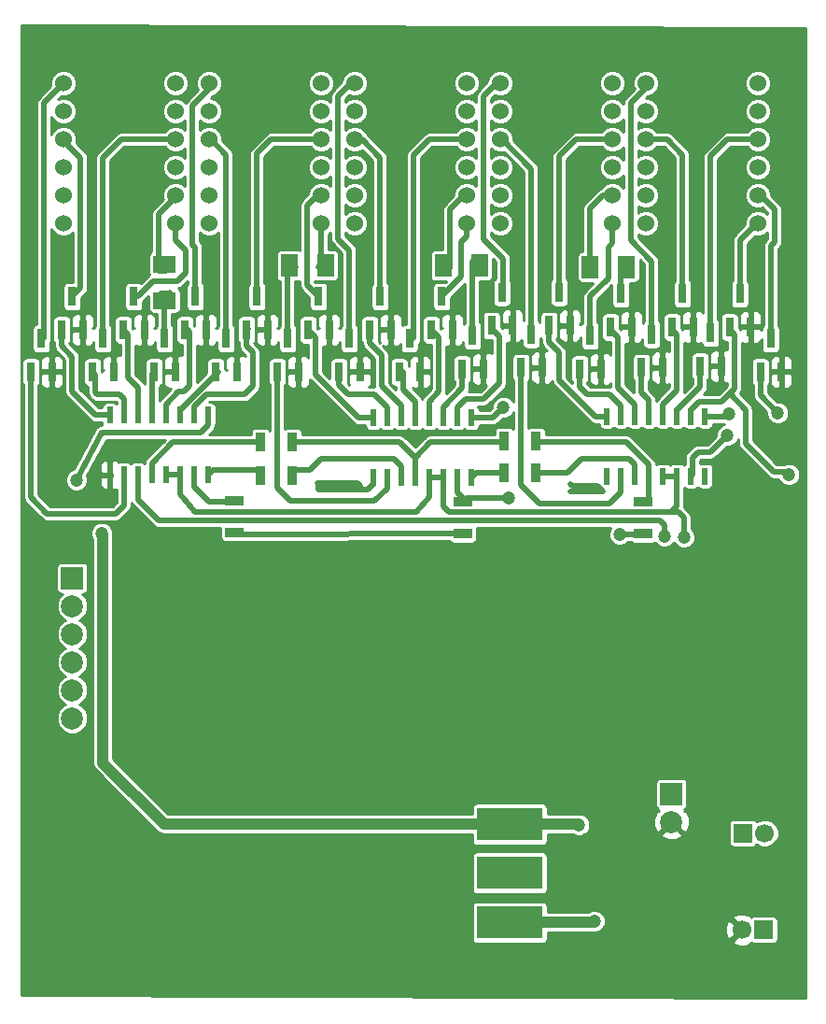
<source format=gbr>
G04 #@! TF.FileFunction,Copper,L1,Top,Signal*
%FSLAX46Y46*%
G04 Gerber Fmt 4.6, Leading zero omitted, Abs format (unit mm)*
G04 Created by KiCad (PCBNEW 4.0.2+dfsg1-stable) date So  7. júl 2018, 04:35:51 CEST*
%MOMM*%
G01*
G04 APERTURE LIST*
%ADD10C,0.100000*%
%ADD11R,0.800100X1.800860*%
%ADD12C,1.524000*%
%ADD13R,0.600000X1.500000*%
%ADD14R,6.000000X3.000000*%
%ADD15R,1.524000X2.032000*%
%ADD16R,2.032000X1.524000*%
%ADD17R,0.900000X1.700000*%
%ADD18R,1.700000X0.900000*%
%ADD19R,2.000000X2.000000*%
%ADD20C,2.000000*%
%ADD21R,1.700000X1.700000*%
%ADD22C,1.700000*%
%ADD23C,1.200000*%
%ADD24C,0.500000*%
%ADD25C,1.000000*%
%ADD26C,0.254000*%
G04 APERTURE END LIST*
D10*
D11*
X132146000Y-80241140D03*
X134046000Y-80241140D03*
X133096000Y-77238860D03*
D12*
X173990000Y-57912000D03*
X173990000Y-60452000D03*
X173990000Y-62992000D03*
X173990000Y-65532000D03*
X173990000Y-68072000D03*
X173990000Y-70612000D03*
X184150000Y-70612000D03*
X184150000Y-68072000D03*
X184150000Y-65532000D03*
X184150000Y-62992000D03*
X184150000Y-60452000D03*
X184150000Y-57912000D03*
D11*
X120970000Y-80241140D03*
X122870000Y-80241140D03*
X121920000Y-77238860D03*
X123764000Y-84051140D03*
X125664000Y-84051140D03*
X124714000Y-81048860D03*
X126558000Y-80241140D03*
X128458000Y-80241140D03*
X127508000Y-77238860D03*
X129352000Y-84051140D03*
X131252000Y-84051140D03*
X130302000Y-81048860D03*
X134940000Y-84051140D03*
X136840000Y-84051140D03*
X135890000Y-81048860D03*
X137734000Y-80241140D03*
X139634000Y-80241140D03*
X138684000Y-77238860D03*
X140528000Y-84051140D03*
X142428000Y-84051140D03*
X141478000Y-81048860D03*
X143322000Y-80241140D03*
X145222000Y-80241140D03*
X144272000Y-77238860D03*
X146116000Y-84051140D03*
X148016000Y-84051140D03*
X147066000Y-81048860D03*
X148910000Y-80241140D03*
X150810000Y-80241140D03*
X149860000Y-77238860D03*
X151577000Y-84051140D03*
X153477000Y-84051140D03*
X152527000Y-81048860D03*
X154498000Y-80241140D03*
X156398000Y-80241140D03*
X155448000Y-77238860D03*
X162626000Y-83670140D03*
X164526000Y-83670140D03*
X163576000Y-80667860D03*
X167960000Y-83797140D03*
X169860000Y-83797140D03*
X168910000Y-80794860D03*
X173548000Y-83670140D03*
X175448000Y-83670140D03*
X174498000Y-80667860D03*
X178882000Y-83543140D03*
X180782000Y-83543140D03*
X179832000Y-80540860D03*
X181549000Y-79987140D03*
X183449000Y-79987140D03*
X182499000Y-76984860D03*
D12*
X121158000Y-57912000D03*
X121158000Y-60452000D03*
X121158000Y-62992000D03*
X121158000Y-65532000D03*
X121158000Y-68072000D03*
X121158000Y-70612000D03*
X131318000Y-70612000D03*
X131318000Y-68072000D03*
X131318000Y-65532000D03*
X131318000Y-62992000D03*
X131318000Y-60452000D03*
X131318000Y-57912000D03*
X147574000Y-57912000D03*
X147574000Y-60452000D03*
X147574000Y-62992000D03*
X147574000Y-65532000D03*
X147574000Y-68072000D03*
X147574000Y-70612000D03*
X157734000Y-70612000D03*
X157734000Y-68072000D03*
X157734000Y-65532000D03*
X157734000Y-62992000D03*
X157734000Y-60452000D03*
X157734000Y-57912000D03*
X160782000Y-57912000D03*
X160782000Y-60452000D03*
X160782000Y-62992000D03*
X160782000Y-65532000D03*
X160782000Y-68072000D03*
X160782000Y-70612000D03*
X170942000Y-70612000D03*
X170942000Y-68072000D03*
X170942000Y-65532000D03*
X170942000Y-62992000D03*
X170942000Y-60452000D03*
X170942000Y-57912000D03*
X134366000Y-57912000D03*
X134366000Y-60452000D03*
X134366000Y-62992000D03*
X134366000Y-65532000D03*
X134366000Y-68072000D03*
X134366000Y-70612000D03*
X144526000Y-70612000D03*
X144526000Y-68072000D03*
X144526000Y-65532000D03*
X144526000Y-62992000D03*
X144526000Y-60452000D03*
X144526000Y-57912000D03*
D11*
X118176000Y-84051140D03*
X120076000Y-84051140D03*
X119126000Y-81048860D03*
X184343000Y-84051140D03*
X186243000Y-84051140D03*
X185293000Y-81048860D03*
D13*
X125349000Y-93378000D03*
X126619000Y-93378000D03*
X127889000Y-93378000D03*
X129159000Y-93378000D03*
X130429000Y-93378000D03*
X131699000Y-93378000D03*
X132969000Y-93378000D03*
X134239000Y-93378000D03*
X134239000Y-87978000D03*
X132969000Y-87978000D03*
X131699000Y-87978000D03*
X130429000Y-87978000D03*
X129159000Y-87978000D03*
X127889000Y-87978000D03*
X126619000Y-87978000D03*
X125349000Y-87978000D03*
X149225000Y-93632000D03*
X150495000Y-93632000D03*
X151765000Y-93632000D03*
X153035000Y-93632000D03*
X154305000Y-93632000D03*
X155575000Y-93632000D03*
X156845000Y-93632000D03*
X158115000Y-93632000D03*
X158115000Y-88232000D03*
X156845000Y-88232000D03*
X155575000Y-88232000D03*
X154305000Y-88232000D03*
X153035000Y-88232000D03*
X151765000Y-88232000D03*
X150495000Y-88232000D03*
X149225000Y-88232000D03*
X170434000Y-93505000D03*
X171704000Y-93505000D03*
X172974000Y-93505000D03*
X174244000Y-93505000D03*
X175514000Y-93505000D03*
X176784000Y-93505000D03*
X178054000Y-93505000D03*
X179324000Y-93505000D03*
X179324000Y-88105000D03*
X178054000Y-88105000D03*
X176784000Y-88105000D03*
X175514000Y-88105000D03*
X174244000Y-88105000D03*
X172974000Y-88105000D03*
X171704000Y-88105000D03*
X170434000Y-88105000D03*
D14*
X161618000Y-133957000D03*
X161618000Y-129457000D03*
X161618000Y-125057000D03*
D15*
X168910000Y-74549000D03*
X172212000Y-74549000D03*
X155575000Y-74422000D03*
X158877000Y-74422000D03*
D16*
X130302000Y-74295000D03*
X130302000Y-77597000D03*
D15*
X144907000Y-74422000D03*
X141605000Y-74422000D03*
D17*
X141912000Y-93472000D03*
X139012000Y-93472000D03*
X164010000Y-93218000D03*
X161110000Y-93218000D03*
X139012000Y-90424000D03*
X141912000Y-90424000D03*
X164010000Y-90297000D03*
X161110000Y-90297000D03*
D18*
X136652000Y-95705000D03*
X136652000Y-98605000D03*
X157353000Y-98732000D03*
X157353000Y-95832000D03*
X173736000Y-95832000D03*
X173736000Y-98732000D03*
D19*
X121920000Y-102743000D03*
D20*
X121920000Y-105283000D03*
X121920000Y-107823000D03*
X121920000Y-110363000D03*
X121920000Y-112903000D03*
X121920000Y-115443000D03*
D19*
X176276000Y-122301000D03*
D20*
X176276000Y-124841000D03*
D21*
X182753000Y-125857000D03*
D22*
X184753000Y-125857000D03*
D21*
X184658000Y-134620000D03*
D22*
X182658000Y-134620000D03*
D11*
X157292000Y-83797140D03*
X159192000Y-83797140D03*
X158242000Y-80794860D03*
X159959000Y-79860140D03*
X161859000Y-79860140D03*
X160909000Y-76857860D03*
X165166000Y-79860140D03*
X167066000Y-79860140D03*
X166116000Y-76857860D03*
X170754000Y-79987140D03*
X172654000Y-79987140D03*
X171704000Y-76984860D03*
X176342000Y-79987140D03*
X178242000Y-79987140D03*
X177292000Y-76984860D03*
D23*
X151384000Y-75057000D03*
X122301000Y-93853000D03*
X169291000Y-133858000D03*
X181483000Y-87884000D03*
X161036000Y-87249000D03*
X186944000Y-93345000D03*
X171577000Y-98806000D03*
X181356000Y-89789000D03*
X161544000Y-95504000D03*
X175641000Y-98933000D03*
X177419000Y-99060000D03*
X185928000Y-87757000D03*
X167894000Y-125095000D03*
X124587000Y-98679000D03*
D24*
X167132000Y-94869000D02*
X170053000Y-94869000D01*
X167259000Y-94361000D02*
X167132000Y-94234000D01*
X169545000Y-94361000D02*
X167259000Y-94361000D01*
X170053000Y-94869000D02*
X169545000Y-94361000D01*
X144272000Y-94742000D02*
X144272000Y-94234000D01*
X147828000Y-94107000D02*
X144145000Y-94107000D01*
X148082000Y-94361000D02*
X147828000Y-94107000D01*
X144399000Y-94361000D02*
X148082000Y-94361000D01*
X144399000Y-94615000D02*
X144399000Y-94361000D01*
X144272000Y-94742000D02*
X144399000Y-94615000D01*
X148717000Y-94742000D02*
X144272000Y-94742000D01*
X149225000Y-94234000D02*
X148717000Y-94742000D01*
X144272000Y-94234000D02*
X144145000Y-94107000D01*
X149225000Y-93632000D02*
X149225000Y-94234000D01*
X173990000Y-57912000D02*
X173990000Y-58293000D01*
X173990000Y-58293000D02*
X172593000Y-59690000D01*
X174498000Y-74041000D02*
X174498000Y-81048860D01*
X172593000Y-72136000D02*
X174498000Y-74041000D01*
X172593000Y-59690000D02*
X172593000Y-72136000D01*
X173990000Y-57912000D02*
X173736000Y-57912000D01*
X174244000Y-88105000D02*
X174244000Y-86614000D01*
X173548000Y-85918000D02*
X173548000Y-84051140D01*
X174244000Y-86614000D02*
X173548000Y-85918000D01*
X147574000Y-57912000D02*
X147193000Y-57912000D01*
X147193000Y-57912000D02*
X146050000Y-59055000D01*
X147066000Y-73025000D02*
X147066000Y-81048860D01*
X146050000Y-72009000D02*
X147066000Y-73025000D01*
X146050000Y-59055000D02*
X146050000Y-72009000D01*
X147574000Y-57912000D02*
X147066000Y-57912000D01*
X150495000Y-88232000D02*
X150495000Y-87249000D01*
X146116000Y-85283000D02*
X146116000Y-84051140D01*
X146939000Y-86106000D02*
X146116000Y-85283000D01*
X149352000Y-86106000D02*
X146939000Y-86106000D01*
X150495000Y-87249000D02*
X149352000Y-86106000D01*
X121158000Y-57912000D02*
X119380000Y-59690000D01*
X119380000Y-59690000D02*
X119380000Y-81048860D01*
X160782000Y-57912000D02*
X160401000Y-57912000D01*
X160401000Y-57912000D02*
X159258000Y-59055000D01*
X161036000Y-73787000D02*
X161036000Y-77238860D01*
X159258000Y-72009000D02*
X161036000Y-73787000D01*
X159258000Y-59055000D02*
X159258000Y-72009000D01*
X160782000Y-57912000D02*
X160274000Y-57912000D01*
X160655000Y-80810140D02*
X160086000Y-80241140D01*
X160655000Y-85090000D02*
X160655000Y-80810140D01*
X159258000Y-86487000D02*
X160655000Y-85090000D01*
X157607000Y-86487000D02*
X159258000Y-86487000D01*
X156845000Y-87249000D02*
X157607000Y-86487000D01*
X156845000Y-88232000D02*
X156845000Y-87249000D01*
X134239000Y-87978000D02*
X134239000Y-88900000D01*
X124587000Y-89535000D02*
X122301000Y-93853000D01*
X133604000Y-89535000D02*
X124587000Y-89535000D01*
X134239000Y-88900000D02*
X133604000Y-89535000D01*
D25*
X161618000Y-133957000D02*
X169192000Y-133957000D01*
X169192000Y-133957000D02*
X169291000Y-133858000D01*
D24*
X179324000Y-88105000D02*
X181262000Y-88105000D01*
X181262000Y-88105000D02*
X181483000Y-87884000D01*
X158115000Y-88232000D02*
X160053000Y-88232000D01*
X160053000Y-88232000D02*
X161036000Y-87249000D01*
X134366000Y-57912000D02*
X134366000Y-58420000D01*
X134366000Y-58420000D02*
X132842000Y-59944000D01*
X133096000Y-72771000D02*
X133096000Y-77238860D01*
X132842000Y-72517000D02*
X133096000Y-72771000D01*
X132842000Y-59944000D02*
X132842000Y-72517000D01*
X134366000Y-57912000D02*
X133858000Y-57912000D01*
X131572000Y-85852000D02*
X132080000Y-85852000D01*
X130429000Y-86995000D02*
X131572000Y-85852000D01*
X130429000Y-87978000D02*
X130429000Y-86995000D01*
X132588000Y-80429140D02*
X132146000Y-79987140D01*
X132588000Y-85344000D02*
X132588000Y-80429140D01*
X132080000Y-85852000D02*
X132588000Y-85344000D01*
X173990000Y-62992000D02*
X175895000Y-62992000D01*
X177292000Y-64389000D02*
X177292000Y-77238860D01*
X175895000Y-62992000D02*
X177292000Y-64389000D01*
X173990000Y-62992000D02*
X173990000Y-63246000D01*
X175514000Y-88105000D02*
X175514000Y-86995000D01*
X176784000Y-80683140D02*
X176342000Y-80241140D01*
X176784000Y-85725000D02*
X176784000Y-80683140D01*
X175514000Y-86995000D02*
X176784000Y-85725000D01*
X147574000Y-62992000D02*
X148209000Y-62992000D01*
X148209000Y-62992000D02*
X149860000Y-64643000D01*
X149860000Y-64643000D02*
X149860000Y-77238860D01*
X147574000Y-62992000D02*
X147955000Y-62992000D01*
X151765000Y-88232000D02*
X151765000Y-87122000D01*
X151765000Y-87122000D02*
X149987000Y-85344000D01*
X148910000Y-81473000D02*
X148910000Y-80241140D01*
X149987000Y-82550000D02*
X148910000Y-81473000D01*
X149987000Y-85344000D02*
X149987000Y-82550000D01*
X121158000Y-62992000D02*
X121158000Y-63119000D01*
X121158000Y-63119000D02*
X122682000Y-64643000D01*
X122682000Y-64643000D02*
X122682000Y-76476860D01*
X122682000Y-76476860D02*
X121920000Y-77238860D01*
X120970000Y-80241140D02*
X120970000Y-81727000D01*
X124046000Y-87978000D02*
X121920000Y-85852000D01*
X124046000Y-87978000D02*
X125349000Y-87978000D01*
X121920000Y-82677000D02*
X121920000Y-85852000D01*
X120970000Y-81727000D02*
X121920000Y-82677000D01*
X160782000Y-62992000D02*
X160909000Y-62992000D01*
X160909000Y-62992000D02*
X163576000Y-65659000D01*
X163576000Y-65659000D02*
X163576000Y-81048860D01*
X162626000Y-84051140D02*
X162626000Y-94300000D01*
X171704000Y-94996000D02*
X171704000Y-93505000D01*
X170688000Y-96012000D02*
X171704000Y-94996000D01*
X164338000Y-96012000D02*
X170688000Y-96012000D01*
X162626000Y-94300000D02*
X164338000Y-96012000D01*
X134366000Y-62992000D02*
X134493000Y-62992000D01*
X134493000Y-62992000D02*
X135890000Y-64389000D01*
X135890000Y-64389000D02*
X135890000Y-81048860D01*
X131699000Y-87978000D02*
X131699000Y-87503000D01*
X131699000Y-87503000D02*
X135150860Y-84051140D01*
X135150860Y-84051140D02*
X135194000Y-84051140D01*
X184150000Y-62992000D02*
X181356000Y-62992000D01*
X179832000Y-64516000D02*
X179832000Y-81048860D01*
X181356000Y-62992000D02*
X179832000Y-64516000D01*
X176784000Y-88105000D02*
X176784000Y-87503000D01*
X176784000Y-87503000D02*
X178882000Y-85405000D01*
X178882000Y-85405000D02*
X178882000Y-84051140D01*
X157734000Y-62992000D02*
X154305000Y-62992000D01*
X152908000Y-64389000D02*
X152908000Y-81048860D01*
X154305000Y-62992000D02*
X152908000Y-64389000D01*
X153035000Y-88232000D02*
X153035000Y-86741000D01*
X151958000Y-85664000D02*
X151958000Y-84051140D01*
X153035000Y-86741000D02*
X151958000Y-85664000D01*
X124714000Y-81048860D02*
X124714000Y-64643000D01*
X126365000Y-62992000D02*
X131318000Y-62992000D01*
X124714000Y-64643000D02*
X126365000Y-62992000D01*
X124018000Y-84305140D02*
X124018000Y-85918000D01*
X126619000Y-86487000D02*
X126238000Y-86106000D01*
X126238000Y-86106000D02*
X124206000Y-86106000D01*
X124206000Y-86106000D02*
X124018000Y-85918000D01*
X126619000Y-86487000D02*
X126619000Y-87978000D01*
X124018000Y-84305140D02*
X123764000Y-84051140D01*
X166116000Y-77238860D02*
X166116000Y-64516000D01*
X167640000Y-62992000D02*
X170942000Y-62992000D01*
X166116000Y-64516000D02*
X167640000Y-62992000D01*
X170434000Y-88105000D02*
X169385000Y-88105000D01*
X165166000Y-81346000D02*
X165166000Y-80241140D01*
X166116000Y-82296000D02*
X165166000Y-81346000D01*
X166116000Y-84836000D02*
X166116000Y-82296000D01*
X169385000Y-88105000D02*
X166116000Y-84836000D01*
X144526000Y-62992000D02*
X139954000Y-62992000D01*
X138684000Y-64262000D02*
X138684000Y-77238860D01*
X139954000Y-62992000D02*
X138684000Y-64262000D01*
X134085952Y-86106000D02*
X137541000Y-86106000D01*
X132969000Y-87978000D02*
X132969000Y-87222952D01*
X132969000Y-87222952D02*
X134085952Y-86106000D01*
X137734000Y-81727000D02*
X137734000Y-80241140D01*
X138303000Y-82296000D02*
X137734000Y-81727000D01*
X138303000Y-85344000D02*
X138303000Y-82296000D01*
X137541000Y-86106000D02*
X138303000Y-85344000D01*
X137922000Y-80175140D02*
X137734000Y-79987140D01*
X184150000Y-70612000D02*
X184023000Y-70612000D01*
X184023000Y-70612000D02*
X182499000Y-72136000D01*
X182499000Y-72136000D02*
X182499000Y-77238860D01*
X183007000Y-87503000D02*
X181546500Y-86042500D01*
X183007000Y-90551000D02*
X183007000Y-87503000D01*
X185547000Y-93091000D02*
X183007000Y-90551000D01*
X186690000Y-93091000D02*
X185547000Y-93091000D01*
X186944000Y-93345000D02*
X186690000Y-93091000D01*
X178054000Y-88105000D02*
X178054000Y-87503000D01*
X178054000Y-87503000D02*
X178816000Y-86741000D01*
X178816000Y-86741000D02*
X180848000Y-86741000D01*
X180848000Y-86741000D02*
X181546500Y-86042500D01*
X181546500Y-86042500D02*
X181991000Y-85598000D01*
X181991000Y-85598000D02*
X181991000Y-80683140D01*
X181991000Y-80683140D02*
X181549000Y-80241140D01*
X127508000Y-77238860D02*
X127866140Y-77238860D01*
X127866140Y-77238860D02*
X129286000Y-75819000D01*
X129286000Y-75819000D02*
X131445000Y-75819000D01*
X131445000Y-75819000D02*
X132207000Y-75057000D01*
X132207000Y-75057000D02*
X132207000Y-73025000D01*
X132207000Y-73025000D02*
X131318000Y-72136000D01*
X131318000Y-72136000D02*
X131318000Y-70612000D01*
X131318000Y-71242000D02*
X131318000Y-70612000D01*
X127000000Y-84582000D02*
X127000000Y-80683140D01*
X127000000Y-80683140D02*
X126558000Y-80241140D01*
X127889000Y-87978000D02*
X127889000Y-85471000D01*
X127889000Y-85471000D02*
X127000000Y-84582000D01*
X157734000Y-70612000D02*
X157734000Y-71755000D01*
X157226000Y-75460860D02*
X155448000Y-77238860D01*
X157226000Y-72263000D02*
X157226000Y-75460860D01*
X157734000Y-71755000D02*
X157226000Y-72263000D01*
X154305000Y-88232000D02*
X154305000Y-86741000D01*
X155194000Y-80937140D02*
X154498000Y-80241140D01*
X155194000Y-85852000D02*
X155194000Y-80937140D01*
X154305000Y-86741000D02*
X155194000Y-85852000D01*
X170942000Y-70612000D02*
X170942000Y-72390000D01*
X168910000Y-77216000D02*
X168910000Y-81048860D01*
X170561000Y-75565000D02*
X168910000Y-77216000D01*
X170561000Y-72771000D02*
X170561000Y-75565000D01*
X170942000Y-72390000D02*
X170561000Y-72771000D01*
X171704000Y-88105000D02*
X171704000Y-87122000D01*
X167960000Y-85410000D02*
X167960000Y-84051140D01*
X168656000Y-86106000D02*
X167960000Y-85410000D01*
X170688000Y-86106000D02*
X168656000Y-86106000D01*
X171704000Y-87122000D02*
X170688000Y-86106000D01*
X141478000Y-81048860D02*
X141478000Y-75311000D01*
X141478000Y-75311000D02*
X142240000Y-74549000D01*
X140528000Y-84051140D02*
X140528000Y-94554000D01*
X150495000Y-94615000D02*
X150495000Y-93632000D01*
X149352000Y-95758000D02*
X150495000Y-94615000D01*
X141732000Y-95758000D02*
X149352000Y-95758000D01*
X140528000Y-94554000D02*
X141732000Y-95758000D01*
X130302000Y-81048860D02*
X130302000Y-77597000D01*
X130683000Y-76962000D02*
X129921000Y-76962000D01*
X130810000Y-76835000D02*
X130683000Y-76962000D01*
X130810000Y-77089000D02*
X130810000Y-76835000D01*
X130302000Y-77597000D02*
X130810000Y-77089000D01*
X129159000Y-87978000D02*
X129159000Y-84244140D01*
X129159000Y-84244140D02*
X129352000Y-84051140D01*
X158242000Y-81048860D02*
X158242000Y-74041000D01*
X158242000Y-74041000D02*
X158369000Y-73914000D01*
X155575000Y-88232000D02*
X155575000Y-87249000D01*
X157292000Y-85532000D02*
X157292000Y-84051140D01*
X155575000Y-87249000D02*
X157292000Y-85532000D01*
X171704000Y-77238860D02*
X171704000Y-75057000D01*
X171704000Y-75057000D02*
X172212000Y-74549000D01*
X171450000Y-80937140D02*
X170754000Y-80241140D01*
X171450000Y-85471000D02*
X171450000Y-80937140D01*
X172974000Y-86995000D02*
X171450000Y-85471000D01*
X172974000Y-88105000D02*
X172974000Y-86995000D01*
X144526000Y-68072000D02*
X144145000Y-68072000D01*
X144145000Y-68072000D02*
X143256000Y-68961000D01*
X143256000Y-76222860D02*
X144272000Y-77238860D01*
X143256000Y-68961000D02*
X143256000Y-76222860D01*
X144526000Y-68072000D02*
X144399000Y-68072000D01*
X149225000Y-88232000D02*
X147922000Y-88232000D01*
X144018000Y-80937140D02*
X143322000Y-80241140D01*
X144018000Y-84328000D02*
X144018000Y-80937140D01*
X147922000Y-88232000D02*
X144018000Y-84328000D01*
X143637000Y-80556140D02*
X143322000Y-80241140D01*
X173662000Y-98806000D02*
X171577000Y-98806000D01*
X173662000Y-98806000D02*
X173736000Y-98732000D01*
X126619000Y-93378000D02*
X126619000Y-96139000D01*
X118176000Y-92395000D02*
X118176000Y-84051140D01*
X118176000Y-95443000D02*
X118176000Y-92395000D01*
X119634000Y-96901000D02*
X118176000Y-95443000D01*
X125857000Y-96901000D02*
X119634000Y-96901000D01*
X126619000Y-96139000D02*
X125857000Y-96901000D01*
X126619000Y-93378000D02*
X126619000Y-94869000D01*
X161544000Y-95504000D02*
X157681000Y-95504000D01*
X157681000Y-95504000D02*
X157353000Y-95832000D01*
X178689000Y-91313000D02*
X178181000Y-91821000D01*
X181356000Y-89789000D02*
X179832000Y-91313000D01*
X179832000Y-91313000D02*
X178689000Y-91313000D01*
X178181000Y-91821000D02*
X178181000Y-93378000D01*
X178181000Y-93378000D02*
X178054000Y-93505000D01*
X157353000Y-95832000D02*
X157353000Y-95504000D01*
X157353000Y-95504000D02*
X156845000Y-94996000D01*
X156845000Y-94996000D02*
X156845000Y-93632000D01*
X129794000Y-97536000D02*
X175260000Y-97536000D01*
X175641000Y-98933000D02*
X175641000Y-97917000D01*
X127889000Y-95631000D02*
X127889000Y-93378000D01*
X129794000Y-97536000D02*
X127889000Y-95631000D01*
X175641000Y-97917000D02*
X175260000Y-97536000D01*
X176784000Y-93505000D02*
X176784000Y-96266000D01*
X176784000Y-96266000D02*
X176276000Y-96774000D01*
X177419000Y-99060000D02*
X177419000Y-97282000D01*
X177419000Y-97282000D02*
X176911000Y-96774000D01*
X176911000Y-96774000D02*
X176276000Y-96774000D01*
X176276000Y-96774000D02*
X156083000Y-96774000D01*
X155575000Y-96266000D02*
X155575000Y-93632000D01*
X156083000Y-96774000D02*
X155575000Y-96266000D01*
X154305000Y-93632000D02*
X154305000Y-95377000D01*
X131699000Y-95123000D02*
X131699000Y-93378000D01*
X133096000Y-96774000D02*
X131699000Y-95123000D01*
X153162000Y-96774000D02*
X133096000Y-96774000D01*
X154305000Y-95377000D02*
X153162000Y-96774000D01*
X130429000Y-93378000D02*
X131699000Y-93378000D01*
X154305000Y-93632000D02*
X155575000Y-93632000D01*
X175514000Y-93505000D02*
X176784000Y-93505000D01*
X131318000Y-68072000D02*
X131318000Y-68199000D01*
X131318000Y-68199000D02*
X129794000Y-69723000D01*
X130429000Y-74930000D02*
X129794000Y-74930000D01*
X130556000Y-74803000D02*
X130429000Y-74930000D01*
X130175000Y-74803000D02*
X130556000Y-74803000D01*
X129794000Y-74422000D02*
X130175000Y-74803000D01*
X129794000Y-69723000D02*
X129794000Y-74422000D01*
X131318000Y-68072000D02*
X131318000Y-68580000D01*
X144526000Y-70612000D02*
X144526000Y-74295000D01*
X144526000Y-74295000D02*
X144272000Y-74549000D01*
X157734000Y-68072000D02*
X157480000Y-68072000D01*
X157480000Y-68072000D02*
X156210000Y-69342000D01*
X156210000Y-69342000D02*
X156210000Y-74676000D01*
X170942000Y-68072000D02*
X170053000Y-68072000D01*
X168910000Y-69215000D02*
X168910000Y-74549000D01*
X170053000Y-68072000D02*
X168910000Y-69215000D01*
X170942000Y-68072000D02*
X170815000Y-68072000D01*
X184343000Y-86172000D02*
X184343000Y-84051140D01*
X185928000Y-87757000D02*
X184343000Y-86172000D01*
X139012000Y-92964000D02*
X134653000Y-92964000D01*
X134653000Y-92964000D02*
X134239000Y-93378000D01*
X161110000Y-93218000D02*
X158529000Y-93218000D01*
X158529000Y-93218000D02*
X158115000Y-93632000D01*
X184150000Y-68072000D02*
X184404000Y-68072000D01*
X184404000Y-68072000D02*
X185674000Y-69342000D01*
X185674000Y-69342000D02*
X185674000Y-72263000D01*
X185674000Y-72263000D02*
X185293000Y-72644000D01*
X185293000Y-72644000D02*
X185293000Y-81048860D01*
X151765000Y-93632000D02*
X151765000Y-92583000D01*
X143510000Y-92964000D02*
X141912000Y-92964000D01*
X144526000Y-91948000D02*
X143510000Y-92964000D01*
X151130000Y-91948000D02*
X144526000Y-91948000D01*
X151765000Y-92583000D02*
X151130000Y-91948000D01*
X172974000Y-93505000D02*
X172974000Y-92456000D01*
X166878000Y-93218000D02*
X164010000Y-93218000D01*
X168148000Y-91948000D02*
X166878000Y-93218000D01*
X172466000Y-91948000D02*
X168148000Y-91948000D01*
X172974000Y-92456000D02*
X172466000Y-91948000D01*
X141912000Y-90424000D02*
X151638000Y-90424000D01*
X151638000Y-90424000D02*
X153035000Y-91821000D01*
X153035000Y-91821000D02*
X153035000Y-93632000D01*
X154432000Y-90424000D02*
X153035000Y-91821000D01*
X161110000Y-90424000D02*
X154432000Y-90424000D01*
X174244000Y-93505000D02*
X174244000Y-95758000D01*
X172212000Y-90424000D02*
X164010000Y-90424000D01*
X174244000Y-93505000D02*
X174244000Y-92456000D01*
X174244000Y-92456000D02*
X172212000Y-90424000D01*
X157353000Y-98732000D02*
X136525000Y-98806000D01*
X136525000Y-98806000D02*
X136398000Y-98679000D01*
X129159000Y-93378000D02*
X129159000Y-92329000D01*
X129159000Y-92329000D02*
X131064000Y-90424000D01*
X131064000Y-90424000D02*
X139012000Y-90424000D01*
X134366000Y-95832000D02*
X136525000Y-95832000D01*
X136525000Y-95832000D02*
X136652000Y-95705000D01*
X132969000Y-93378000D02*
X132969000Y-94435000D01*
X132969000Y-94435000D02*
X134366000Y-95832000D01*
D25*
X161618000Y-125057000D02*
X167856000Y-125057000D01*
X167856000Y-125057000D02*
X167894000Y-125095000D01*
X130264000Y-125057000D02*
X161618000Y-125057000D01*
X124714000Y-119507000D02*
X130264000Y-125057000D01*
X124714000Y-98806000D02*
X124714000Y-119507000D01*
X124587000Y-98679000D02*
X124714000Y-98806000D01*
D26*
G36*
X187258500Y-52933599D02*
X187258960Y-52933600D01*
X188401960Y-52933600D01*
X188401960Y-140817147D01*
X117281960Y-140564051D01*
X117281960Y-132457000D01*
X158182635Y-132457000D01*
X158182635Y-135457000D01*
X158212409Y-135615237D01*
X158305927Y-135760567D01*
X158448619Y-135858064D01*
X158618000Y-135892365D01*
X164618000Y-135892365D01*
X164776237Y-135862591D01*
X164921567Y-135769073D01*
X165019064Y-135626381D01*
X165053365Y-135457000D01*
X165053365Y-134884000D01*
X169083844Y-134884000D01*
X169085821Y-134884821D01*
X169494387Y-134885178D01*
X169871989Y-134729156D01*
X170161140Y-134440508D01*
X170181581Y-134391279D01*
X181161282Y-134391279D01*
X181187685Y-134981458D01*
X181362741Y-135404080D01*
X181614042Y-135484353D01*
X182478395Y-134620000D01*
X181614042Y-133755647D01*
X181362741Y-133835920D01*
X181161282Y-134391279D01*
X170181581Y-134391279D01*
X170317821Y-134063179D01*
X170318178Y-133654613D01*
X170285714Y-133576042D01*
X181793647Y-133576042D01*
X182658000Y-134440395D01*
X182672143Y-134426253D01*
X182851748Y-134605858D01*
X182837605Y-134620000D01*
X182851748Y-134634143D01*
X182672143Y-134813748D01*
X182658000Y-134799605D01*
X181793647Y-135663958D01*
X181873920Y-135915259D01*
X182429279Y-136116718D01*
X183019458Y-136090315D01*
X183442080Y-135915259D01*
X183490189Y-135764650D01*
X183495927Y-135773567D01*
X183638619Y-135871064D01*
X183808000Y-135905365D01*
X185508000Y-135905365D01*
X185666237Y-135875591D01*
X185811567Y-135782073D01*
X185909064Y-135639381D01*
X185943365Y-135470000D01*
X185943365Y-133770000D01*
X185913591Y-133611763D01*
X185820073Y-133466433D01*
X185677381Y-133368936D01*
X185508000Y-133334635D01*
X183808000Y-133334635D01*
X183649763Y-133364409D01*
X183504433Y-133457927D01*
X183490934Y-133477683D01*
X183442080Y-133324741D01*
X182886721Y-133123282D01*
X182296542Y-133149685D01*
X181873920Y-133324741D01*
X181793647Y-133576042D01*
X170285714Y-133576042D01*
X170162156Y-133277011D01*
X169873508Y-132987860D01*
X169496179Y-132831179D01*
X169087613Y-132830822D01*
X168710011Y-132986844D01*
X168666780Y-133030000D01*
X165053365Y-133030000D01*
X165053365Y-132457000D01*
X165023591Y-132298763D01*
X164930073Y-132153433D01*
X164787381Y-132055936D01*
X164618000Y-132021635D01*
X158618000Y-132021635D01*
X158459763Y-132051409D01*
X158314433Y-132144927D01*
X158216936Y-132287619D01*
X158182635Y-132457000D01*
X117281960Y-132457000D01*
X117281960Y-127957000D01*
X158182635Y-127957000D01*
X158182635Y-130957000D01*
X158212409Y-131115237D01*
X158305927Y-131260567D01*
X158448619Y-131358064D01*
X158618000Y-131392365D01*
X164618000Y-131392365D01*
X164776237Y-131362591D01*
X164921567Y-131269073D01*
X165019064Y-131126381D01*
X165053365Y-130957000D01*
X165053365Y-127957000D01*
X165023591Y-127798763D01*
X164930073Y-127653433D01*
X164787381Y-127555936D01*
X164618000Y-127521635D01*
X158618000Y-127521635D01*
X158459763Y-127551409D01*
X158314433Y-127644927D01*
X158216936Y-127787619D01*
X158182635Y-127957000D01*
X117281960Y-127957000D01*
X117281960Y-101743000D01*
X120484635Y-101743000D01*
X120484635Y-103743000D01*
X120514409Y-103901237D01*
X120607927Y-104046567D01*
X120750619Y-104144064D01*
X120920000Y-104178365D01*
X121006718Y-104178365D01*
X120710953Y-104473614D01*
X120493248Y-104997907D01*
X120492752Y-105565603D01*
X120709543Y-106090275D01*
X121110614Y-106492047D01*
X121257118Y-106552881D01*
X121112725Y-106612543D01*
X120710953Y-107013614D01*
X120493248Y-107537907D01*
X120492752Y-108105603D01*
X120709543Y-108630275D01*
X121110614Y-109032047D01*
X121257118Y-109092881D01*
X121112725Y-109152543D01*
X120710953Y-109553614D01*
X120493248Y-110077907D01*
X120492752Y-110645603D01*
X120709543Y-111170275D01*
X121110614Y-111572047D01*
X121257118Y-111632881D01*
X121112725Y-111692543D01*
X120710953Y-112093614D01*
X120493248Y-112617907D01*
X120492752Y-113185603D01*
X120709543Y-113710275D01*
X121110614Y-114112047D01*
X121257118Y-114172881D01*
X121112725Y-114232543D01*
X120710953Y-114633614D01*
X120493248Y-115157907D01*
X120492752Y-115725603D01*
X120709543Y-116250275D01*
X121110614Y-116652047D01*
X121634907Y-116869752D01*
X122202603Y-116870248D01*
X122727275Y-116653457D01*
X123129047Y-116252386D01*
X123346752Y-115728093D01*
X123347248Y-115160397D01*
X123130457Y-114635725D01*
X122729386Y-114233953D01*
X122582882Y-114173119D01*
X122727275Y-114113457D01*
X123129047Y-113712386D01*
X123346752Y-113188093D01*
X123347248Y-112620397D01*
X123130457Y-112095725D01*
X122729386Y-111693953D01*
X122582882Y-111633119D01*
X122727275Y-111573457D01*
X123129047Y-111172386D01*
X123346752Y-110648093D01*
X123347248Y-110080397D01*
X123130457Y-109555725D01*
X122729386Y-109153953D01*
X122582882Y-109093119D01*
X122727275Y-109033457D01*
X123129047Y-108632386D01*
X123346752Y-108108093D01*
X123347248Y-107540397D01*
X123130457Y-107015725D01*
X122729386Y-106613953D01*
X122582882Y-106553119D01*
X122727275Y-106493457D01*
X123129047Y-106092386D01*
X123346752Y-105568093D01*
X123347248Y-105000397D01*
X123130457Y-104475725D01*
X122833616Y-104178365D01*
X122920000Y-104178365D01*
X123078237Y-104148591D01*
X123223567Y-104055073D01*
X123321064Y-103912381D01*
X123355365Y-103743000D01*
X123355365Y-101743000D01*
X123325591Y-101584763D01*
X123232073Y-101439433D01*
X123089381Y-101341936D01*
X122920000Y-101307635D01*
X120920000Y-101307635D01*
X120761763Y-101337409D01*
X120616433Y-101430927D01*
X120518936Y-101573619D01*
X120484635Y-101743000D01*
X117281960Y-101743000D01*
X117281960Y-98882387D01*
X123559822Y-98882387D01*
X123715844Y-99259989D01*
X123787000Y-99331269D01*
X123787000Y-119507000D01*
X123857564Y-119861748D01*
X124058512Y-120162488D01*
X129608512Y-125712488D01*
X129909252Y-125913436D01*
X130264000Y-125984000D01*
X158182635Y-125984000D01*
X158182635Y-126557000D01*
X158212409Y-126715237D01*
X158305927Y-126860567D01*
X158448619Y-126958064D01*
X158618000Y-126992365D01*
X164618000Y-126992365D01*
X164776237Y-126962591D01*
X164921567Y-126869073D01*
X165019064Y-126726381D01*
X165053365Y-126557000D01*
X165053365Y-125984000D01*
X167356912Y-125984000D01*
X167688821Y-126121821D01*
X168097387Y-126122178D01*
X168408734Y-125993532D01*
X175303073Y-125993532D01*
X175401736Y-126260387D01*
X176011461Y-126486908D01*
X176661460Y-126462856D01*
X177150264Y-126260387D01*
X177248927Y-125993532D01*
X176276000Y-125020605D01*
X175303073Y-125993532D01*
X168408734Y-125993532D01*
X168474989Y-125966156D01*
X168764140Y-125677508D01*
X168920821Y-125300179D01*
X168921178Y-124891613D01*
X168790960Y-124576461D01*
X174630092Y-124576461D01*
X174654144Y-125226460D01*
X174856613Y-125715264D01*
X175123468Y-125813927D01*
X176096395Y-124841000D01*
X176082253Y-124826858D01*
X176261858Y-124647253D01*
X176276000Y-124661395D01*
X176290143Y-124647253D01*
X176469748Y-124826858D01*
X176455605Y-124841000D01*
X177428532Y-125813927D01*
X177695387Y-125715264D01*
X177921908Y-125105539D01*
X177918262Y-125007000D01*
X181467635Y-125007000D01*
X181467635Y-126707000D01*
X181497409Y-126865237D01*
X181590927Y-127010567D01*
X181733619Y-127108064D01*
X181903000Y-127142365D01*
X183603000Y-127142365D01*
X183761237Y-127112591D01*
X183906567Y-127019073D01*
X183988689Y-126898883D01*
X184028693Y-126938957D01*
X184497875Y-127133778D01*
X185005897Y-127134221D01*
X185475417Y-126940219D01*
X185834957Y-126581307D01*
X186029778Y-126112125D01*
X186030221Y-125604103D01*
X185836219Y-125134583D01*
X185477307Y-124775043D01*
X185008125Y-124580222D01*
X184500103Y-124579779D01*
X184030583Y-124773781D01*
X183987814Y-124816475D01*
X183915073Y-124703433D01*
X183772381Y-124605936D01*
X183603000Y-124571635D01*
X181903000Y-124571635D01*
X181744763Y-124601409D01*
X181599433Y-124694927D01*
X181501936Y-124837619D01*
X181467635Y-125007000D01*
X177918262Y-125007000D01*
X177897856Y-124455540D01*
X177695387Y-123966736D01*
X177428534Y-123868074D01*
X177542814Y-123753794D01*
X177471581Y-123682561D01*
X177579567Y-123613073D01*
X177677064Y-123470381D01*
X177711365Y-123301000D01*
X177711365Y-121301000D01*
X177681591Y-121142763D01*
X177588073Y-120997433D01*
X177445381Y-120899936D01*
X177276000Y-120865635D01*
X175276000Y-120865635D01*
X175117763Y-120895409D01*
X174972433Y-120988927D01*
X174874936Y-121131619D01*
X174840635Y-121301000D01*
X174840635Y-123301000D01*
X174870409Y-123459237D01*
X174963927Y-123604567D01*
X175079468Y-123683512D01*
X175009186Y-123753794D01*
X175123466Y-123868074D01*
X174856613Y-123966736D01*
X174630092Y-124576461D01*
X168790960Y-124576461D01*
X168765156Y-124514011D01*
X168476508Y-124224860D01*
X168099179Y-124068179D01*
X167690613Y-124067822D01*
X167540131Y-124130000D01*
X165053365Y-124130000D01*
X165053365Y-123557000D01*
X165023591Y-123398763D01*
X164930073Y-123253433D01*
X164787381Y-123155936D01*
X164618000Y-123121635D01*
X158618000Y-123121635D01*
X158459763Y-123151409D01*
X158314433Y-123244927D01*
X158216936Y-123387619D01*
X158182635Y-123557000D01*
X158182635Y-124130000D01*
X130647976Y-124130000D01*
X125641000Y-119123024D01*
X125641000Y-98806000D01*
X125614008Y-98670302D01*
X125614178Y-98475613D01*
X125458156Y-98098011D01*
X125169508Y-97808860D01*
X124792179Y-97652179D01*
X124383613Y-97651822D01*
X124006011Y-97807844D01*
X123716860Y-98096492D01*
X123560179Y-98473821D01*
X123559822Y-98882387D01*
X117281960Y-98882387D01*
X117281960Y-83150710D01*
X117340585Y-83150710D01*
X117340585Y-84951570D01*
X117370359Y-85109807D01*
X117463877Y-85255137D01*
X117499000Y-85279135D01*
X117499000Y-95443000D01*
X117550534Y-95702077D01*
X117619774Y-95805702D01*
X117697289Y-95921711D01*
X119155288Y-97379711D01*
X119242957Y-97438289D01*
X119374923Y-97526466D01*
X119634000Y-97578000D01*
X125857000Y-97578000D01*
X126116077Y-97526466D01*
X126335711Y-97379711D01*
X127097711Y-96617711D01*
X127244467Y-96398076D01*
X127296000Y-96139000D01*
X127296000Y-95938666D01*
X127397838Y-96091077D01*
X127410289Y-96109711D01*
X129315289Y-98014711D01*
X129534923Y-98161466D01*
X129794000Y-98213000D01*
X135366635Y-98213000D01*
X135366635Y-99055000D01*
X135396409Y-99213237D01*
X135489927Y-99358567D01*
X135632619Y-99456064D01*
X135802000Y-99490365D01*
X137502000Y-99490365D01*
X137560674Y-99479325D01*
X156144423Y-99413299D01*
X156190927Y-99485567D01*
X156333619Y-99583064D01*
X156503000Y-99617365D01*
X158203000Y-99617365D01*
X158361237Y-99587591D01*
X158506567Y-99494073D01*
X158604064Y-99351381D01*
X158638365Y-99182000D01*
X158638365Y-98282000D01*
X158625382Y-98213000D01*
X170717370Y-98213000D01*
X170706860Y-98223492D01*
X170550179Y-98600821D01*
X170549822Y-99009387D01*
X170705844Y-99386989D01*
X170994492Y-99676140D01*
X171371821Y-99832821D01*
X171780387Y-99833178D01*
X172157989Y-99677156D01*
X172352483Y-99483000D01*
X172572275Y-99483000D01*
X172573927Y-99485567D01*
X172716619Y-99583064D01*
X172886000Y-99617365D01*
X174586000Y-99617365D01*
X174744237Y-99587591D01*
X174804565Y-99548771D01*
X175058492Y-99803140D01*
X175435821Y-99959821D01*
X175844387Y-99960178D01*
X176221989Y-99804156D01*
X176500419Y-99526211D01*
X176547844Y-99640989D01*
X176836492Y-99930140D01*
X177213821Y-100086821D01*
X177622387Y-100087178D01*
X177999989Y-99931156D01*
X178289140Y-99642508D01*
X178445821Y-99265179D01*
X178446178Y-98856613D01*
X178290156Y-98479011D01*
X178096000Y-98284517D01*
X178096000Y-97282000D01*
X178044466Y-97022923D01*
X177923152Y-96841364D01*
X177897711Y-96803288D01*
X177444313Y-96349891D01*
X177461000Y-96266000D01*
X177461000Y-94571599D01*
X177584619Y-94656064D01*
X177754000Y-94690365D01*
X178354000Y-94690365D01*
X178512237Y-94660591D01*
X178657567Y-94567073D01*
X178688381Y-94521975D01*
X178711927Y-94558567D01*
X178854619Y-94656064D01*
X179024000Y-94690365D01*
X179624000Y-94690365D01*
X179782237Y-94660591D01*
X179927567Y-94567073D01*
X180025064Y-94424381D01*
X180059365Y-94255000D01*
X180059365Y-92755000D01*
X180029591Y-92596763D01*
X179936073Y-92451433D01*
X179793381Y-92353936D01*
X179624000Y-92319635D01*
X179024000Y-92319635D01*
X178865763Y-92349409D01*
X178858000Y-92354404D01*
X178858000Y-92101422D01*
X178969423Y-91990000D01*
X179832000Y-91990000D01*
X180091077Y-91938466D01*
X180310711Y-91791711D01*
X181286483Y-90815940D01*
X181559387Y-90816178D01*
X181936989Y-90660156D01*
X182226140Y-90371508D01*
X182330000Y-90121386D01*
X182330000Y-90551000D01*
X182381534Y-90810077D01*
X182443431Y-90902712D01*
X182528289Y-91029711D01*
X185068288Y-93569711D01*
X185148041Y-93623000D01*
X185287923Y-93716466D01*
X185547000Y-93768000D01*
X186007564Y-93768000D01*
X186072844Y-93925989D01*
X186361492Y-94215140D01*
X186738821Y-94371821D01*
X187147387Y-94372178D01*
X187524989Y-94216156D01*
X187814140Y-93927508D01*
X187970821Y-93550179D01*
X187971178Y-93141613D01*
X187815156Y-92764011D01*
X187526508Y-92474860D01*
X187149179Y-92318179D01*
X186740613Y-92317822D01*
X186507845Y-92414000D01*
X185827423Y-92414000D01*
X183684000Y-90270578D01*
X183684000Y-87503000D01*
X183632466Y-87243923D01*
X183485711Y-87024289D01*
X182497117Y-86035695D01*
X182547695Y-85960000D01*
X182616466Y-85857077D01*
X182668000Y-85598000D01*
X182668000Y-83150710D01*
X183507585Y-83150710D01*
X183507585Y-84951570D01*
X183537359Y-85109807D01*
X183630877Y-85255137D01*
X183666000Y-85279135D01*
X183666000Y-86172000D01*
X183717534Y-86431077D01*
X183846130Y-86623534D01*
X183864289Y-86650711D01*
X184901060Y-87687483D01*
X184900822Y-87960387D01*
X185056844Y-88337989D01*
X185345492Y-88627140D01*
X185722821Y-88783821D01*
X186131387Y-88784178D01*
X186508989Y-88628156D01*
X186798140Y-88339508D01*
X186954821Y-87962179D01*
X186955178Y-87553613D01*
X186799156Y-87176011D01*
X186510508Y-86886860D01*
X186133179Y-86730179D01*
X185858362Y-86729939D01*
X185020000Y-85891578D01*
X185020000Y-85280771D01*
X185046617Y-85263643D01*
X185144114Y-85120951D01*
X185178415Y-84951570D01*
X185178415Y-84336890D01*
X185207950Y-84336890D01*
X185207950Y-85077880D01*
X185304623Y-85311269D01*
X185483252Y-85489897D01*
X185716641Y-85586570D01*
X185957250Y-85586570D01*
X186116000Y-85427820D01*
X186116000Y-84178140D01*
X186370000Y-84178140D01*
X186370000Y-85427820D01*
X186528750Y-85586570D01*
X186769359Y-85586570D01*
X187002748Y-85489897D01*
X187181377Y-85311269D01*
X187278050Y-85077880D01*
X187278050Y-84336890D01*
X187119300Y-84178140D01*
X186370000Y-84178140D01*
X186116000Y-84178140D01*
X185366700Y-84178140D01*
X185207950Y-84336890D01*
X185178415Y-84336890D01*
X185178415Y-83150710D01*
X185154649Y-83024400D01*
X185207950Y-83024400D01*
X185207950Y-83765390D01*
X185366700Y-83924140D01*
X186116000Y-83924140D01*
X186116000Y-82674460D01*
X186370000Y-82674460D01*
X186370000Y-83924140D01*
X187119300Y-83924140D01*
X187278050Y-83765390D01*
X187278050Y-83024400D01*
X187181377Y-82791011D01*
X187002748Y-82612383D01*
X186769359Y-82515710D01*
X186528750Y-82515710D01*
X186370000Y-82674460D01*
X186116000Y-82674460D01*
X185957250Y-82515710D01*
X185716641Y-82515710D01*
X185483252Y-82612383D01*
X185304623Y-82791011D01*
X185207950Y-83024400D01*
X185154649Y-83024400D01*
X185148641Y-82992473D01*
X185055123Y-82847143D01*
X184912431Y-82749646D01*
X184743050Y-82715345D01*
X183942950Y-82715345D01*
X183784713Y-82745119D01*
X183639383Y-82838637D01*
X183541886Y-82981329D01*
X183507585Y-83150710D01*
X182668000Y-83150710D01*
X182668000Y-81404645D01*
X182689252Y-81425897D01*
X182922641Y-81522570D01*
X183163250Y-81522570D01*
X183322000Y-81363820D01*
X183322000Y-80114140D01*
X182572700Y-80114140D01*
X182474798Y-80212042D01*
X182469711Y-80204428D01*
X182384415Y-80119132D01*
X182384415Y-79086710D01*
X182360649Y-78960400D01*
X182413950Y-78960400D01*
X182413950Y-79701390D01*
X182572700Y-79860140D01*
X183322000Y-79860140D01*
X183322000Y-78610460D01*
X183576000Y-78610460D01*
X183576000Y-79860140D01*
X184325300Y-79860140D01*
X184484050Y-79701390D01*
X184484050Y-78960400D01*
X184387377Y-78727011D01*
X184208748Y-78548383D01*
X183975359Y-78451710D01*
X183734750Y-78451710D01*
X183576000Y-78610460D01*
X183322000Y-78610460D01*
X183163250Y-78451710D01*
X182922641Y-78451710D01*
X182689252Y-78548383D01*
X182510623Y-78727011D01*
X182413950Y-78960400D01*
X182360649Y-78960400D01*
X182354641Y-78928473D01*
X182261123Y-78783143D01*
X182118431Y-78685646D01*
X181949050Y-78651345D01*
X181148950Y-78651345D01*
X180990713Y-78681119D01*
X180845383Y-78774637D01*
X180747886Y-78917329D01*
X180713585Y-79086710D01*
X180713585Y-80887570D01*
X180743359Y-81045807D01*
X180836877Y-81191137D01*
X180979569Y-81288634D01*
X181148950Y-81322935D01*
X181314000Y-81322935D01*
X181314000Y-82010047D01*
X181308359Y-82007710D01*
X181067750Y-82007710D01*
X180909000Y-82166460D01*
X180909000Y-83416140D01*
X180929000Y-83416140D01*
X180929000Y-83670140D01*
X180909000Y-83670140D01*
X180909000Y-84919820D01*
X181067750Y-85078570D01*
X181308359Y-85078570D01*
X181314000Y-85076233D01*
X181314000Y-85317578D01*
X180567578Y-86064000D01*
X179180422Y-86064000D01*
X179360711Y-85883711D01*
X179422608Y-85791076D01*
X179507466Y-85664077D01*
X179559000Y-85405000D01*
X179559000Y-84772771D01*
X179585617Y-84755643D01*
X179683114Y-84612951D01*
X179717415Y-84443570D01*
X179717415Y-83828890D01*
X179746950Y-83828890D01*
X179746950Y-84569880D01*
X179843623Y-84803269D01*
X180022252Y-84981897D01*
X180255641Y-85078570D01*
X180496250Y-85078570D01*
X180655000Y-84919820D01*
X180655000Y-83670140D01*
X179905700Y-83670140D01*
X179746950Y-83828890D01*
X179717415Y-83828890D01*
X179717415Y-82642710D01*
X179693649Y-82516400D01*
X179746950Y-82516400D01*
X179746950Y-83257390D01*
X179905700Y-83416140D01*
X180655000Y-83416140D01*
X180655000Y-82166460D01*
X180496250Y-82007710D01*
X180255641Y-82007710D01*
X180022252Y-82104383D01*
X179843623Y-82283011D01*
X179746950Y-82516400D01*
X179693649Y-82516400D01*
X179687641Y-82484473D01*
X179594123Y-82339143D01*
X179451431Y-82241646D01*
X179282050Y-82207345D01*
X178481950Y-82207345D01*
X178323713Y-82237119D01*
X178178383Y-82330637D01*
X178080886Y-82473329D01*
X178046585Y-82642710D01*
X178046585Y-84443570D01*
X178076359Y-84601807D01*
X178169877Y-84747137D01*
X178205000Y-84771135D01*
X178205000Y-85124578D01*
X177425349Y-85904229D01*
X177461000Y-85725000D01*
X177461000Y-81404645D01*
X177482252Y-81425897D01*
X177715641Y-81522570D01*
X177956250Y-81522570D01*
X178115000Y-81363820D01*
X178115000Y-80114140D01*
X177365700Y-80114140D01*
X177267798Y-80212042D01*
X177262711Y-80204428D01*
X177177415Y-80119132D01*
X177177415Y-79086710D01*
X177153649Y-78960400D01*
X177206950Y-78960400D01*
X177206950Y-79701390D01*
X177365700Y-79860140D01*
X178115000Y-79860140D01*
X178115000Y-78610460D01*
X178369000Y-78610460D01*
X178369000Y-79860140D01*
X178389000Y-79860140D01*
X178389000Y-80114140D01*
X178369000Y-80114140D01*
X178369000Y-81363820D01*
X178527750Y-81522570D01*
X178768359Y-81522570D01*
X178996585Y-81428036D01*
X178996585Y-81441290D01*
X179026359Y-81599527D01*
X179119877Y-81744857D01*
X179262569Y-81842354D01*
X179431950Y-81876655D01*
X180232050Y-81876655D01*
X180390287Y-81846881D01*
X180535617Y-81753363D01*
X180633114Y-81610671D01*
X180667415Y-81441290D01*
X180667415Y-79640430D01*
X180637641Y-79482193D01*
X180544123Y-79336863D01*
X180509000Y-79312865D01*
X180509000Y-76084430D01*
X181663585Y-76084430D01*
X181663585Y-77885290D01*
X181693359Y-78043527D01*
X181786877Y-78188857D01*
X181929569Y-78286354D01*
X182098950Y-78320655D01*
X182899050Y-78320655D01*
X183057287Y-78290881D01*
X183202617Y-78197363D01*
X183300114Y-78054671D01*
X183334415Y-77885290D01*
X183334415Y-76084430D01*
X183304641Y-75926193D01*
X183211123Y-75780863D01*
X183176000Y-75756865D01*
X183176000Y-72416422D01*
X183827081Y-71765342D01*
X183912456Y-71800793D01*
X184385469Y-71801206D01*
X184822635Y-71620573D01*
X184997000Y-71446512D01*
X184997000Y-71982578D01*
X184814289Y-72165289D01*
X184667534Y-72384923D01*
X184616000Y-72644000D01*
X184616000Y-79819229D01*
X184589383Y-79836357D01*
X184491886Y-79979049D01*
X184457585Y-80148430D01*
X184457585Y-80246425D01*
X184325300Y-80114140D01*
X183576000Y-80114140D01*
X183576000Y-81363820D01*
X183734750Y-81522570D01*
X183975359Y-81522570D01*
X184208748Y-81425897D01*
X184387377Y-81247269D01*
X184457585Y-81077772D01*
X184457585Y-81949290D01*
X184487359Y-82107527D01*
X184580877Y-82252857D01*
X184723569Y-82350354D01*
X184892950Y-82384655D01*
X185693050Y-82384655D01*
X185851287Y-82354881D01*
X185996617Y-82261363D01*
X186094114Y-82118671D01*
X186128415Y-81949290D01*
X186128415Y-80148430D01*
X186098641Y-79990193D01*
X186005123Y-79844863D01*
X185970000Y-79820865D01*
X185970000Y-72924423D01*
X186152711Y-72741712D01*
X186283288Y-72546289D01*
X186299466Y-72522077D01*
X186351000Y-72263000D01*
X186351000Y-69342000D01*
X186299466Y-69082923D01*
X186152711Y-68863289D01*
X185339020Y-68049598D01*
X185339206Y-67836531D01*
X185158573Y-67399365D01*
X184824394Y-67064603D01*
X184387544Y-66883207D01*
X183914531Y-66882794D01*
X183477365Y-67063427D01*
X183142603Y-67397606D01*
X182961207Y-67834456D01*
X182960794Y-68307469D01*
X183141427Y-68744635D01*
X183475606Y-69079397D01*
X183912456Y-69260793D01*
X184385469Y-69261206D01*
X184562597Y-69188019D01*
X184997000Y-69622422D01*
X184997000Y-69777510D01*
X184824394Y-69604603D01*
X184387544Y-69423207D01*
X183914531Y-69422794D01*
X183477365Y-69603427D01*
X183142603Y-69937606D01*
X182961207Y-70374456D01*
X182960908Y-70716669D01*
X182020289Y-71657289D01*
X181873534Y-71876923D01*
X181822000Y-72136000D01*
X181822000Y-75755229D01*
X181795383Y-75772357D01*
X181697886Y-75915049D01*
X181663585Y-76084430D01*
X180509000Y-76084430D01*
X180509000Y-65767469D01*
X182960794Y-65767469D01*
X183141427Y-66204635D01*
X183475606Y-66539397D01*
X183912456Y-66720793D01*
X184385469Y-66721206D01*
X184822635Y-66540573D01*
X185157397Y-66206394D01*
X185338793Y-65769544D01*
X185339206Y-65296531D01*
X185158573Y-64859365D01*
X184824394Y-64524603D01*
X184387544Y-64343207D01*
X183914531Y-64342794D01*
X183477365Y-64523427D01*
X183142603Y-64857606D01*
X182961207Y-65294456D01*
X182960794Y-65767469D01*
X180509000Y-65767469D01*
X180509000Y-64796422D01*
X181636423Y-63669000D01*
X183145784Y-63669000D01*
X183475606Y-63999397D01*
X183912456Y-64180793D01*
X184385469Y-64181206D01*
X184822635Y-64000573D01*
X185157397Y-63666394D01*
X185338793Y-63229544D01*
X185339206Y-62756531D01*
X185158573Y-62319365D01*
X184824394Y-61984603D01*
X184387544Y-61803207D01*
X183914531Y-61802794D01*
X183477365Y-61983427D01*
X183145214Y-62315000D01*
X181356000Y-62315000D01*
X181096923Y-62366534D01*
X180987106Y-62439912D01*
X180877288Y-62513289D01*
X179353289Y-64037289D01*
X179206534Y-64256923D01*
X179155000Y-64516000D01*
X179155000Y-78701634D01*
X179001748Y-78548383D01*
X178768359Y-78451710D01*
X178527750Y-78451710D01*
X178369000Y-78610460D01*
X178115000Y-78610460D01*
X177956250Y-78451710D01*
X177715641Y-78451710D01*
X177482252Y-78548383D01*
X177303623Y-78727011D01*
X177206950Y-78960400D01*
X177153649Y-78960400D01*
X177147641Y-78928473D01*
X177054123Y-78783143D01*
X176911431Y-78685646D01*
X176742050Y-78651345D01*
X175941950Y-78651345D01*
X175783713Y-78681119D01*
X175638383Y-78774637D01*
X175540886Y-78917329D01*
X175506585Y-79086710D01*
X175506585Y-80887570D01*
X175536359Y-81045807D01*
X175629877Y-81191137D01*
X175772569Y-81288634D01*
X175941950Y-81322935D01*
X176107000Y-81322935D01*
X176107000Y-82189652D01*
X175974359Y-82134710D01*
X175733750Y-82134710D01*
X175575000Y-82293460D01*
X175575000Y-83543140D01*
X175595000Y-83543140D01*
X175595000Y-83797140D01*
X175575000Y-83797140D01*
X175575000Y-85046820D01*
X175733750Y-85205570D01*
X175974359Y-85205570D01*
X176107000Y-85150628D01*
X176107000Y-85444578D01*
X175035289Y-86516289D01*
X174921000Y-86687334D01*
X174921000Y-86614000D01*
X174912646Y-86572000D01*
X174869467Y-86354924D01*
X174722712Y-86135289D01*
X174225000Y-85637578D01*
X174225000Y-84899771D01*
X174251617Y-84882643D01*
X174349114Y-84739951D01*
X174383415Y-84570570D01*
X174383415Y-83955890D01*
X174412950Y-83955890D01*
X174412950Y-84696880D01*
X174509623Y-84930269D01*
X174688252Y-85108897D01*
X174921641Y-85205570D01*
X175162250Y-85205570D01*
X175321000Y-85046820D01*
X175321000Y-83797140D01*
X174571700Y-83797140D01*
X174412950Y-83955890D01*
X174383415Y-83955890D01*
X174383415Y-82769710D01*
X174359649Y-82643400D01*
X174412950Y-82643400D01*
X174412950Y-83384390D01*
X174571700Y-83543140D01*
X175321000Y-83543140D01*
X175321000Y-82293460D01*
X175162250Y-82134710D01*
X174921641Y-82134710D01*
X174688252Y-82231383D01*
X174509623Y-82410011D01*
X174412950Y-82643400D01*
X174359649Y-82643400D01*
X174353641Y-82611473D01*
X174260123Y-82466143D01*
X174117431Y-82368646D01*
X173948050Y-82334345D01*
X173147950Y-82334345D01*
X172989713Y-82364119D01*
X172844383Y-82457637D01*
X172746886Y-82600329D01*
X172712585Y-82769710D01*
X172712585Y-84570570D01*
X172742359Y-84728807D01*
X172835877Y-84874137D01*
X172871000Y-84898135D01*
X172871000Y-85918000D01*
X172875116Y-85938694D01*
X172127000Y-85190578D01*
X172127000Y-81522304D01*
X172127641Y-81522570D01*
X172368250Y-81522570D01*
X172527000Y-81363820D01*
X172527000Y-80114140D01*
X171777700Y-80114140D01*
X171681061Y-80210779D01*
X171589415Y-80119132D01*
X171589415Y-79086710D01*
X171565649Y-78960400D01*
X171618950Y-78960400D01*
X171618950Y-79701390D01*
X171777700Y-79860140D01*
X172527000Y-79860140D01*
X172527000Y-78610460D01*
X172368250Y-78451710D01*
X172127641Y-78451710D01*
X171894252Y-78548383D01*
X171715623Y-78727011D01*
X171618950Y-78960400D01*
X171565649Y-78960400D01*
X171559641Y-78928473D01*
X171466123Y-78783143D01*
X171323431Y-78685646D01*
X171154050Y-78651345D01*
X170353950Y-78651345D01*
X170195713Y-78681119D01*
X170050383Y-78774637D01*
X169952886Y-78917329D01*
X169918585Y-79086710D01*
X169918585Y-80887570D01*
X169948359Y-81045807D01*
X170041877Y-81191137D01*
X170184569Y-81288634D01*
X170353950Y-81322935D01*
X170773000Y-81322935D01*
X170773000Y-82511634D01*
X170619748Y-82358383D01*
X170386359Y-82261710D01*
X170145750Y-82261710D01*
X169987000Y-82420460D01*
X169987000Y-83670140D01*
X170007000Y-83670140D01*
X170007000Y-83924140D01*
X169987000Y-83924140D01*
X169987000Y-85173820D01*
X170145750Y-85332570D01*
X170386359Y-85332570D01*
X170619748Y-85235897D01*
X170773000Y-85082646D01*
X170773000Y-85445908D01*
X170688000Y-85429000D01*
X168936423Y-85429000D01*
X168637000Y-85129578D01*
X168637000Y-85026771D01*
X168663617Y-85009643D01*
X168761114Y-84866951D01*
X168795415Y-84697570D01*
X168795415Y-84082890D01*
X168824950Y-84082890D01*
X168824950Y-84823880D01*
X168921623Y-85057269D01*
X169100252Y-85235897D01*
X169333641Y-85332570D01*
X169574250Y-85332570D01*
X169733000Y-85173820D01*
X169733000Y-83924140D01*
X168983700Y-83924140D01*
X168824950Y-84082890D01*
X168795415Y-84082890D01*
X168795415Y-82896710D01*
X168771649Y-82770400D01*
X168824950Y-82770400D01*
X168824950Y-83511390D01*
X168983700Y-83670140D01*
X169733000Y-83670140D01*
X169733000Y-82420460D01*
X169574250Y-82261710D01*
X169333641Y-82261710D01*
X169100252Y-82358383D01*
X168921623Y-82537011D01*
X168824950Y-82770400D01*
X168771649Y-82770400D01*
X168765641Y-82738473D01*
X168672123Y-82593143D01*
X168529431Y-82495646D01*
X168360050Y-82461345D01*
X167559950Y-82461345D01*
X167401713Y-82491119D01*
X167256383Y-82584637D01*
X167158886Y-82727329D01*
X167124585Y-82896710D01*
X167124585Y-84697570D01*
X167154359Y-84855807D01*
X167247877Y-85001137D01*
X167283000Y-85025135D01*
X167283000Y-85045578D01*
X166793000Y-84555578D01*
X166793000Y-82296000D01*
X166741466Y-82036923D01*
X166594711Y-81817289D01*
X165857720Y-81080298D01*
X165869617Y-81072643D01*
X165967114Y-80929951D01*
X166001415Y-80760570D01*
X166001415Y-80145890D01*
X166030950Y-80145890D01*
X166030950Y-80886880D01*
X166127623Y-81120269D01*
X166306252Y-81298897D01*
X166539641Y-81395570D01*
X166780250Y-81395570D01*
X166939000Y-81236820D01*
X166939000Y-79987140D01*
X166189700Y-79987140D01*
X166030950Y-80145890D01*
X166001415Y-80145890D01*
X166001415Y-78959710D01*
X165977649Y-78833400D01*
X166030950Y-78833400D01*
X166030950Y-79574390D01*
X166189700Y-79733140D01*
X166939000Y-79733140D01*
X166939000Y-78483460D01*
X166780250Y-78324710D01*
X166539641Y-78324710D01*
X166306252Y-78421383D01*
X166127623Y-78600011D01*
X166030950Y-78833400D01*
X165977649Y-78833400D01*
X165971641Y-78801473D01*
X165878123Y-78656143D01*
X165735431Y-78558646D01*
X165566050Y-78524345D01*
X164765950Y-78524345D01*
X164607713Y-78554119D01*
X164462383Y-78647637D01*
X164364886Y-78790329D01*
X164330585Y-78959710D01*
X164330585Y-79529850D01*
X164288123Y-79463863D01*
X164253000Y-79439865D01*
X164253000Y-75957430D01*
X165280585Y-75957430D01*
X165280585Y-77758290D01*
X165310359Y-77916527D01*
X165403877Y-78061857D01*
X165546569Y-78159354D01*
X165715950Y-78193655D01*
X166516050Y-78193655D01*
X166674287Y-78163881D01*
X166819617Y-78070363D01*
X166917114Y-77927671D01*
X166951415Y-77758290D01*
X166951415Y-75957430D01*
X166921641Y-75799193D01*
X166828123Y-75653863D01*
X166793000Y-75629865D01*
X166793000Y-64796422D01*
X167920423Y-63669000D01*
X169937784Y-63669000D01*
X170267606Y-63999397D01*
X170704456Y-64180793D01*
X171177469Y-64181206D01*
X171614635Y-64000573D01*
X171916000Y-63699733D01*
X171916000Y-64824732D01*
X171616394Y-64524603D01*
X171179544Y-64343207D01*
X170706531Y-64342794D01*
X170269365Y-64523427D01*
X169934603Y-64857606D01*
X169753207Y-65294456D01*
X169752794Y-65767469D01*
X169933427Y-66204635D01*
X170267606Y-66539397D01*
X170704456Y-66720793D01*
X171177469Y-66721206D01*
X171614635Y-66540573D01*
X171916000Y-66239733D01*
X171916000Y-67364732D01*
X171616394Y-67064603D01*
X171179544Y-66883207D01*
X170706531Y-66882794D01*
X170269365Y-67063427D01*
X169934603Y-67397606D01*
X169925123Y-67420437D01*
X169793923Y-67446534D01*
X169574289Y-67593289D01*
X168431289Y-68736289D01*
X168284534Y-68955923D01*
X168233000Y-69215000D01*
X168233000Y-73097635D01*
X168148000Y-73097635D01*
X167989763Y-73127409D01*
X167844433Y-73220927D01*
X167746936Y-73363619D01*
X167712635Y-73533000D01*
X167712635Y-75565000D01*
X167742409Y-75723237D01*
X167835927Y-75868567D01*
X167978619Y-75966064D01*
X168148000Y-76000365D01*
X169168213Y-76000365D01*
X168431289Y-76737289D01*
X168284534Y-76956923D01*
X168233000Y-77216000D01*
X168233000Y-79565229D01*
X168206383Y-79582357D01*
X168108886Y-79725049D01*
X168101050Y-79763744D01*
X168101050Y-79733138D01*
X167942302Y-79733138D01*
X168101050Y-79574390D01*
X168101050Y-78833400D01*
X168004377Y-78600011D01*
X167825748Y-78421383D01*
X167592359Y-78324710D01*
X167351750Y-78324710D01*
X167193000Y-78483460D01*
X167193000Y-79733140D01*
X167213000Y-79733140D01*
X167213000Y-79987140D01*
X167193000Y-79987140D01*
X167193000Y-81236820D01*
X167351750Y-81395570D01*
X167592359Y-81395570D01*
X167825748Y-81298897D01*
X168004377Y-81120269D01*
X168074585Y-80950772D01*
X168074585Y-81695290D01*
X168104359Y-81853527D01*
X168197877Y-81998857D01*
X168340569Y-82096354D01*
X168509950Y-82130655D01*
X169310050Y-82130655D01*
X169468287Y-82100881D01*
X169613617Y-82007363D01*
X169711114Y-81864671D01*
X169745415Y-81695290D01*
X169745415Y-79894430D01*
X169715641Y-79736193D01*
X169622123Y-79590863D01*
X169587000Y-79566865D01*
X169587000Y-77496422D01*
X170868585Y-76214838D01*
X170868585Y-77885290D01*
X170898359Y-78043527D01*
X170991877Y-78188857D01*
X171134569Y-78286354D01*
X171303950Y-78320655D01*
X172104050Y-78320655D01*
X172262287Y-78290881D01*
X172407617Y-78197363D01*
X172505114Y-78054671D01*
X172539415Y-77885290D01*
X172539415Y-76084430D01*
X172523597Y-76000365D01*
X172974000Y-76000365D01*
X173132237Y-75970591D01*
X173277567Y-75877073D01*
X173375064Y-75734381D01*
X173409365Y-75565000D01*
X173409365Y-73909787D01*
X173821000Y-74321422D01*
X173821000Y-79438229D01*
X173794383Y-79455357D01*
X173696886Y-79598049D01*
X173689050Y-79636744D01*
X173689050Y-78960400D01*
X173592377Y-78727011D01*
X173413748Y-78548383D01*
X173180359Y-78451710D01*
X172939750Y-78451710D01*
X172781000Y-78610460D01*
X172781000Y-79860140D01*
X172801000Y-79860140D01*
X172801000Y-80114140D01*
X172781000Y-80114140D01*
X172781000Y-81363820D01*
X172939750Y-81522570D01*
X173180359Y-81522570D01*
X173413748Y-81425897D01*
X173592377Y-81247269D01*
X173662585Y-81077772D01*
X173662585Y-81568290D01*
X173692359Y-81726527D01*
X173785877Y-81871857D01*
X173928569Y-81969354D01*
X174097950Y-82003655D01*
X174898050Y-82003655D01*
X175056287Y-81973881D01*
X175201617Y-81880363D01*
X175299114Y-81737671D01*
X175333415Y-81568290D01*
X175333415Y-79767430D01*
X175303641Y-79609193D01*
X175210123Y-79463863D01*
X175175000Y-79439865D01*
X175175000Y-74041000D01*
X175123466Y-73781923D01*
X174976711Y-73562289D01*
X173270000Y-71855578D01*
X173270000Y-71573711D01*
X173315606Y-71619397D01*
X173752456Y-71800793D01*
X174225469Y-71801206D01*
X174662635Y-71620573D01*
X174997397Y-71286394D01*
X175178793Y-70849544D01*
X175179206Y-70376531D01*
X174998573Y-69939365D01*
X174664394Y-69604603D01*
X174227544Y-69423207D01*
X173754531Y-69422794D01*
X173317365Y-69603427D01*
X173270000Y-69650710D01*
X173270000Y-69033711D01*
X173315606Y-69079397D01*
X173752456Y-69260793D01*
X174225469Y-69261206D01*
X174662635Y-69080573D01*
X174997397Y-68746394D01*
X175178793Y-68309544D01*
X175179206Y-67836531D01*
X174998573Y-67399365D01*
X174664394Y-67064603D01*
X174227544Y-66883207D01*
X173754531Y-66882794D01*
X173317365Y-67063427D01*
X173270000Y-67110710D01*
X173270000Y-66493711D01*
X173315606Y-66539397D01*
X173752456Y-66720793D01*
X174225469Y-66721206D01*
X174662635Y-66540573D01*
X174997397Y-66206394D01*
X175178793Y-65769544D01*
X175179206Y-65296531D01*
X174998573Y-64859365D01*
X174664394Y-64524603D01*
X174227544Y-64343207D01*
X173754531Y-64342794D01*
X173317365Y-64523427D01*
X173270000Y-64570710D01*
X173270000Y-63953711D01*
X173315606Y-63999397D01*
X173752456Y-64180793D01*
X174225469Y-64181206D01*
X174662635Y-64000573D01*
X174994786Y-63669000D01*
X175614578Y-63669000D01*
X176615000Y-64669423D01*
X176615000Y-75755229D01*
X176588383Y-75772357D01*
X176490886Y-75915049D01*
X176456585Y-76084430D01*
X176456585Y-77885290D01*
X176486359Y-78043527D01*
X176579877Y-78188857D01*
X176722569Y-78286354D01*
X176891950Y-78320655D01*
X177692050Y-78320655D01*
X177850287Y-78290881D01*
X177995617Y-78197363D01*
X178093114Y-78054671D01*
X178127415Y-77885290D01*
X178127415Y-76084430D01*
X178097641Y-75926193D01*
X178004123Y-75780863D01*
X177969000Y-75756865D01*
X177969000Y-64389000D01*
X177917466Y-64129923D01*
X177807936Y-63966000D01*
X177770711Y-63910288D01*
X176373711Y-62513289D01*
X176373710Y-62513288D01*
X176154077Y-62366534D01*
X175895000Y-62315000D01*
X174994216Y-62315000D01*
X174664394Y-61984603D01*
X174227544Y-61803207D01*
X173754531Y-61802794D01*
X173317365Y-61983427D01*
X173270000Y-62030710D01*
X173270000Y-61413711D01*
X173315606Y-61459397D01*
X173752456Y-61640793D01*
X174225469Y-61641206D01*
X174662635Y-61460573D01*
X174997397Y-61126394D01*
X175178793Y-60689544D01*
X175178794Y-60687469D01*
X182960794Y-60687469D01*
X183141427Y-61124635D01*
X183475606Y-61459397D01*
X183912456Y-61640793D01*
X184385469Y-61641206D01*
X184822635Y-61460573D01*
X185157397Y-61126394D01*
X185338793Y-60689544D01*
X185339206Y-60216531D01*
X185158573Y-59779365D01*
X184824394Y-59444603D01*
X184387544Y-59263207D01*
X183914531Y-59262794D01*
X183477365Y-59443427D01*
X183142603Y-59777606D01*
X182961207Y-60214456D01*
X182960794Y-60687469D01*
X175178794Y-60687469D01*
X175179206Y-60216531D01*
X174998573Y-59779365D01*
X174664394Y-59444603D01*
X174227544Y-59263207D01*
X173977434Y-59262989D01*
X174139292Y-59101131D01*
X174225469Y-59101206D01*
X174662635Y-58920573D01*
X174997397Y-58586394D01*
X175178793Y-58149544D01*
X175178794Y-58147469D01*
X182960794Y-58147469D01*
X183141427Y-58584635D01*
X183475606Y-58919397D01*
X183912456Y-59100793D01*
X184385469Y-59101206D01*
X184822635Y-58920573D01*
X185157397Y-58586394D01*
X185338793Y-58149544D01*
X185339206Y-57676531D01*
X185158573Y-57239365D01*
X184824394Y-56904603D01*
X184387544Y-56723207D01*
X183914531Y-56722794D01*
X183477365Y-56903427D01*
X183142603Y-57237606D01*
X182961207Y-57674456D01*
X182960794Y-58147469D01*
X175178794Y-58147469D01*
X175179206Y-57676531D01*
X174998573Y-57239365D01*
X174664394Y-56904603D01*
X174227544Y-56723207D01*
X173754531Y-56722794D01*
X173317365Y-56903427D01*
X172982603Y-57237606D01*
X172801207Y-57674456D01*
X172800794Y-58147469D01*
X172911114Y-58414464D01*
X172114289Y-59211289D01*
X171967534Y-59430923D01*
X171916000Y-59690000D01*
X171916000Y-59744732D01*
X171616394Y-59444603D01*
X171179544Y-59263207D01*
X170706531Y-59262794D01*
X170269365Y-59443427D01*
X169934603Y-59777606D01*
X169753207Y-60214456D01*
X169752794Y-60687469D01*
X169933427Y-61124635D01*
X170267606Y-61459397D01*
X170704456Y-61640793D01*
X171177469Y-61641206D01*
X171614635Y-61460573D01*
X171916000Y-61159733D01*
X171916000Y-62284732D01*
X171616394Y-61984603D01*
X171179544Y-61803207D01*
X170706531Y-61802794D01*
X170269365Y-61983427D01*
X169937214Y-62315000D01*
X167640000Y-62315000D01*
X167380923Y-62366534D01*
X167271106Y-62439912D01*
X167161288Y-62513289D01*
X165637289Y-64037289D01*
X165490534Y-64256923D01*
X165439000Y-64516000D01*
X165439000Y-75628229D01*
X165412383Y-75645357D01*
X165314886Y-75788049D01*
X165280585Y-75957430D01*
X164253000Y-75957430D01*
X164253000Y-65659000D01*
X164201467Y-65399924D01*
X164054712Y-65180289D01*
X161970909Y-63096487D01*
X161971206Y-62756531D01*
X161790573Y-62319365D01*
X161456394Y-61984603D01*
X161019544Y-61803207D01*
X160546531Y-61802794D01*
X160109365Y-61983427D01*
X159935000Y-62157488D01*
X159935000Y-61286490D01*
X160107606Y-61459397D01*
X160544456Y-61640793D01*
X161017469Y-61641206D01*
X161454635Y-61460573D01*
X161789397Y-61126394D01*
X161970793Y-60689544D01*
X161971206Y-60216531D01*
X161790573Y-59779365D01*
X161456394Y-59444603D01*
X161019544Y-59263207D01*
X160546531Y-59262794D01*
X160109365Y-59443427D01*
X159935000Y-59617488D01*
X159935000Y-59335422D01*
X160279605Y-58990817D01*
X160544456Y-59100793D01*
X161017469Y-59101206D01*
X161454635Y-58920573D01*
X161789397Y-58586394D01*
X161970793Y-58149544D01*
X161970794Y-58147469D01*
X169752794Y-58147469D01*
X169933427Y-58584635D01*
X170267606Y-58919397D01*
X170704456Y-59100793D01*
X171177469Y-59101206D01*
X171614635Y-58920573D01*
X171949397Y-58586394D01*
X172130793Y-58149544D01*
X172131206Y-57676531D01*
X171950573Y-57239365D01*
X171616394Y-56904603D01*
X171179544Y-56723207D01*
X170706531Y-56722794D01*
X170269365Y-56903427D01*
X169934603Y-57237606D01*
X169753207Y-57674456D01*
X169752794Y-58147469D01*
X161970794Y-58147469D01*
X161971206Y-57676531D01*
X161790573Y-57239365D01*
X161456394Y-56904603D01*
X161019544Y-56723207D01*
X160546531Y-56722794D01*
X160109365Y-56903427D01*
X159774603Y-57237606D01*
X159593207Y-57674456D01*
X159593130Y-57762448D01*
X158779289Y-58576289D01*
X158632534Y-58795923D01*
X158581000Y-59055000D01*
X158581000Y-59617510D01*
X158408394Y-59444603D01*
X157971544Y-59263207D01*
X157498531Y-59262794D01*
X157061365Y-59443427D01*
X156726603Y-59777606D01*
X156545207Y-60214456D01*
X156544794Y-60687469D01*
X156725427Y-61124635D01*
X157059606Y-61459397D01*
X157496456Y-61640793D01*
X157969469Y-61641206D01*
X158406635Y-61460573D01*
X158581000Y-61286512D01*
X158581000Y-62157510D01*
X158408394Y-61984603D01*
X157971544Y-61803207D01*
X157498531Y-61802794D01*
X157061365Y-61983427D01*
X156729214Y-62315000D01*
X154305000Y-62315000D01*
X154045923Y-62366534D01*
X153936106Y-62439912D01*
X153826288Y-62513289D01*
X152429290Y-63910288D01*
X152429289Y-63910289D01*
X152282534Y-64129923D01*
X152231000Y-64389000D01*
X152231000Y-79713065D01*
X152126950Y-79713065D01*
X151968713Y-79742839D01*
X151845050Y-79822415D01*
X151845050Y-79214400D01*
X151748377Y-78981011D01*
X151569748Y-78802383D01*
X151336359Y-78705710D01*
X151095750Y-78705710D01*
X150937000Y-78864460D01*
X150937000Y-80114140D01*
X150957000Y-80114140D01*
X150957000Y-80368140D01*
X150937000Y-80368140D01*
X150937000Y-81617820D01*
X151095750Y-81776570D01*
X151336359Y-81776570D01*
X151569748Y-81679897D01*
X151691585Y-81558061D01*
X151691585Y-81949290D01*
X151721359Y-82107527D01*
X151814877Y-82252857D01*
X151957569Y-82350354D01*
X152126950Y-82384655D01*
X152927050Y-82384655D01*
X153085287Y-82354881D01*
X153230617Y-82261363D01*
X153328114Y-82118671D01*
X153362415Y-81949290D01*
X153362415Y-81543805D01*
X153386711Y-81527571D01*
X153533466Y-81307937D01*
X153585000Y-81048860D01*
X153585000Y-64669422D01*
X154585423Y-63669000D01*
X156729784Y-63669000D01*
X157059606Y-63999397D01*
X157496456Y-64180793D01*
X157969469Y-64181206D01*
X158406635Y-64000573D01*
X158581000Y-63826512D01*
X158581000Y-64697510D01*
X158408394Y-64524603D01*
X157971544Y-64343207D01*
X157498531Y-64342794D01*
X157061365Y-64523427D01*
X156726603Y-64857606D01*
X156545207Y-65294456D01*
X156544794Y-65767469D01*
X156725427Y-66204635D01*
X157059606Y-66539397D01*
X157496456Y-66720793D01*
X157969469Y-66721206D01*
X158406635Y-66540573D01*
X158581000Y-66366512D01*
X158581000Y-67237510D01*
X158408394Y-67064603D01*
X157971544Y-66883207D01*
X157498531Y-66882794D01*
X157061365Y-67063427D01*
X156726603Y-67397606D01*
X156545207Y-67834456D01*
X156545019Y-68049559D01*
X155731289Y-68863289D01*
X155584534Y-69082923D01*
X155533000Y-69342000D01*
X155533000Y-72970635D01*
X154813000Y-72970635D01*
X154654763Y-73000409D01*
X154509433Y-73093927D01*
X154411936Y-73236619D01*
X154377635Y-73406000D01*
X154377635Y-75438000D01*
X154407409Y-75596237D01*
X154500927Y-75741567D01*
X154643619Y-75839064D01*
X154813000Y-75873365D01*
X155856073Y-75873365D01*
X155826373Y-75903065D01*
X155047950Y-75903065D01*
X154889713Y-75932839D01*
X154744383Y-76026357D01*
X154646886Y-76169049D01*
X154612585Y-76338430D01*
X154612585Y-78139290D01*
X154642359Y-78297527D01*
X154735877Y-78442857D01*
X154878569Y-78540354D01*
X155047950Y-78574655D01*
X155848050Y-78574655D01*
X156006287Y-78544881D01*
X156151617Y-78451363D01*
X156249114Y-78308671D01*
X156283415Y-78139290D01*
X156283415Y-77360867D01*
X157565000Y-76079282D01*
X157565000Y-79565229D01*
X157538383Y-79582357D01*
X157440886Y-79725049D01*
X157433050Y-79763744D01*
X157433050Y-79214400D01*
X157336377Y-78981011D01*
X157157748Y-78802383D01*
X156924359Y-78705710D01*
X156683750Y-78705710D01*
X156525000Y-78864460D01*
X156525000Y-80114140D01*
X156545000Y-80114140D01*
X156545000Y-80368140D01*
X156525000Y-80368140D01*
X156525000Y-81617820D01*
X156683750Y-81776570D01*
X156924359Y-81776570D01*
X157157748Y-81679897D01*
X157336377Y-81501269D01*
X157406585Y-81331772D01*
X157406585Y-81695290D01*
X157436359Y-81853527D01*
X157529877Y-81998857D01*
X157672569Y-82096354D01*
X157841950Y-82130655D01*
X158642050Y-82130655D01*
X158800287Y-82100881D01*
X158945617Y-82007363D01*
X159043114Y-81864671D01*
X159077415Y-81695290D01*
X159077415Y-79894430D01*
X159047641Y-79736193D01*
X158954123Y-79590863D01*
X158919000Y-79566865D01*
X158919000Y-75873365D01*
X159639000Y-75873365D01*
X159797237Y-75843591D01*
X159942567Y-75750073D01*
X160040064Y-75607381D01*
X160074365Y-75438000D01*
X160074365Y-73782787D01*
X160359000Y-74067422D01*
X160359000Y-75550280D01*
X160350713Y-75551839D01*
X160205383Y-75645357D01*
X160107886Y-75788049D01*
X160073585Y-75957430D01*
X160073585Y-77758290D01*
X160103359Y-77916527D01*
X160196877Y-78061857D01*
X160339569Y-78159354D01*
X160508950Y-78193655D01*
X161309050Y-78193655D01*
X161467287Y-78163881D01*
X161612617Y-78070363D01*
X161710114Y-77927671D01*
X161744415Y-77758290D01*
X161744415Y-75957430D01*
X161714641Y-75799193D01*
X161713000Y-75796643D01*
X161713000Y-73787000D01*
X161704646Y-73745000D01*
X161661467Y-73527924D01*
X161514711Y-73308289D01*
X159935000Y-71728578D01*
X159935000Y-71446490D01*
X160107606Y-71619397D01*
X160544456Y-71800793D01*
X161017469Y-71801206D01*
X161454635Y-71620573D01*
X161789397Y-71286394D01*
X161970793Y-70849544D01*
X161971206Y-70376531D01*
X161790573Y-69939365D01*
X161456394Y-69604603D01*
X161019544Y-69423207D01*
X160546531Y-69422794D01*
X160109365Y-69603427D01*
X159935000Y-69777488D01*
X159935000Y-68906490D01*
X160107606Y-69079397D01*
X160544456Y-69260793D01*
X161017469Y-69261206D01*
X161454635Y-69080573D01*
X161789397Y-68746394D01*
X161970793Y-68309544D01*
X161971206Y-67836531D01*
X161790573Y-67399365D01*
X161456394Y-67064603D01*
X161019544Y-66883207D01*
X160546531Y-66882794D01*
X160109365Y-67063427D01*
X159935000Y-67237488D01*
X159935000Y-66366490D01*
X160107606Y-66539397D01*
X160544456Y-66720793D01*
X161017469Y-66721206D01*
X161454635Y-66540573D01*
X161789397Y-66206394D01*
X161970793Y-65769544D01*
X161971206Y-65296531D01*
X161790573Y-64859365D01*
X161456394Y-64524603D01*
X161019544Y-64343207D01*
X160546531Y-64342794D01*
X160109365Y-64523427D01*
X159935000Y-64697488D01*
X159935000Y-63826490D01*
X160107606Y-63999397D01*
X160544456Y-64180793D01*
X161017469Y-64181206D01*
X161104729Y-64145151D01*
X162899000Y-65939423D01*
X162899000Y-79438229D01*
X162894050Y-79441415D01*
X162894050Y-78833400D01*
X162797377Y-78600011D01*
X162618748Y-78421383D01*
X162385359Y-78324710D01*
X162144750Y-78324710D01*
X161986000Y-78483460D01*
X161986000Y-79733140D01*
X162006000Y-79733140D01*
X162006000Y-79987140D01*
X161986000Y-79987140D01*
X161986000Y-81236820D01*
X162144750Y-81395570D01*
X162385359Y-81395570D01*
X162618748Y-81298897D01*
X162740585Y-81177061D01*
X162740585Y-81568290D01*
X162770359Y-81726527D01*
X162863877Y-81871857D01*
X163006569Y-81969354D01*
X163175950Y-82003655D01*
X163976050Y-82003655D01*
X164134287Y-81973881D01*
X164279617Y-81880363D01*
X164377114Y-81737671D01*
X164411415Y-81568290D01*
X164411415Y-80998150D01*
X164453877Y-81064137D01*
X164489000Y-81088135D01*
X164489000Y-81346000D01*
X164540534Y-81605077D01*
X164625392Y-81732076D01*
X164687289Y-81824711D01*
X164997288Y-82134710D01*
X164811750Y-82134710D01*
X164653000Y-82293460D01*
X164653000Y-83543140D01*
X164673000Y-83543140D01*
X164673000Y-83797140D01*
X164653000Y-83797140D01*
X164653000Y-85046820D01*
X164811750Y-85205570D01*
X165052359Y-85205570D01*
X165285748Y-85108897D01*
X165458851Y-84935795D01*
X165490534Y-85095077D01*
X165609368Y-85272924D01*
X165637289Y-85314711D01*
X168906289Y-88583711D01*
X169125923Y-88730466D01*
X169385000Y-88782000D01*
X169698635Y-88782000D01*
X169698635Y-88855000D01*
X169728409Y-89013237D01*
X169821927Y-89158567D01*
X169964619Y-89256064D01*
X170134000Y-89290365D01*
X170734000Y-89290365D01*
X170892237Y-89260591D01*
X171037567Y-89167073D01*
X171068381Y-89121975D01*
X171091927Y-89158567D01*
X171234619Y-89256064D01*
X171404000Y-89290365D01*
X172004000Y-89290365D01*
X172162237Y-89260591D01*
X172307567Y-89167073D01*
X172338381Y-89121975D01*
X172361927Y-89158567D01*
X172504619Y-89256064D01*
X172674000Y-89290365D01*
X173274000Y-89290365D01*
X173432237Y-89260591D01*
X173577567Y-89167073D01*
X173608381Y-89121975D01*
X173631927Y-89158567D01*
X173774619Y-89256064D01*
X173944000Y-89290365D01*
X174544000Y-89290365D01*
X174702237Y-89260591D01*
X174847567Y-89167073D01*
X174878381Y-89121975D01*
X174901927Y-89158567D01*
X175044619Y-89256064D01*
X175214000Y-89290365D01*
X175814000Y-89290365D01*
X175972237Y-89260591D01*
X176117567Y-89167073D01*
X176148381Y-89121975D01*
X176171927Y-89158567D01*
X176314619Y-89256064D01*
X176484000Y-89290365D01*
X177084000Y-89290365D01*
X177242237Y-89260591D01*
X177387567Y-89167073D01*
X177418381Y-89121975D01*
X177441927Y-89158567D01*
X177584619Y-89256064D01*
X177754000Y-89290365D01*
X178354000Y-89290365D01*
X178512237Y-89260591D01*
X178657567Y-89167073D01*
X178688381Y-89121975D01*
X178711927Y-89158567D01*
X178854619Y-89256064D01*
X179024000Y-89290365D01*
X179624000Y-89290365D01*
X179782237Y-89260591D01*
X179927567Y-89167073D01*
X180025064Y-89024381D01*
X180059365Y-88855000D01*
X180059365Y-88782000D01*
X180967586Y-88782000D01*
X181035514Y-88810206D01*
X180775011Y-88917844D01*
X180485860Y-89206492D01*
X180329179Y-89583821D01*
X180328939Y-89858638D01*
X179551578Y-90636000D01*
X178689000Y-90636000D01*
X178429923Y-90687534D01*
X178320106Y-90760912D01*
X178210288Y-90834289D01*
X177702290Y-91342288D01*
X177702289Y-91342289D01*
X177555534Y-91561923D01*
X177504000Y-91821000D01*
X177504000Y-92408457D01*
X177450433Y-92442927D01*
X177419619Y-92488025D01*
X177396073Y-92451433D01*
X177253381Y-92353936D01*
X177084000Y-92319635D01*
X176484000Y-92319635D01*
X176325763Y-92349409D01*
X176180433Y-92442927D01*
X176149619Y-92488025D01*
X176126073Y-92451433D01*
X175983381Y-92353936D01*
X175814000Y-92319635D01*
X175214000Y-92319635D01*
X175055763Y-92349409D01*
X174917496Y-92438382D01*
X174869466Y-92196923D01*
X174722711Y-91977289D01*
X172690711Y-89945289D01*
X172471077Y-89798534D01*
X172212000Y-89747000D01*
X164895365Y-89747000D01*
X164895365Y-89447000D01*
X164865591Y-89288763D01*
X164772073Y-89143433D01*
X164629381Y-89045936D01*
X164460000Y-89011635D01*
X163560000Y-89011635D01*
X163401763Y-89041409D01*
X163303000Y-89104962D01*
X163303000Y-84899771D01*
X163329617Y-84882643D01*
X163427114Y-84739951D01*
X163461415Y-84570570D01*
X163461415Y-83955890D01*
X163490950Y-83955890D01*
X163490950Y-84696880D01*
X163587623Y-84930269D01*
X163766252Y-85108897D01*
X163999641Y-85205570D01*
X164240250Y-85205570D01*
X164399000Y-85046820D01*
X164399000Y-83797140D01*
X163649700Y-83797140D01*
X163490950Y-83955890D01*
X163461415Y-83955890D01*
X163461415Y-82769710D01*
X163437649Y-82643400D01*
X163490950Y-82643400D01*
X163490950Y-83384390D01*
X163649700Y-83543140D01*
X164399000Y-83543140D01*
X164399000Y-82293460D01*
X164240250Y-82134710D01*
X163999641Y-82134710D01*
X163766252Y-82231383D01*
X163587623Y-82410011D01*
X163490950Y-82643400D01*
X163437649Y-82643400D01*
X163431641Y-82611473D01*
X163338123Y-82466143D01*
X163195431Y-82368646D01*
X163026050Y-82334345D01*
X162225950Y-82334345D01*
X162067713Y-82364119D01*
X161922383Y-82457637D01*
X161824886Y-82600329D01*
X161790585Y-82769710D01*
X161790585Y-84570570D01*
X161820359Y-84728807D01*
X161913877Y-84874137D01*
X161949000Y-84898135D01*
X161949000Y-86769281D01*
X161907156Y-86668011D01*
X161618508Y-86378860D01*
X161241179Y-86222179D01*
X160832613Y-86221822D01*
X160455011Y-86377844D01*
X160165860Y-86666492D01*
X160009179Y-87043821D01*
X160008939Y-87318639D01*
X159772578Y-87555000D01*
X158850365Y-87555000D01*
X158850365Y-87482000D01*
X158820591Y-87323763D01*
X158727073Y-87178433D01*
X158705950Y-87164000D01*
X159258000Y-87164000D01*
X159517077Y-87112466D01*
X159736711Y-86965711D01*
X161133711Y-85568712D01*
X161227063Y-85429000D01*
X161280466Y-85349077D01*
X161332000Y-85090000D01*
X161332000Y-81395304D01*
X161332641Y-81395570D01*
X161573250Y-81395570D01*
X161732000Y-81236820D01*
X161732000Y-79987140D01*
X160982700Y-79987140D01*
X160886061Y-80083779D01*
X160794415Y-79992133D01*
X160794415Y-78959710D01*
X160770649Y-78833400D01*
X160823950Y-78833400D01*
X160823950Y-79574390D01*
X160982700Y-79733140D01*
X161732000Y-79733140D01*
X161732000Y-78483460D01*
X161573250Y-78324710D01*
X161332641Y-78324710D01*
X161099252Y-78421383D01*
X160920623Y-78600011D01*
X160823950Y-78833400D01*
X160770649Y-78833400D01*
X160764641Y-78801473D01*
X160671123Y-78656143D01*
X160528431Y-78558646D01*
X160359050Y-78524345D01*
X159558950Y-78524345D01*
X159400713Y-78554119D01*
X159255383Y-78647637D01*
X159157886Y-78790329D01*
X159123585Y-78959710D01*
X159123585Y-80760570D01*
X159153359Y-80918807D01*
X159246877Y-81064137D01*
X159389569Y-81161634D01*
X159558950Y-81195935D01*
X159978000Y-81195935D01*
X159978000Y-82384635D01*
X159951748Y-82358383D01*
X159718359Y-82261710D01*
X159477750Y-82261710D01*
X159319000Y-82420460D01*
X159319000Y-83670140D01*
X159339000Y-83670140D01*
X159339000Y-83924140D01*
X159319000Y-83924140D01*
X159319000Y-85173820D01*
X159466379Y-85321199D01*
X158977578Y-85810000D01*
X157904822Y-85810000D01*
X157917467Y-85791076D01*
X157969000Y-85532000D01*
X157969000Y-85026771D01*
X157995617Y-85009643D01*
X158093114Y-84866951D01*
X158127415Y-84697570D01*
X158127415Y-84082890D01*
X158156950Y-84082890D01*
X158156950Y-84823880D01*
X158253623Y-85057269D01*
X158432252Y-85235897D01*
X158665641Y-85332570D01*
X158906250Y-85332570D01*
X159065000Y-85173820D01*
X159065000Y-83924140D01*
X158315700Y-83924140D01*
X158156950Y-84082890D01*
X158127415Y-84082890D01*
X158127415Y-82896710D01*
X158103649Y-82770400D01*
X158156950Y-82770400D01*
X158156950Y-83511390D01*
X158315700Y-83670140D01*
X159065000Y-83670140D01*
X159065000Y-82420460D01*
X158906250Y-82261710D01*
X158665641Y-82261710D01*
X158432252Y-82358383D01*
X158253623Y-82537011D01*
X158156950Y-82770400D01*
X158103649Y-82770400D01*
X158097641Y-82738473D01*
X158004123Y-82593143D01*
X157861431Y-82495646D01*
X157692050Y-82461345D01*
X156891950Y-82461345D01*
X156733713Y-82491119D01*
X156588383Y-82584637D01*
X156490886Y-82727329D01*
X156456585Y-82896710D01*
X156456585Y-84697570D01*
X156486359Y-84855807D01*
X156579877Y-85001137D01*
X156615000Y-85025135D01*
X156615000Y-85251577D01*
X155835349Y-86031229D01*
X155871000Y-85852000D01*
X155871000Y-81776304D01*
X155871641Y-81776570D01*
X156112250Y-81776570D01*
X156271000Y-81617820D01*
X156271000Y-80368140D01*
X156251000Y-80368140D01*
X156251000Y-80114140D01*
X156271000Y-80114140D01*
X156271000Y-78864460D01*
X156112250Y-78705710D01*
X155871641Y-78705710D01*
X155638252Y-78802383D01*
X155459623Y-78981011D01*
X155362950Y-79214400D01*
X155362950Y-79955390D01*
X155521698Y-80114138D01*
X155362950Y-80114138D01*
X155362950Y-80148667D01*
X155333415Y-80119132D01*
X155333415Y-79340710D01*
X155303641Y-79182473D01*
X155210123Y-79037143D01*
X155067431Y-78939646D01*
X154898050Y-78905345D01*
X154097950Y-78905345D01*
X153939713Y-78935119D01*
X153794383Y-79028637D01*
X153696886Y-79171329D01*
X153662585Y-79340710D01*
X153662585Y-81141570D01*
X153692359Y-81299807D01*
X153785877Y-81445137D01*
X153928569Y-81542634D01*
X154097950Y-81576935D01*
X154517000Y-81576935D01*
X154517000Y-85571578D01*
X153826289Y-86262289D01*
X153679534Y-86481923D01*
X153670000Y-86529853D01*
X153660466Y-86481923D01*
X153513711Y-86262289D01*
X152758337Y-85506915D01*
X152950641Y-85586570D01*
X153191250Y-85586570D01*
X153350000Y-85427820D01*
X153350000Y-84178140D01*
X153604000Y-84178140D01*
X153604000Y-85427820D01*
X153762750Y-85586570D01*
X154003359Y-85586570D01*
X154236748Y-85489897D01*
X154415377Y-85311269D01*
X154512050Y-85077880D01*
X154512050Y-84336890D01*
X154353300Y-84178140D01*
X153604000Y-84178140D01*
X153350000Y-84178140D01*
X153330000Y-84178140D01*
X153330000Y-83924140D01*
X153350000Y-83924140D01*
X153350000Y-82674460D01*
X153604000Y-82674460D01*
X153604000Y-83924140D01*
X154353300Y-83924140D01*
X154512050Y-83765390D01*
X154512050Y-83024400D01*
X154415377Y-82791011D01*
X154236748Y-82612383D01*
X154003359Y-82515710D01*
X153762750Y-82515710D01*
X153604000Y-82674460D01*
X153350000Y-82674460D01*
X153191250Y-82515710D01*
X152950641Y-82515710D01*
X152717252Y-82612383D01*
X152538623Y-82791011D01*
X152441950Y-83024400D01*
X152441950Y-83580270D01*
X152436711Y-83572429D01*
X152412415Y-83556195D01*
X152412415Y-83150710D01*
X152382641Y-82992473D01*
X152289123Y-82847143D01*
X152146431Y-82749646D01*
X151977050Y-82715345D01*
X151176950Y-82715345D01*
X151018713Y-82745119D01*
X150873383Y-82838637D01*
X150775886Y-82981329D01*
X150741585Y-83150710D01*
X150741585Y-84951570D01*
X150771359Y-85109807D01*
X150864877Y-85255137D01*
X151007569Y-85352634D01*
X151176950Y-85386935D01*
X151281000Y-85386935D01*
X151281000Y-85664000D01*
X151285116Y-85684694D01*
X150664000Y-85063578D01*
X150664000Y-82550000D01*
X150612466Y-82290923D01*
X150465711Y-82071289D01*
X150091337Y-81696915D01*
X150283641Y-81776570D01*
X150524250Y-81776570D01*
X150683000Y-81617820D01*
X150683000Y-80368140D01*
X149933700Y-80368140D01*
X149774950Y-80526890D01*
X149774950Y-81267880D01*
X149854604Y-81460182D01*
X149708784Y-81314362D01*
X149711114Y-81310951D01*
X149745415Y-81141570D01*
X149745415Y-79340710D01*
X149721649Y-79214400D01*
X149774950Y-79214400D01*
X149774950Y-79955390D01*
X149933700Y-80114140D01*
X150683000Y-80114140D01*
X150683000Y-78864460D01*
X150524250Y-78705710D01*
X150283641Y-78705710D01*
X150050252Y-78802383D01*
X149871623Y-78981011D01*
X149774950Y-79214400D01*
X149721649Y-79214400D01*
X149715641Y-79182473D01*
X149622123Y-79037143D01*
X149479431Y-78939646D01*
X149310050Y-78905345D01*
X148509950Y-78905345D01*
X148351713Y-78935119D01*
X148206383Y-79028637D01*
X148108886Y-79171329D01*
X148074585Y-79340710D01*
X148074585Y-81141570D01*
X148104359Y-81299807D01*
X148197877Y-81445137D01*
X148233000Y-81469135D01*
X148233000Y-81473000D01*
X148284534Y-81732077D01*
X148373131Y-81864671D01*
X148431289Y-81951711D01*
X149310000Y-82830422D01*
X149310000Y-85344000D01*
X149326908Y-85429000D01*
X148836645Y-85429000D01*
X148954377Y-85311269D01*
X149051050Y-85077880D01*
X149051050Y-84336890D01*
X148892300Y-84178140D01*
X148143000Y-84178140D01*
X148143000Y-84198140D01*
X147889000Y-84198140D01*
X147889000Y-84178140D01*
X147139700Y-84178140D01*
X146980950Y-84336890D01*
X146980950Y-85077880D01*
X147060604Y-85270182D01*
X146914784Y-85124362D01*
X146917114Y-85120951D01*
X146951415Y-84951570D01*
X146951415Y-83150710D01*
X146927649Y-83024400D01*
X146980950Y-83024400D01*
X146980950Y-83765390D01*
X147139700Y-83924140D01*
X147889000Y-83924140D01*
X147889000Y-82674460D01*
X148143000Y-82674460D01*
X148143000Y-83924140D01*
X148892300Y-83924140D01*
X149051050Y-83765390D01*
X149051050Y-83024400D01*
X148954377Y-82791011D01*
X148775748Y-82612383D01*
X148542359Y-82515710D01*
X148301750Y-82515710D01*
X148143000Y-82674460D01*
X147889000Y-82674460D01*
X147730250Y-82515710D01*
X147489641Y-82515710D01*
X147256252Y-82612383D01*
X147077623Y-82791011D01*
X146980950Y-83024400D01*
X146927649Y-83024400D01*
X146921641Y-82992473D01*
X146828123Y-82847143D01*
X146685431Y-82749646D01*
X146516050Y-82715345D01*
X145715950Y-82715345D01*
X145557713Y-82745119D01*
X145412383Y-82838637D01*
X145314886Y-82981329D01*
X145280585Y-83150710D01*
X145280585Y-84633163D01*
X144695000Y-84047578D01*
X144695000Y-81776304D01*
X144695641Y-81776570D01*
X144936250Y-81776570D01*
X145095000Y-81617820D01*
X145095000Y-80368140D01*
X145075000Y-80368140D01*
X145075000Y-80114140D01*
X145095000Y-80114140D01*
X145095000Y-78864460D01*
X144936250Y-78705710D01*
X144695641Y-78705710D01*
X144462252Y-78802383D01*
X144283623Y-78981011D01*
X144186950Y-79214400D01*
X144186950Y-79955390D01*
X144345698Y-80114138D01*
X144186950Y-80114138D01*
X144186950Y-80148667D01*
X144157415Y-80119132D01*
X144157415Y-79340710D01*
X144127641Y-79182473D01*
X144034123Y-79037143D01*
X143891431Y-78939646D01*
X143722050Y-78905345D01*
X142921950Y-78905345D01*
X142763713Y-78935119D01*
X142618383Y-79028637D01*
X142520886Y-79171329D01*
X142486585Y-79340710D01*
X142486585Y-81141570D01*
X142516359Y-81299807D01*
X142609877Y-81445137D01*
X142752569Y-81542634D01*
X142921950Y-81576935D01*
X143341000Y-81576935D01*
X143341000Y-82765634D01*
X143187748Y-82612383D01*
X142954359Y-82515710D01*
X142713750Y-82515710D01*
X142555000Y-82674460D01*
X142555000Y-83924140D01*
X142575000Y-83924140D01*
X142575000Y-84178140D01*
X142555000Y-84178140D01*
X142555000Y-85427820D01*
X142713750Y-85586570D01*
X142954359Y-85586570D01*
X143187748Y-85489897D01*
X143366377Y-85311269D01*
X143463050Y-85077880D01*
X143463050Y-84692611D01*
X143521130Y-84779534D01*
X143539289Y-84806711D01*
X147443289Y-88710711D01*
X147662924Y-88857467D01*
X147922000Y-88909000D01*
X148489635Y-88909000D01*
X148489635Y-88982000D01*
X148519409Y-89140237D01*
X148612927Y-89285567D01*
X148755619Y-89383064D01*
X148925000Y-89417365D01*
X149525000Y-89417365D01*
X149683237Y-89387591D01*
X149828567Y-89294073D01*
X149859381Y-89248975D01*
X149882927Y-89285567D01*
X150025619Y-89383064D01*
X150195000Y-89417365D01*
X150795000Y-89417365D01*
X150953237Y-89387591D01*
X151098567Y-89294073D01*
X151129381Y-89248975D01*
X151152927Y-89285567D01*
X151295619Y-89383064D01*
X151465000Y-89417365D01*
X152065000Y-89417365D01*
X152223237Y-89387591D01*
X152368567Y-89294073D01*
X152399381Y-89248975D01*
X152422927Y-89285567D01*
X152565619Y-89383064D01*
X152735000Y-89417365D01*
X153335000Y-89417365D01*
X153493237Y-89387591D01*
X153638567Y-89294073D01*
X153669381Y-89248975D01*
X153692927Y-89285567D01*
X153835619Y-89383064D01*
X154005000Y-89417365D01*
X154605000Y-89417365D01*
X154763237Y-89387591D01*
X154908567Y-89294073D01*
X154939381Y-89248975D01*
X154962927Y-89285567D01*
X155105619Y-89383064D01*
X155275000Y-89417365D01*
X155875000Y-89417365D01*
X156033237Y-89387591D01*
X156178567Y-89294073D01*
X156209381Y-89248975D01*
X156232927Y-89285567D01*
X156375619Y-89383064D01*
X156545000Y-89417365D01*
X157145000Y-89417365D01*
X157303237Y-89387591D01*
X157448567Y-89294073D01*
X157479381Y-89248975D01*
X157502927Y-89285567D01*
X157645619Y-89383064D01*
X157815000Y-89417365D01*
X158415000Y-89417365D01*
X158573237Y-89387591D01*
X158718567Y-89294073D01*
X158816064Y-89151381D01*
X158850365Y-88982000D01*
X158850365Y-88909000D01*
X160053000Y-88909000D01*
X160312077Y-88857466D01*
X160531711Y-88710711D01*
X160966482Y-88275940D01*
X161239387Y-88276178D01*
X161616989Y-88120156D01*
X161906140Y-87831508D01*
X161949000Y-87728290D01*
X161949000Y-89262980D01*
X161872073Y-89143433D01*
X161729381Y-89045936D01*
X161560000Y-89011635D01*
X160660000Y-89011635D01*
X160501763Y-89041409D01*
X160356433Y-89134927D01*
X160258936Y-89277619D01*
X160224635Y-89447000D01*
X160224635Y-89747000D01*
X154432000Y-89747000D01*
X154172923Y-89798534D01*
X154093265Y-89851760D01*
X153953288Y-89945289D01*
X153035000Y-90863577D01*
X152116711Y-89945289D01*
X151897077Y-89798534D01*
X151638000Y-89747000D01*
X142797365Y-89747000D01*
X142797365Y-89574000D01*
X142767591Y-89415763D01*
X142674073Y-89270433D01*
X142531381Y-89172936D01*
X142362000Y-89138635D01*
X141462000Y-89138635D01*
X141303763Y-89168409D01*
X141205000Y-89231962D01*
X141205000Y-85280771D01*
X141231617Y-85263643D01*
X141329114Y-85120951D01*
X141363415Y-84951570D01*
X141363415Y-84336890D01*
X141392950Y-84336890D01*
X141392950Y-85077880D01*
X141489623Y-85311269D01*
X141668252Y-85489897D01*
X141901641Y-85586570D01*
X142142250Y-85586570D01*
X142301000Y-85427820D01*
X142301000Y-84178140D01*
X141551700Y-84178140D01*
X141392950Y-84336890D01*
X141363415Y-84336890D01*
X141363415Y-83150710D01*
X141339649Y-83024400D01*
X141392950Y-83024400D01*
X141392950Y-83765390D01*
X141551700Y-83924140D01*
X142301000Y-83924140D01*
X142301000Y-82674460D01*
X142142250Y-82515710D01*
X141901641Y-82515710D01*
X141668252Y-82612383D01*
X141489623Y-82791011D01*
X141392950Y-83024400D01*
X141339649Y-83024400D01*
X141333641Y-82992473D01*
X141240123Y-82847143D01*
X141097431Y-82749646D01*
X140928050Y-82715345D01*
X140127950Y-82715345D01*
X139969713Y-82745119D01*
X139824383Y-82838637D01*
X139726886Y-82981329D01*
X139692585Y-83150710D01*
X139692585Y-84951570D01*
X139722359Y-85109807D01*
X139815877Y-85255137D01*
X139851000Y-85279135D01*
X139851000Y-89389980D01*
X139774073Y-89270433D01*
X139631381Y-89172936D01*
X139462000Y-89138635D01*
X138562000Y-89138635D01*
X138403763Y-89168409D01*
X138258433Y-89261927D01*
X138160936Y-89404619D01*
X138126635Y-89574000D01*
X138126635Y-89747000D01*
X134349422Y-89747000D01*
X134717712Y-89378711D01*
X134864467Y-89159076D01*
X134906853Y-88945988D01*
X134940064Y-88897381D01*
X134974365Y-88728000D01*
X134974365Y-87228000D01*
X134944591Y-87069763D01*
X134851073Y-86924433D01*
X134708381Y-86826936D01*
X134539000Y-86792635D01*
X134356740Y-86792635D01*
X134366375Y-86783000D01*
X137541000Y-86783000D01*
X137800077Y-86731466D01*
X138019711Y-86584711D01*
X138781711Y-85822711D01*
X138928467Y-85603076D01*
X138980000Y-85344000D01*
X138980000Y-82296000D01*
X138967147Y-82231383D01*
X138928467Y-82036924D01*
X138781712Y-81817289D01*
X138425721Y-81461298D01*
X138437617Y-81453643D01*
X138535114Y-81310951D01*
X138569415Y-81141570D01*
X138569415Y-80526890D01*
X138598950Y-80526890D01*
X138598950Y-81267880D01*
X138695623Y-81501269D01*
X138874252Y-81679897D01*
X139107641Y-81776570D01*
X139348250Y-81776570D01*
X139507000Y-81617820D01*
X139507000Y-80368140D01*
X138757700Y-80368140D01*
X138598950Y-80526890D01*
X138569415Y-80526890D01*
X138569415Y-80323870D01*
X138598999Y-80175140D01*
X138569415Y-80026410D01*
X138569415Y-79340710D01*
X138545649Y-79214400D01*
X138598950Y-79214400D01*
X138598950Y-79955390D01*
X138757700Y-80114140D01*
X139507000Y-80114140D01*
X139507000Y-78864460D01*
X139348250Y-78705710D01*
X139107641Y-78705710D01*
X138874252Y-78802383D01*
X138695623Y-78981011D01*
X138598950Y-79214400D01*
X138545649Y-79214400D01*
X138539641Y-79182473D01*
X138446123Y-79037143D01*
X138303431Y-78939646D01*
X138134050Y-78905345D01*
X137333950Y-78905345D01*
X137175713Y-78935119D01*
X137030383Y-79028637D01*
X136932886Y-79171329D01*
X136898585Y-79340710D01*
X136898585Y-81141570D01*
X136928359Y-81299807D01*
X137021877Y-81445137D01*
X137057000Y-81469135D01*
X137057000Y-81727000D01*
X137108534Y-81986077D01*
X137197131Y-82118671D01*
X137255289Y-82205711D01*
X137626000Y-82576423D01*
X137626000Y-82638635D01*
X137599748Y-82612383D01*
X137366359Y-82515710D01*
X137125750Y-82515710D01*
X136967000Y-82674460D01*
X136967000Y-83924140D01*
X136987000Y-83924140D01*
X136987000Y-84178140D01*
X136967000Y-84178140D01*
X136967000Y-84198140D01*
X136713000Y-84198140D01*
X136713000Y-84178140D01*
X136693000Y-84178140D01*
X136693000Y-83924140D01*
X136713000Y-83924140D01*
X136713000Y-82674460D01*
X136554250Y-82515710D01*
X136313641Y-82515710D01*
X136080252Y-82612383D01*
X135901623Y-82791011D01*
X135804950Y-83024400D01*
X135804950Y-83765390D01*
X135963698Y-83924138D01*
X135845738Y-83924138D01*
X135819466Y-83792063D01*
X135775415Y-83726136D01*
X135775415Y-83150710D01*
X135745641Y-82992473D01*
X135652123Y-82847143D01*
X135509431Y-82749646D01*
X135340050Y-82715345D01*
X134539950Y-82715345D01*
X134381713Y-82745119D01*
X134236383Y-82838637D01*
X134138886Y-82981329D01*
X134104585Y-83150710D01*
X134104585Y-84139993D01*
X133265000Y-84979578D01*
X133265000Y-81658645D01*
X133286252Y-81679897D01*
X133519641Y-81776570D01*
X133760250Y-81776570D01*
X133919000Y-81617820D01*
X133919000Y-80368140D01*
X133899000Y-80368140D01*
X133899000Y-80114140D01*
X133919000Y-80114140D01*
X133919000Y-78864460D01*
X133760250Y-78705710D01*
X133519641Y-78705710D01*
X133286252Y-78802383D01*
X133107623Y-78981011D01*
X133010950Y-79214400D01*
X133010950Y-79894667D01*
X132981415Y-79865132D01*
X132981415Y-79340710D01*
X132951641Y-79182473D01*
X132858123Y-79037143D01*
X132715431Y-78939646D01*
X132546050Y-78905345D01*
X131745950Y-78905345D01*
X131587713Y-78935119D01*
X131442383Y-79028637D01*
X131344886Y-79171329D01*
X131310585Y-79340710D01*
X131310585Y-81141570D01*
X131340359Y-81299807D01*
X131433877Y-81445137D01*
X131576569Y-81542634D01*
X131745950Y-81576935D01*
X131911000Y-81576935D01*
X131911000Y-82570652D01*
X131778359Y-82515710D01*
X131537750Y-82515710D01*
X131379000Y-82674460D01*
X131379000Y-83924140D01*
X131399000Y-83924140D01*
X131399000Y-84178140D01*
X131379000Y-84178140D01*
X131379000Y-84198140D01*
X131125000Y-84198140D01*
X131125000Y-84178140D01*
X130375700Y-84178140D01*
X130216950Y-84336890D01*
X130216950Y-85077880D01*
X130313623Y-85311269D01*
X130492252Y-85489897D01*
X130725641Y-85586570D01*
X130880008Y-85586570D01*
X129950289Y-86516289D01*
X129836000Y-86687334D01*
X129836000Y-85371139D01*
X129910287Y-85357161D01*
X130055617Y-85263643D01*
X130153114Y-85120951D01*
X130187415Y-84951570D01*
X130187415Y-83150710D01*
X130163649Y-83024400D01*
X130216950Y-83024400D01*
X130216950Y-83765390D01*
X130375700Y-83924140D01*
X131125000Y-83924140D01*
X131125000Y-82674460D01*
X130966250Y-82515710D01*
X130725641Y-82515710D01*
X130492252Y-82612383D01*
X130313623Y-82791011D01*
X130216950Y-83024400D01*
X130163649Y-83024400D01*
X130157641Y-82992473D01*
X130064123Y-82847143D01*
X129921431Y-82749646D01*
X129752050Y-82715345D01*
X128951950Y-82715345D01*
X128793713Y-82745119D01*
X128648383Y-82838637D01*
X128550886Y-82981329D01*
X128516585Y-83150710D01*
X128516585Y-84070271D01*
X128482000Y-84244140D01*
X128482000Y-85163334D01*
X128367711Y-84992289D01*
X127677000Y-84301578D01*
X127677000Y-81658645D01*
X127698252Y-81679897D01*
X127931641Y-81776570D01*
X128172250Y-81776570D01*
X128331000Y-81617820D01*
X128331000Y-80368140D01*
X128311000Y-80368140D01*
X128311000Y-80114140D01*
X128331000Y-80114140D01*
X128331000Y-78864460D01*
X128172250Y-78705710D01*
X127931641Y-78705710D01*
X127698252Y-78802383D01*
X127519623Y-78981011D01*
X127422950Y-79214400D01*
X127422950Y-79955390D01*
X127581698Y-80114138D01*
X127422950Y-80114138D01*
X127422950Y-80148667D01*
X127393415Y-80119132D01*
X127393415Y-79340710D01*
X127363641Y-79182473D01*
X127270123Y-79037143D01*
X127127431Y-78939646D01*
X126958050Y-78905345D01*
X126157950Y-78905345D01*
X125999713Y-78935119D01*
X125854383Y-79028637D01*
X125756886Y-79171329D01*
X125722585Y-79340710D01*
X125722585Y-81141570D01*
X125752359Y-81299807D01*
X125845877Y-81445137D01*
X125988569Y-81542634D01*
X126157950Y-81576935D01*
X126323000Y-81576935D01*
X126323000Y-82570652D01*
X126190359Y-82515710D01*
X125949750Y-82515710D01*
X125791000Y-82674460D01*
X125791000Y-83924140D01*
X125811000Y-83924140D01*
X125811000Y-84178140D01*
X125791000Y-84178140D01*
X125791000Y-84198140D01*
X125537000Y-84198140D01*
X125537000Y-84178140D01*
X125517000Y-84178140D01*
X125517000Y-83924140D01*
X125537000Y-83924140D01*
X125537000Y-82674460D01*
X125378250Y-82515710D01*
X125137641Y-82515710D01*
X124904252Y-82612383D01*
X124725623Y-82791011D01*
X124628950Y-83024400D01*
X124628950Y-83765390D01*
X124787698Y-83924138D01*
X124628950Y-83924138D01*
X124628950Y-84024338D01*
X124599415Y-83980136D01*
X124599415Y-83150710D01*
X124569641Y-82992473D01*
X124476123Y-82847143D01*
X124333431Y-82749646D01*
X124164050Y-82715345D01*
X123363950Y-82715345D01*
X123205713Y-82745119D01*
X123060383Y-82838637D01*
X122962886Y-82981329D01*
X122928585Y-83150710D01*
X122928585Y-84951570D01*
X122958359Y-85109807D01*
X123051877Y-85255137D01*
X123194569Y-85352634D01*
X123341000Y-85382287D01*
X123341000Y-85918000D01*
X123392534Y-86177077D01*
X123527361Y-86378860D01*
X123539289Y-86396711D01*
X123727289Y-86584711D01*
X123946923Y-86731466D01*
X124206000Y-86783000D01*
X125942000Y-86783000D01*
X125942000Y-86911401D01*
X125818381Y-86826936D01*
X125649000Y-86792635D01*
X125049000Y-86792635D01*
X124890763Y-86822409D01*
X124745433Y-86915927D01*
X124647936Y-87058619D01*
X124613635Y-87228000D01*
X124613635Y-87301000D01*
X124326422Y-87301000D01*
X122597000Y-85571578D01*
X122597000Y-82677000D01*
X122545466Y-82417923D01*
X122398711Y-82198289D01*
X121661720Y-81461298D01*
X121673617Y-81453643D01*
X121771114Y-81310951D01*
X121805415Y-81141570D01*
X121805415Y-80526890D01*
X121834950Y-80526890D01*
X121834950Y-81267880D01*
X121931623Y-81501269D01*
X122110252Y-81679897D01*
X122343641Y-81776570D01*
X122584250Y-81776570D01*
X122743000Y-81617820D01*
X122743000Y-80368140D01*
X121993700Y-80368140D01*
X121834950Y-80526890D01*
X121805415Y-80526890D01*
X121805415Y-79340710D01*
X121781649Y-79214400D01*
X121834950Y-79214400D01*
X121834950Y-79955390D01*
X121993700Y-80114140D01*
X122743000Y-80114140D01*
X122743000Y-78864460D01*
X122997000Y-78864460D01*
X122997000Y-80114140D01*
X123017000Y-80114140D01*
X123017000Y-80368140D01*
X122997000Y-80368140D01*
X122997000Y-81617820D01*
X123155750Y-81776570D01*
X123396359Y-81776570D01*
X123629748Y-81679897D01*
X123808377Y-81501269D01*
X123878585Y-81331772D01*
X123878585Y-81949290D01*
X123908359Y-82107527D01*
X124001877Y-82252857D01*
X124144569Y-82350354D01*
X124313950Y-82384655D01*
X125114050Y-82384655D01*
X125272287Y-82354881D01*
X125417617Y-82261363D01*
X125515114Y-82118671D01*
X125549415Y-81949290D01*
X125549415Y-80148430D01*
X125519641Y-79990193D01*
X125426123Y-79844863D01*
X125391000Y-79820865D01*
X125391000Y-64923422D01*
X126645423Y-63669000D01*
X130313784Y-63669000D01*
X130643606Y-63999397D01*
X131080456Y-64180793D01*
X131553469Y-64181206D01*
X131990635Y-64000573D01*
X132165000Y-63826512D01*
X132165000Y-64697510D01*
X131992394Y-64524603D01*
X131555544Y-64343207D01*
X131082531Y-64342794D01*
X130645365Y-64523427D01*
X130310603Y-64857606D01*
X130129207Y-65294456D01*
X130128794Y-65767469D01*
X130309427Y-66204635D01*
X130643606Y-66539397D01*
X131080456Y-66720793D01*
X131553469Y-66721206D01*
X131990635Y-66540573D01*
X132165000Y-66366512D01*
X132165000Y-67237510D01*
X131992394Y-67064603D01*
X131555544Y-66883207D01*
X131082531Y-66882794D01*
X130645365Y-67063427D01*
X130310603Y-67397606D01*
X130129207Y-67834456D01*
X130128794Y-68307469D01*
X130164849Y-68394729D01*
X129315289Y-69244289D01*
X129168534Y-69463923D01*
X129117000Y-69723000D01*
X129117000Y-73134335D01*
X128982433Y-73220927D01*
X128884936Y-73363619D01*
X128850635Y-73533000D01*
X128850635Y-75057000D01*
X128880409Y-75215237D01*
X128914697Y-75268521D01*
X128894957Y-75281711D01*
X128807289Y-75340289D01*
X128156314Y-75991264D01*
X128077431Y-75937366D01*
X127908050Y-75903065D01*
X127107950Y-75903065D01*
X126949713Y-75932839D01*
X126804383Y-76026357D01*
X126706886Y-76169049D01*
X126672585Y-76338430D01*
X126672585Y-78139290D01*
X126702359Y-78297527D01*
X126795877Y-78442857D01*
X126938569Y-78540354D01*
X127107950Y-78574655D01*
X127908050Y-78574655D01*
X128066287Y-78544881D01*
X128211617Y-78451363D01*
X128309114Y-78308671D01*
X128343415Y-78139290D01*
X128343415Y-77718531D01*
X128344851Y-77717571D01*
X128850635Y-77211787D01*
X128850635Y-78359000D01*
X128880409Y-78517237D01*
X128973927Y-78662567D01*
X129116619Y-78760064D01*
X129286000Y-78794365D01*
X129625000Y-78794365D01*
X129625000Y-79819229D01*
X129598383Y-79836357D01*
X129500886Y-79979049D01*
X129473529Y-80114138D01*
X129334302Y-80114138D01*
X129493050Y-79955390D01*
X129493050Y-79214400D01*
X129396377Y-78981011D01*
X129217748Y-78802383D01*
X128984359Y-78705710D01*
X128743750Y-78705710D01*
X128585000Y-78864460D01*
X128585000Y-80114140D01*
X128605000Y-80114140D01*
X128605000Y-80368140D01*
X128585000Y-80368140D01*
X128585000Y-81617820D01*
X128743750Y-81776570D01*
X128984359Y-81776570D01*
X129217748Y-81679897D01*
X129396377Y-81501269D01*
X129466585Y-81331772D01*
X129466585Y-81949290D01*
X129496359Y-82107527D01*
X129589877Y-82252857D01*
X129732569Y-82350354D01*
X129901950Y-82384655D01*
X130702050Y-82384655D01*
X130860287Y-82354881D01*
X131005617Y-82261363D01*
X131103114Y-82118671D01*
X131137415Y-81949290D01*
X131137415Y-80148430D01*
X131107641Y-79990193D01*
X131014123Y-79844863D01*
X130979000Y-79820865D01*
X130979000Y-78794365D01*
X131318000Y-78794365D01*
X131476237Y-78764591D01*
X131621567Y-78671073D01*
X131719064Y-78528381D01*
X131753365Y-78359000D01*
X131753365Y-76835000D01*
X131723591Y-76676763D01*
X131630073Y-76531433D01*
X131548178Y-76475477D01*
X131704077Y-76444466D01*
X131923711Y-76297711D01*
X132419000Y-75802422D01*
X132419000Y-76009229D01*
X132392383Y-76026357D01*
X132294886Y-76169049D01*
X132260585Y-76338430D01*
X132260585Y-78139290D01*
X132290359Y-78297527D01*
X132383877Y-78442857D01*
X132526569Y-78540354D01*
X132695950Y-78574655D01*
X133496050Y-78574655D01*
X133654287Y-78544881D01*
X133799617Y-78451363D01*
X133897114Y-78308671D01*
X133931415Y-78139290D01*
X133931415Y-76338430D01*
X133901641Y-76180193D01*
X133808123Y-76034863D01*
X133773000Y-76010865D01*
X133773000Y-72771000D01*
X133721466Y-72511923D01*
X133574711Y-72292289D01*
X133519000Y-72236578D01*
X133519000Y-71446490D01*
X133691606Y-71619397D01*
X134128456Y-71800793D01*
X134601469Y-71801206D01*
X135038635Y-71620573D01*
X135213000Y-71446512D01*
X135213000Y-79819229D01*
X135186383Y-79836357D01*
X135088886Y-79979049D01*
X135061529Y-80114138D01*
X134922302Y-80114138D01*
X135081050Y-79955390D01*
X135081050Y-79214400D01*
X134984377Y-78981011D01*
X134805748Y-78802383D01*
X134572359Y-78705710D01*
X134331750Y-78705710D01*
X134173000Y-78864460D01*
X134173000Y-80114140D01*
X134193000Y-80114140D01*
X134193000Y-80368140D01*
X134173000Y-80368140D01*
X134173000Y-81617820D01*
X134331750Y-81776570D01*
X134572359Y-81776570D01*
X134805748Y-81679897D01*
X134984377Y-81501269D01*
X135054585Y-81331772D01*
X135054585Y-81949290D01*
X135084359Y-82107527D01*
X135177877Y-82252857D01*
X135320569Y-82350354D01*
X135489950Y-82384655D01*
X136290050Y-82384655D01*
X136448287Y-82354881D01*
X136593617Y-82261363D01*
X136691114Y-82118671D01*
X136725415Y-81949290D01*
X136725415Y-80148430D01*
X136695641Y-79990193D01*
X136602123Y-79844863D01*
X136567000Y-79820865D01*
X136567000Y-76338430D01*
X137848585Y-76338430D01*
X137848585Y-78139290D01*
X137878359Y-78297527D01*
X137971877Y-78442857D01*
X138114569Y-78540354D01*
X138283950Y-78574655D01*
X139084050Y-78574655D01*
X139242287Y-78544881D01*
X139387617Y-78451363D01*
X139485114Y-78308671D01*
X139519415Y-78139290D01*
X139519415Y-76338430D01*
X139489641Y-76180193D01*
X139396123Y-76034863D01*
X139361000Y-76010865D01*
X139361000Y-64542422D01*
X140234422Y-63669000D01*
X143521784Y-63669000D01*
X143851606Y-63999397D01*
X144288456Y-64180793D01*
X144761469Y-64181206D01*
X145198635Y-64000573D01*
X145373000Y-63826512D01*
X145373000Y-64697510D01*
X145200394Y-64524603D01*
X144763544Y-64343207D01*
X144290531Y-64342794D01*
X143853365Y-64523427D01*
X143518603Y-64857606D01*
X143337207Y-65294456D01*
X143336794Y-65767469D01*
X143517427Y-66204635D01*
X143851606Y-66539397D01*
X144288456Y-66720793D01*
X144761469Y-66721206D01*
X145198635Y-66540573D01*
X145373000Y-66366512D01*
X145373000Y-67237510D01*
X145200394Y-67064603D01*
X144763544Y-66883207D01*
X144290531Y-66882794D01*
X143853365Y-67063427D01*
X143518603Y-67397606D01*
X143337207Y-67834456D01*
X143337130Y-67922448D01*
X142777289Y-68482289D01*
X142630534Y-68701923D01*
X142579000Y-68961000D01*
X142579000Y-73034056D01*
X142536381Y-73004936D01*
X142367000Y-72970635D01*
X140843000Y-72970635D01*
X140684763Y-73000409D01*
X140539433Y-73093927D01*
X140441936Y-73236619D01*
X140407635Y-73406000D01*
X140407635Y-75438000D01*
X140437409Y-75596237D01*
X140530927Y-75741567D01*
X140673619Y-75839064D01*
X140801000Y-75864860D01*
X140801000Y-79819229D01*
X140774383Y-79836357D01*
X140676886Y-79979049D01*
X140649529Y-80114138D01*
X140510302Y-80114138D01*
X140669050Y-79955390D01*
X140669050Y-79214400D01*
X140572377Y-78981011D01*
X140393748Y-78802383D01*
X140160359Y-78705710D01*
X139919750Y-78705710D01*
X139761000Y-78864460D01*
X139761000Y-80114140D01*
X139781000Y-80114140D01*
X139781000Y-80368140D01*
X139761000Y-80368140D01*
X139761000Y-81617820D01*
X139919750Y-81776570D01*
X140160359Y-81776570D01*
X140393748Y-81679897D01*
X140572377Y-81501269D01*
X140642585Y-81331772D01*
X140642585Y-81949290D01*
X140672359Y-82107527D01*
X140765877Y-82252857D01*
X140908569Y-82350354D01*
X141077950Y-82384655D01*
X141878050Y-82384655D01*
X142036287Y-82354881D01*
X142181617Y-82261363D01*
X142279114Y-82118671D01*
X142313415Y-81949290D01*
X142313415Y-80148430D01*
X142283641Y-79990193D01*
X142190123Y-79844863D01*
X142155000Y-79820865D01*
X142155000Y-75873365D01*
X142367000Y-75873365D01*
X142525237Y-75843591D01*
X142579000Y-75808995D01*
X142579000Y-76222860D01*
X142630534Y-76481937D01*
X142716296Y-76610289D01*
X142777289Y-76701571D01*
X143436585Y-77360867D01*
X143436585Y-78139290D01*
X143466359Y-78297527D01*
X143559877Y-78442857D01*
X143702569Y-78540354D01*
X143871950Y-78574655D01*
X144672050Y-78574655D01*
X144830287Y-78544881D01*
X144975617Y-78451363D01*
X145073114Y-78308671D01*
X145107415Y-78139290D01*
X145107415Y-76338430D01*
X145077641Y-76180193D01*
X144984123Y-76034863D01*
X144841431Y-75937366D01*
X144672050Y-75903065D01*
X143933000Y-75903065D01*
X143933000Y-75809944D01*
X143975619Y-75839064D01*
X144145000Y-75873365D01*
X145669000Y-75873365D01*
X145827237Y-75843591D01*
X145972567Y-75750073D01*
X146070064Y-75607381D01*
X146104365Y-75438000D01*
X146104365Y-73406000D01*
X146074591Y-73247763D01*
X145981073Y-73102433D01*
X145838381Y-73004936D01*
X145669000Y-72970635D01*
X145203000Y-72970635D01*
X145203000Y-71616216D01*
X145373000Y-71446512D01*
X145373000Y-72009000D01*
X145424534Y-72268077D01*
X145509392Y-72395076D01*
X145571289Y-72487711D01*
X146389000Y-73305422D01*
X146389000Y-79819229D01*
X146362383Y-79836357D01*
X146264886Y-79979049D01*
X146237529Y-80114138D01*
X146098302Y-80114138D01*
X146257050Y-79955390D01*
X146257050Y-79214400D01*
X146160377Y-78981011D01*
X145981748Y-78802383D01*
X145748359Y-78705710D01*
X145507750Y-78705710D01*
X145349000Y-78864460D01*
X145349000Y-80114140D01*
X145369000Y-80114140D01*
X145369000Y-80368140D01*
X145349000Y-80368140D01*
X145349000Y-81617820D01*
X145507750Y-81776570D01*
X145748359Y-81776570D01*
X145981748Y-81679897D01*
X146160377Y-81501269D01*
X146230585Y-81331772D01*
X146230585Y-81949290D01*
X146260359Y-82107527D01*
X146353877Y-82252857D01*
X146496569Y-82350354D01*
X146665950Y-82384655D01*
X147466050Y-82384655D01*
X147624287Y-82354881D01*
X147769617Y-82261363D01*
X147867114Y-82118671D01*
X147901415Y-81949290D01*
X147901415Y-80148430D01*
X147871641Y-79990193D01*
X147778123Y-79844863D01*
X147743000Y-79820865D01*
X147743000Y-73025000D01*
X147691466Y-72765923D01*
X147544711Y-72546289D01*
X146727000Y-71728578D01*
X146727000Y-71446490D01*
X146899606Y-71619397D01*
X147336456Y-71800793D01*
X147809469Y-71801206D01*
X148246635Y-71620573D01*
X148581397Y-71286394D01*
X148762793Y-70849544D01*
X148763206Y-70376531D01*
X148582573Y-69939365D01*
X148248394Y-69604603D01*
X147811544Y-69423207D01*
X147338531Y-69422794D01*
X146901365Y-69603427D01*
X146727000Y-69777488D01*
X146727000Y-68906490D01*
X146899606Y-69079397D01*
X147336456Y-69260793D01*
X147809469Y-69261206D01*
X148246635Y-69080573D01*
X148581397Y-68746394D01*
X148762793Y-68309544D01*
X148763206Y-67836531D01*
X148582573Y-67399365D01*
X148248394Y-67064603D01*
X147811544Y-66883207D01*
X147338531Y-66882794D01*
X146901365Y-67063427D01*
X146727000Y-67237488D01*
X146727000Y-66366490D01*
X146899606Y-66539397D01*
X147336456Y-66720793D01*
X147809469Y-66721206D01*
X148246635Y-66540573D01*
X148581397Y-66206394D01*
X148762793Y-65769544D01*
X148763206Y-65296531D01*
X148582573Y-64859365D01*
X148248394Y-64524603D01*
X147811544Y-64343207D01*
X147338531Y-64342794D01*
X146901365Y-64523427D01*
X146727000Y-64697488D01*
X146727000Y-63826490D01*
X146899606Y-63999397D01*
X147336456Y-64180793D01*
X147809469Y-64181206D01*
X148246635Y-64000573D01*
X148253399Y-63993821D01*
X149183000Y-64923423D01*
X149183000Y-76009229D01*
X149156383Y-76026357D01*
X149058886Y-76169049D01*
X149024585Y-76338430D01*
X149024585Y-78139290D01*
X149054359Y-78297527D01*
X149147877Y-78442857D01*
X149290569Y-78540354D01*
X149459950Y-78574655D01*
X150260050Y-78574655D01*
X150418287Y-78544881D01*
X150563617Y-78451363D01*
X150661114Y-78308671D01*
X150695415Y-78139290D01*
X150695415Y-76338430D01*
X150665641Y-76180193D01*
X150572123Y-76034863D01*
X150537000Y-76010865D01*
X150537000Y-64643000D01*
X150485467Y-64383924D01*
X150338712Y-64164289D01*
X148687711Y-62513289D01*
X148687710Y-62513288D01*
X148653162Y-62490204D01*
X148582573Y-62319365D01*
X148248394Y-61984603D01*
X147811544Y-61803207D01*
X147338531Y-61802794D01*
X146901365Y-61983427D01*
X146727000Y-62157488D01*
X146727000Y-61286490D01*
X146899606Y-61459397D01*
X147336456Y-61640793D01*
X147809469Y-61641206D01*
X148246635Y-61460573D01*
X148581397Y-61126394D01*
X148762793Y-60689544D01*
X148763206Y-60216531D01*
X148582573Y-59779365D01*
X148248394Y-59444603D01*
X147811544Y-59263207D01*
X147338531Y-59262794D01*
X146901365Y-59443427D01*
X146727000Y-59617488D01*
X146727000Y-59335422D01*
X147071605Y-58990817D01*
X147336456Y-59100793D01*
X147809469Y-59101206D01*
X148246635Y-58920573D01*
X148581397Y-58586394D01*
X148762793Y-58149544D01*
X148762794Y-58147469D01*
X156544794Y-58147469D01*
X156725427Y-58584635D01*
X157059606Y-58919397D01*
X157496456Y-59100793D01*
X157969469Y-59101206D01*
X158406635Y-58920573D01*
X158741397Y-58586394D01*
X158922793Y-58149544D01*
X158923206Y-57676531D01*
X158742573Y-57239365D01*
X158408394Y-56904603D01*
X157971544Y-56723207D01*
X157498531Y-56722794D01*
X157061365Y-56903427D01*
X156726603Y-57237606D01*
X156545207Y-57674456D01*
X156544794Y-58147469D01*
X148762794Y-58147469D01*
X148763206Y-57676531D01*
X148582573Y-57239365D01*
X148248394Y-56904603D01*
X147811544Y-56723207D01*
X147338531Y-56722794D01*
X146901365Y-56903427D01*
X146566603Y-57237606D01*
X146385207Y-57674456D01*
X146385130Y-57762448D01*
X145571289Y-58576289D01*
X145424534Y-58795923D01*
X145373000Y-59055000D01*
X145373000Y-59617510D01*
X145200394Y-59444603D01*
X144763544Y-59263207D01*
X144290531Y-59262794D01*
X143853365Y-59443427D01*
X143518603Y-59777606D01*
X143337207Y-60214456D01*
X143336794Y-60687469D01*
X143517427Y-61124635D01*
X143851606Y-61459397D01*
X144288456Y-61640793D01*
X144761469Y-61641206D01*
X145198635Y-61460573D01*
X145373000Y-61286512D01*
X145373000Y-62157510D01*
X145200394Y-61984603D01*
X144763544Y-61803207D01*
X144290531Y-61802794D01*
X143853365Y-61983427D01*
X143521214Y-62315000D01*
X139954000Y-62315000D01*
X139694923Y-62366534D01*
X139475290Y-62513288D01*
X138205289Y-63783289D01*
X138058534Y-64002923D01*
X138007000Y-64262000D01*
X138007000Y-76009229D01*
X137980383Y-76026357D01*
X137882886Y-76169049D01*
X137848585Y-76338430D01*
X136567000Y-76338430D01*
X136567000Y-64389000D01*
X136515466Y-64129923D01*
X136405936Y-63966000D01*
X136368711Y-63910288D01*
X135554909Y-63096487D01*
X135555206Y-62756531D01*
X135374573Y-62319365D01*
X135040394Y-61984603D01*
X134603544Y-61803207D01*
X134130531Y-61802794D01*
X133693365Y-61983427D01*
X133519000Y-62157488D01*
X133519000Y-61286490D01*
X133691606Y-61459397D01*
X134128456Y-61640793D01*
X134601469Y-61641206D01*
X135038635Y-61460573D01*
X135373397Y-61126394D01*
X135554793Y-60689544D01*
X135555206Y-60216531D01*
X135374573Y-59779365D01*
X135040394Y-59444603D01*
X134603544Y-59263207D01*
X134480323Y-59263099D01*
X134670909Y-59072514D01*
X135038635Y-58920573D01*
X135373397Y-58586394D01*
X135554793Y-58149544D01*
X135554794Y-58147469D01*
X143336794Y-58147469D01*
X143517427Y-58584635D01*
X143851606Y-58919397D01*
X144288456Y-59100793D01*
X144761469Y-59101206D01*
X145198635Y-58920573D01*
X145533397Y-58586394D01*
X145714793Y-58149544D01*
X145715206Y-57676531D01*
X145534573Y-57239365D01*
X145200394Y-56904603D01*
X144763544Y-56723207D01*
X144290531Y-56722794D01*
X143853365Y-56903427D01*
X143518603Y-57237606D01*
X143337207Y-57674456D01*
X143336794Y-58147469D01*
X135554794Y-58147469D01*
X135555206Y-57676531D01*
X135374573Y-57239365D01*
X135040394Y-56904603D01*
X134603544Y-56723207D01*
X134130531Y-56722794D01*
X133693365Y-56903427D01*
X133358603Y-57237606D01*
X133177207Y-57674456D01*
X133176794Y-58147469D01*
X133324246Y-58504331D01*
X132363289Y-59465289D01*
X132222854Y-59675465D01*
X131992394Y-59444603D01*
X131555544Y-59263207D01*
X131082531Y-59262794D01*
X130645365Y-59443427D01*
X130310603Y-59777606D01*
X130129207Y-60214456D01*
X130128794Y-60687469D01*
X130309427Y-61124635D01*
X130643606Y-61459397D01*
X131080456Y-61640793D01*
X131553469Y-61641206D01*
X131990635Y-61460573D01*
X132165000Y-61286512D01*
X132165000Y-62157510D01*
X131992394Y-61984603D01*
X131555544Y-61803207D01*
X131082531Y-61802794D01*
X130645365Y-61983427D01*
X130313214Y-62315000D01*
X126365000Y-62315000D01*
X126105924Y-62366533D01*
X125886289Y-62513288D01*
X124235290Y-64164288D01*
X124235289Y-64164289D01*
X124088534Y-64383923D01*
X124037000Y-64643000D01*
X124037000Y-79819229D01*
X124010383Y-79836357D01*
X123912886Y-79979049D01*
X123885529Y-80114138D01*
X123746302Y-80114138D01*
X123905050Y-79955390D01*
X123905050Y-79214400D01*
X123808377Y-78981011D01*
X123629748Y-78802383D01*
X123396359Y-78705710D01*
X123155750Y-78705710D01*
X122997000Y-78864460D01*
X122743000Y-78864460D01*
X122584250Y-78705710D01*
X122343641Y-78705710D01*
X122110252Y-78802383D01*
X121931623Y-78981011D01*
X121834950Y-79214400D01*
X121781649Y-79214400D01*
X121775641Y-79182473D01*
X121682123Y-79037143D01*
X121539431Y-78939646D01*
X121370050Y-78905345D01*
X120569950Y-78905345D01*
X120411713Y-78935119D01*
X120266383Y-79028637D01*
X120168886Y-79171329D01*
X120134585Y-79340710D01*
X120134585Y-81141570D01*
X120164359Y-81299807D01*
X120257877Y-81445137D01*
X120293000Y-81469135D01*
X120293000Y-81727000D01*
X120344534Y-81986077D01*
X120433131Y-82118671D01*
X120491289Y-82205711D01*
X121243000Y-82957422D01*
X121243000Y-85852000D01*
X121294534Y-86111077D01*
X121368532Y-86221822D01*
X121441289Y-86330711D01*
X123567289Y-88456711D01*
X123786923Y-88603466D01*
X124046000Y-88655000D01*
X124613635Y-88655000D01*
X124613635Y-88728000D01*
X124638096Y-88858000D01*
X124587000Y-88858000D01*
X124488159Y-88877661D01*
X124387904Y-88887938D01*
X124359538Y-88903245D01*
X124327923Y-88909534D01*
X124244128Y-88965524D01*
X124155440Y-89013383D01*
X124135091Y-89038381D01*
X124108289Y-89056289D01*
X124052299Y-89140085D01*
X123988676Y-89218240D01*
X122073506Y-92835783D01*
X121720011Y-92981844D01*
X121430860Y-93270492D01*
X121274179Y-93647821D01*
X121273822Y-94056387D01*
X121429844Y-94433989D01*
X121718492Y-94723140D01*
X122095821Y-94879821D01*
X122504387Y-94880178D01*
X122881989Y-94724156D01*
X123171140Y-94435508D01*
X123327821Y-94058179D01*
X123328165Y-93663750D01*
X124414000Y-93663750D01*
X124414000Y-94254309D01*
X124510673Y-94487698D01*
X124689301Y-94666327D01*
X124922690Y-94763000D01*
X125063250Y-94763000D01*
X125222000Y-94604250D01*
X125222000Y-93505000D01*
X124572750Y-93505000D01*
X124414000Y-93663750D01*
X123328165Y-93663750D01*
X123328178Y-93649613D01*
X123260899Y-93486785D01*
X123782419Y-92501691D01*
X124414000Y-92501691D01*
X124414000Y-93092250D01*
X124572750Y-93251000D01*
X125222000Y-93251000D01*
X125222000Y-92151750D01*
X125063250Y-91993000D01*
X124922690Y-91993000D01*
X124689301Y-92089673D01*
X124510673Y-92268302D01*
X124414000Y-92501691D01*
X123782419Y-92501691D01*
X124994610Y-90212000D01*
X130318578Y-90212000D01*
X128680289Y-91850289D01*
X128533534Y-92069923D01*
X128485082Y-92313507D01*
X128358381Y-92226936D01*
X128189000Y-92192635D01*
X127589000Y-92192635D01*
X127430763Y-92222409D01*
X127285433Y-92315927D01*
X127254619Y-92361025D01*
X127231073Y-92324433D01*
X127088381Y-92226936D01*
X126919000Y-92192635D01*
X126319000Y-92192635D01*
X126160763Y-92222409D01*
X126149002Y-92229977D01*
X126008699Y-92089673D01*
X125775310Y-91993000D01*
X125634750Y-91993000D01*
X125476000Y-92151750D01*
X125476000Y-93251000D01*
X125496000Y-93251000D01*
X125496000Y-93505000D01*
X125476000Y-93505000D01*
X125476000Y-94604250D01*
X125634750Y-94763000D01*
X125775310Y-94763000D01*
X125942000Y-94693955D01*
X125942000Y-95858578D01*
X125576578Y-96224000D01*
X119914423Y-96224000D01*
X118853000Y-95162578D01*
X118853000Y-85280771D01*
X118879617Y-85263643D01*
X118977114Y-85120951D01*
X119011415Y-84951570D01*
X119011415Y-84336890D01*
X119040950Y-84336890D01*
X119040950Y-85077880D01*
X119137623Y-85311269D01*
X119316252Y-85489897D01*
X119549641Y-85586570D01*
X119790250Y-85586570D01*
X119949000Y-85427820D01*
X119949000Y-84178140D01*
X120203000Y-84178140D01*
X120203000Y-85427820D01*
X120361750Y-85586570D01*
X120602359Y-85586570D01*
X120835748Y-85489897D01*
X121014377Y-85311269D01*
X121111050Y-85077880D01*
X121111050Y-84336890D01*
X120952300Y-84178140D01*
X120203000Y-84178140D01*
X119949000Y-84178140D01*
X119199700Y-84178140D01*
X119040950Y-84336890D01*
X119011415Y-84336890D01*
X119011415Y-83150710D01*
X118987649Y-83024400D01*
X119040950Y-83024400D01*
X119040950Y-83765390D01*
X119199700Y-83924140D01*
X119949000Y-83924140D01*
X119949000Y-82674460D01*
X120203000Y-82674460D01*
X120203000Y-83924140D01*
X120952300Y-83924140D01*
X121111050Y-83765390D01*
X121111050Y-83024400D01*
X121014377Y-82791011D01*
X120835748Y-82612383D01*
X120602359Y-82515710D01*
X120361750Y-82515710D01*
X120203000Y-82674460D01*
X119949000Y-82674460D01*
X119790250Y-82515710D01*
X119549641Y-82515710D01*
X119316252Y-82612383D01*
X119137623Y-82791011D01*
X119040950Y-83024400D01*
X118987649Y-83024400D01*
X118981641Y-82992473D01*
X118888123Y-82847143D01*
X118745431Y-82749646D01*
X118576050Y-82715345D01*
X117775950Y-82715345D01*
X117617713Y-82745119D01*
X117472383Y-82838637D01*
X117374886Y-82981329D01*
X117340585Y-83150710D01*
X117281960Y-83150710D01*
X117281960Y-80148430D01*
X118290585Y-80148430D01*
X118290585Y-81949290D01*
X118320359Y-82107527D01*
X118413877Y-82252857D01*
X118556569Y-82350354D01*
X118725950Y-82384655D01*
X119526050Y-82384655D01*
X119684287Y-82354881D01*
X119829617Y-82261363D01*
X119927114Y-82118671D01*
X119961415Y-81949290D01*
X119961415Y-81373864D01*
X120005466Y-81307937D01*
X120057000Y-81048860D01*
X120057000Y-71060944D01*
X120149427Y-71284635D01*
X120483606Y-71619397D01*
X120920456Y-71800793D01*
X121393469Y-71801206D01*
X121830635Y-71620573D01*
X122005000Y-71446512D01*
X122005000Y-75903065D01*
X121519950Y-75903065D01*
X121361713Y-75932839D01*
X121216383Y-76026357D01*
X121118886Y-76169049D01*
X121084585Y-76338430D01*
X121084585Y-78139290D01*
X121114359Y-78297527D01*
X121207877Y-78442857D01*
X121350569Y-78540354D01*
X121519950Y-78574655D01*
X122320050Y-78574655D01*
X122478287Y-78544881D01*
X122623617Y-78451363D01*
X122721114Y-78308671D01*
X122755415Y-78139290D01*
X122755415Y-77360867D01*
X123160711Y-76955571D01*
X123307467Y-76735936D01*
X123359000Y-76476860D01*
X123359000Y-64643000D01*
X123307466Y-64383923D01*
X123171739Y-64180793D01*
X123160711Y-64164288D01*
X122311342Y-63314920D01*
X122346793Y-63229544D01*
X122347206Y-62756531D01*
X122166573Y-62319365D01*
X121832394Y-61984603D01*
X121395544Y-61803207D01*
X120922531Y-61802794D01*
X120485365Y-61983427D01*
X120150603Y-62317606D01*
X120057000Y-62543027D01*
X120057000Y-60900944D01*
X120149427Y-61124635D01*
X120483606Y-61459397D01*
X120920456Y-61640793D01*
X121393469Y-61641206D01*
X121830635Y-61460573D01*
X122165397Y-61126394D01*
X122346793Y-60689544D01*
X122347206Y-60216531D01*
X122166573Y-59779365D01*
X121832394Y-59444603D01*
X121395544Y-59263207D01*
X120922531Y-59262794D01*
X120653444Y-59373978D01*
X120926624Y-59100798D01*
X121393469Y-59101206D01*
X121830635Y-58920573D01*
X122165397Y-58586394D01*
X122346793Y-58149544D01*
X122346794Y-58147469D01*
X130128794Y-58147469D01*
X130309427Y-58584635D01*
X130643606Y-58919397D01*
X131080456Y-59100793D01*
X131553469Y-59101206D01*
X131990635Y-58920573D01*
X132325397Y-58586394D01*
X132506793Y-58149544D01*
X132507206Y-57676531D01*
X132326573Y-57239365D01*
X131992394Y-56904603D01*
X131555544Y-56723207D01*
X131082531Y-56722794D01*
X130645365Y-56903427D01*
X130310603Y-57237606D01*
X130129207Y-57674456D01*
X130128794Y-58147469D01*
X122346794Y-58147469D01*
X122347206Y-57676531D01*
X122166573Y-57239365D01*
X121832394Y-56904603D01*
X121395544Y-56723207D01*
X120922531Y-56722794D01*
X120485365Y-56903427D01*
X120150603Y-57237606D01*
X119969207Y-57674456D01*
X119968797Y-58143781D01*
X118901289Y-59211289D01*
X118754534Y-59430923D01*
X118703000Y-59690000D01*
X118703000Y-79717383D01*
X118567713Y-79742839D01*
X118422383Y-79836357D01*
X118324886Y-79979049D01*
X118290585Y-80148430D01*
X117281960Y-80148430D01*
X117281960Y-52680061D01*
X187258500Y-52933599D01*
X187258500Y-52933599D01*
G37*
X187258500Y-52933599D02*
X187258960Y-52933600D01*
X188401960Y-52933600D01*
X188401960Y-140817147D01*
X117281960Y-140564051D01*
X117281960Y-132457000D01*
X158182635Y-132457000D01*
X158182635Y-135457000D01*
X158212409Y-135615237D01*
X158305927Y-135760567D01*
X158448619Y-135858064D01*
X158618000Y-135892365D01*
X164618000Y-135892365D01*
X164776237Y-135862591D01*
X164921567Y-135769073D01*
X165019064Y-135626381D01*
X165053365Y-135457000D01*
X165053365Y-134884000D01*
X169083844Y-134884000D01*
X169085821Y-134884821D01*
X169494387Y-134885178D01*
X169871989Y-134729156D01*
X170161140Y-134440508D01*
X170181581Y-134391279D01*
X181161282Y-134391279D01*
X181187685Y-134981458D01*
X181362741Y-135404080D01*
X181614042Y-135484353D01*
X182478395Y-134620000D01*
X181614042Y-133755647D01*
X181362741Y-133835920D01*
X181161282Y-134391279D01*
X170181581Y-134391279D01*
X170317821Y-134063179D01*
X170318178Y-133654613D01*
X170285714Y-133576042D01*
X181793647Y-133576042D01*
X182658000Y-134440395D01*
X182672143Y-134426253D01*
X182851748Y-134605858D01*
X182837605Y-134620000D01*
X182851748Y-134634143D01*
X182672143Y-134813748D01*
X182658000Y-134799605D01*
X181793647Y-135663958D01*
X181873920Y-135915259D01*
X182429279Y-136116718D01*
X183019458Y-136090315D01*
X183442080Y-135915259D01*
X183490189Y-135764650D01*
X183495927Y-135773567D01*
X183638619Y-135871064D01*
X183808000Y-135905365D01*
X185508000Y-135905365D01*
X185666237Y-135875591D01*
X185811567Y-135782073D01*
X185909064Y-135639381D01*
X185943365Y-135470000D01*
X185943365Y-133770000D01*
X185913591Y-133611763D01*
X185820073Y-133466433D01*
X185677381Y-133368936D01*
X185508000Y-133334635D01*
X183808000Y-133334635D01*
X183649763Y-133364409D01*
X183504433Y-133457927D01*
X183490934Y-133477683D01*
X183442080Y-133324741D01*
X182886721Y-133123282D01*
X182296542Y-133149685D01*
X181873920Y-133324741D01*
X181793647Y-133576042D01*
X170285714Y-133576042D01*
X170162156Y-133277011D01*
X169873508Y-132987860D01*
X169496179Y-132831179D01*
X169087613Y-132830822D01*
X168710011Y-132986844D01*
X168666780Y-133030000D01*
X165053365Y-133030000D01*
X165053365Y-132457000D01*
X165023591Y-132298763D01*
X164930073Y-132153433D01*
X164787381Y-132055936D01*
X164618000Y-132021635D01*
X158618000Y-132021635D01*
X158459763Y-132051409D01*
X158314433Y-132144927D01*
X158216936Y-132287619D01*
X158182635Y-132457000D01*
X117281960Y-132457000D01*
X117281960Y-127957000D01*
X158182635Y-127957000D01*
X158182635Y-130957000D01*
X158212409Y-131115237D01*
X158305927Y-131260567D01*
X158448619Y-131358064D01*
X158618000Y-131392365D01*
X164618000Y-131392365D01*
X164776237Y-131362591D01*
X164921567Y-131269073D01*
X165019064Y-131126381D01*
X165053365Y-130957000D01*
X165053365Y-127957000D01*
X165023591Y-127798763D01*
X164930073Y-127653433D01*
X164787381Y-127555936D01*
X164618000Y-127521635D01*
X158618000Y-127521635D01*
X158459763Y-127551409D01*
X158314433Y-127644927D01*
X158216936Y-127787619D01*
X158182635Y-127957000D01*
X117281960Y-127957000D01*
X117281960Y-101743000D01*
X120484635Y-101743000D01*
X120484635Y-103743000D01*
X120514409Y-103901237D01*
X120607927Y-104046567D01*
X120750619Y-104144064D01*
X120920000Y-104178365D01*
X121006718Y-104178365D01*
X120710953Y-104473614D01*
X120493248Y-104997907D01*
X120492752Y-105565603D01*
X120709543Y-106090275D01*
X121110614Y-106492047D01*
X121257118Y-106552881D01*
X121112725Y-106612543D01*
X120710953Y-107013614D01*
X120493248Y-107537907D01*
X120492752Y-108105603D01*
X120709543Y-108630275D01*
X121110614Y-109032047D01*
X121257118Y-109092881D01*
X121112725Y-109152543D01*
X120710953Y-109553614D01*
X120493248Y-110077907D01*
X120492752Y-110645603D01*
X120709543Y-111170275D01*
X121110614Y-111572047D01*
X121257118Y-111632881D01*
X121112725Y-111692543D01*
X120710953Y-112093614D01*
X120493248Y-112617907D01*
X120492752Y-113185603D01*
X120709543Y-113710275D01*
X121110614Y-114112047D01*
X121257118Y-114172881D01*
X121112725Y-114232543D01*
X120710953Y-114633614D01*
X120493248Y-115157907D01*
X120492752Y-115725603D01*
X120709543Y-116250275D01*
X121110614Y-116652047D01*
X121634907Y-116869752D01*
X122202603Y-116870248D01*
X122727275Y-116653457D01*
X123129047Y-116252386D01*
X123346752Y-115728093D01*
X123347248Y-115160397D01*
X123130457Y-114635725D01*
X122729386Y-114233953D01*
X122582882Y-114173119D01*
X122727275Y-114113457D01*
X123129047Y-113712386D01*
X123346752Y-113188093D01*
X123347248Y-112620397D01*
X123130457Y-112095725D01*
X122729386Y-111693953D01*
X122582882Y-111633119D01*
X122727275Y-111573457D01*
X123129047Y-111172386D01*
X123346752Y-110648093D01*
X123347248Y-110080397D01*
X123130457Y-109555725D01*
X122729386Y-109153953D01*
X122582882Y-109093119D01*
X122727275Y-109033457D01*
X123129047Y-108632386D01*
X123346752Y-108108093D01*
X123347248Y-107540397D01*
X123130457Y-107015725D01*
X122729386Y-106613953D01*
X122582882Y-106553119D01*
X122727275Y-106493457D01*
X123129047Y-106092386D01*
X123346752Y-105568093D01*
X123347248Y-105000397D01*
X123130457Y-104475725D01*
X122833616Y-104178365D01*
X122920000Y-104178365D01*
X123078237Y-104148591D01*
X123223567Y-104055073D01*
X123321064Y-103912381D01*
X123355365Y-103743000D01*
X123355365Y-101743000D01*
X123325591Y-101584763D01*
X123232073Y-101439433D01*
X123089381Y-101341936D01*
X122920000Y-101307635D01*
X120920000Y-101307635D01*
X120761763Y-101337409D01*
X120616433Y-101430927D01*
X120518936Y-101573619D01*
X120484635Y-101743000D01*
X117281960Y-101743000D01*
X117281960Y-98882387D01*
X123559822Y-98882387D01*
X123715844Y-99259989D01*
X123787000Y-99331269D01*
X123787000Y-119507000D01*
X123857564Y-119861748D01*
X124058512Y-120162488D01*
X129608512Y-125712488D01*
X129909252Y-125913436D01*
X130264000Y-125984000D01*
X158182635Y-125984000D01*
X158182635Y-126557000D01*
X158212409Y-126715237D01*
X158305927Y-126860567D01*
X158448619Y-126958064D01*
X158618000Y-126992365D01*
X164618000Y-126992365D01*
X164776237Y-126962591D01*
X164921567Y-126869073D01*
X165019064Y-126726381D01*
X165053365Y-126557000D01*
X165053365Y-125984000D01*
X167356912Y-125984000D01*
X167688821Y-126121821D01*
X168097387Y-126122178D01*
X168408734Y-125993532D01*
X175303073Y-125993532D01*
X175401736Y-126260387D01*
X176011461Y-126486908D01*
X176661460Y-126462856D01*
X177150264Y-126260387D01*
X177248927Y-125993532D01*
X176276000Y-125020605D01*
X175303073Y-125993532D01*
X168408734Y-125993532D01*
X168474989Y-125966156D01*
X168764140Y-125677508D01*
X168920821Y-125300179D01*
X168921178Y-124891613D01*
X168790960Y-124576461D01*
X174630092Y-124576461D01*
X174654144Y-125226460D01*
X174856613Y-125715264D01*
X175123468Y-125813927D01*
X176096395Y-124841000D01*
X176082253Y-124826858D01*
X176261858Y-124647253D01*
X176276000Y-124661395D01*
X176290143Y-124647253D01*
X176469748Y-124826858D01*
X176455605Y-124841000D01*
X177428532Y-125813927D01*
X177695387Y-125715264D01*
X177921908Y-125105539D01*
X177918262Y-125007000D01*
X181467635Y-125007000D01*
X181467635Y-126707000D01*
X181497409Y-126865237D01*
X181590927Y-127010567D01*
X181733619Y-127108064D01*
X181903000Y-127142365D01*
X183603000Y-127142365D01*
X183761237Y-127112591D01*
X183906567Y-127019073D01*
X183988689Y-126898883D01*
X184028693Y-126938957D01*
X184497875Y-127133778D01*
X185005897Y-127134221D01*
X185475417Y-126940219D01*
X185834957Y-126581307D01*
X186029778Y-126112125D01*
X186030221Y-125604103D01*
X185836219Y-125134583D01*
X185477307Y-124775043D01*
X185008125Y-124580222D01*
X184500103Y-124579779D01*
X184030583Y-124773781D01*
X183987814Y-124816475D01*
X183915073Y-124703433D01*
X183772381Y-124605936D01*
X183603000Y-124571635D01*
X181903000Y-124571635D01*
X181744763Y-124601409D01*
X181599433Y-124694927D01*
X181501936Y-124837619D01*
X181467635Y-125007000D01*
X177918262Y-125007000D01*
X177897856Y-124455540D01*
X177695387Y-123966736D01*
X177428534Y-123868074D01*
X177542814Y-123753794D01*
X177471581Y-123682561D01*
X177579567Y-123613073D01*
X177677064Y-123470381D01*
X177711365Y-123301000D01*
X177711365Y-121301000D01*
X177681591Y-121142763D01*
X177588073Y-120997433D01*
X177445381Y-120899936D01*
X177276000Y-120865635D01*
X175276000Y-120865635D01*
X175117763Y-120895409D01*
X174972433Y-120988927D01*
X174874936Y-121131619D01*
X174840635Y-121301000D01*
X174840635Y-123301000D01*
X174870409Y-123459237D01*
X174963927Y-123604567D01*
X175079468Y-123683512D01*
X175009186Y-123753794D01*
X175123466Y-123868074D01*
X174856613Y-123966736D01*
X174630092Y-124576461D01*
X168790960Y-124576461D01*
X168765156Y-124514011D01*
X168476508Y-124224860D01*
X168099179Y-124068179D01*
X167690613Y-124067822D01*
X167540131Y-124130000D01*
X165053365Y-124130000D01*
X165053365Y-123557000D01*
X165023591Y-123398763D01*
X164930073Y-123253433D01*
X164787381Y-123155936D01*
X164618000Y-123121635D01*
X158618000Y-123121635D01*
X158459763Y-123151409D01*
X158314433Y-123244927D01*
X158216936Y-123387619D01*
X158182635Y-123557000D01*
X158182635Y-124130000D01*
X130647976Y-124130000D01*
X125641000Y-119123024D01*
X125641000Y-98806000D01*
X125614008Y-98670302D01*
X125614178Y-98475613D01*
X125458156Y-98098011D01*
X125169508Y-97808860D01*
X124792179Y-97652179D01*
X124383613Y-97651822D01*
X124006011Y-97807844D01*
X123716860Y-98096492D01*
X123560179Y-98473821D01*
X123559822Y-98882387D01*
X117281960Y-98882387D01*
X117281960Y-83150710D01*
X117340585Y-83150710D01*
X117340585Y-84951570D01*
X117370359Y-85109807D01*
X117463877Y-85255137D01*
X117499000Y-85279135D01*
X117499000Y-95443000D01*
X117550534Y-95702077D01*
X117619774Y-95805702D01*
X117697289Y-95921711D01*
X119155288Y-97379711D01*
X119242957Y-97438289D01*
X119374923Y-97526466D01*
X119634000Y-97578000D01*
X125857000Y-97578000D01*
X126116077Y-97526466D01*
X126335711Y-97379711D01*
X127097711Y-96617711D01*
X127244467Y-96398076D01*
X127296000Y-96139000D01*
X127296000Y-95938666D01*
X127397838Y-96091077D01*
X127410289Y-96109711D01*
X129315289Y-98014711D01*
X129534923Y-98161466D01*
X129794000Y-98213000D01*
X135366635Y-98213000D01*
X135366635Y-99055000D01*
X135396409Y-99213237D01*
X135489927Y-99358567D01*
X135632619Y-99456064D01*
X135802000Y-99490365D01*
X137502000Y-99490365D01*
X137560674Y-99479325D01*
X156144423Y-99413299D01*
X156190927Y-99485567D01*
X156333619Y-99583064D01*
X156503000Y-99617365D01*
X158203000Y-99617365D01*
X158361237Y-99587591D01*
X158506567Y-99494073D01*
X158604064Y-99351381D01*
X158638365Y-99182000D01*
X158638365Y-98282000D01*
X158625382Y-98213000D01*
X170717370Y-98213000D01*
X170706860Y-98223492D01*
X170550179Y-98600821D01*
X170549822Y-99009387D01*
X170705844Y-99386989D01*
X170994492Y-99676140D01*
X171371821Y-99832821D01*
X171780387Y-99833178D01*
X172157989Y-99677156D01*
X172352483Y-99483000D01*
X172572275Y-99483000D01*
X172573927Y-99485567D01*
X172716619Y-99583064D01*
X172886000Y-99617365D01*
X174586000Y-99617365D01*
X174744237Y-99587591D01*
X174804565Y-99548771D01*
X175058492Y-99803140D01*
X175435821Y-99959821D01*
X175844387Y-99960178D01*
X176221989Y-99804156D01*
X176500419Y-99526211D01*
X176547844Y-99640989D01*
X176836492Y-99930140D01*
X177213821Y-100086821D01*
X177622387Y-100087178D01*
X177999989Y-99931156D01*
X178289140Y-99642508D01*
X178445821Y-99265179D01*
X178446178Y-98856613D01*
X178290156Y-98479011D01*
X178096000Y-98284517D01*
X178096000Y-97282000D01*
X178044466Y-97022923D01*
X177923152Y-96841364D01*
X177897711Y-96803288D01*
X177444313Y-96349891D01*
X177461000Y-96266000D01*
X177461000Y-94571599D01*
X177584619Y-94656064D01*
X177754000Y-94690365D01*
X178354000Y-94690365D01*
X178512237Y-94660591D01*
X178657567Y-94567073D01*
X178688381Y-94521975D01*
X178711927Y-94558567D01*
X178854619Y-94656064D01*
X179024000Y-94690365D01*
X179624000Y-94690365D01*
X179782237Y-94660591D01*
X179927567Y-94567073D01*
X180025064Y-94424381D01*
X180059365Y-94255000D01*
X180059365Y-92755000D01*
X180029591Y-92596763D01*
X179936073Y-92451433D01*
X179793381Y-92353936D01*
X179624000Y-92319635D01*
X179024000Y-92319635D01*
X178865763Y-92349409D01*
X178858000Y-92354404D01*
X178858000Y-92101422D01*
X178969423Y-91990000D01*
X179832000Y-91990000D01*
X180091077Y-91938466D01*
X180310711Y-91791711D01*
X181286483Y-90815940D01*
X181559387Y-90816178D01*
X181936989Y-90660156D01*
X182226140Y-90371508D01*
X182330000Y-90121386D01*
X182330000Y-90551000D01*
X182381534Y-90810077D01*
X182443431Y-90902712D01*
X182528289Y-91029711D01*
X185068288Y-93569711D01*
X185148041Y-93623000D01*
X185287923Y-93716466D01*
X185547000Y-93768000D01*
X186007564Y-93768000D01*
X186072844Y-93925989D01*
X186361492Y-94215140D01*
X186738821Y-94371821D01*
X187147387Y-94372178D01*
X187524989Y-94216156D01*
X187814140Y-93927508D01*
X187970821Y-93550179D01*
X187971178Y-93141613D01*
X187815156Y-92764011D01*
X187526508Y-92474860D01*
X187149179Y-92318179D01*
X186740613Y-92317822D01*
X186507845Y-92414000D01*
X185827423Y-92414000D01*
X183684000Y-90270578D01*
X183684000Y-87503000D01*
X183632466Y-87243923D01*
X183485711Y-87024289D01*
X182497117Y-86035695D01*
X182547695Y-85960000D01*
X182616466Y-85857077D01*
X182668000Y-85598000D01*
X182668000Y-83150710D01*
X183507585Y-83150710D01*
X183507585Y-84951570D01*
X183537359Y-85109807D01*
X183630877Y-85255137D01*
X183666000Y-85279135D01*
X183666000Y-86172000D01*
X183717534Y-86431077D01*
X183846130Y-86623534D01*
X183864289Y-86650711D01*
X184901060Y-87687483D01*
X184900822Y-87960387D01*
X185056844Y-88337989D01*
X185345492Y-88627140D01*
X185722821Y-88783821D01*
X186131387Y-88784178D01*
X186508989Y-88628156D01*
X186798140Y-88339508D01*
X186954821Y-87962179D01*
X186955178Y-87553613D01*
X186799156Y-87176011D01*
X186510508Y-86886860D01*
X186133179Y-86730179D01*
X185858362Y-86729939D01*
X185020000Y-85891578D01*
X185020000Y-85280771D01*
X185046617Y-85263643D01*
X185144114Y-85120951D01*
X185178415Y-84951570D01*
X185178415Y-84336890D01*
X185207950Y-84336890D01*
X185207950Y-85077880D01*
X185304623Y-85311269D01*
X185483252Y-85489897D01*
X185716641Y-85586570D01*
X185957250Y-85586570D01*
X186116000Y-85427820D01*
X186116000Y-84178140D01*
X186370000Y-84178140D01*
X186370000Y-85427820D01*
X186528750Y-85586570D01*
X186769359Y-85586570D01*
X187002748Y-85489897D01*
X187181377Y-85311269D01*
X187278050Y-85077880D01*
X187278050Y-84336890D01*
X187119300Y-84178140D01*
X186370000Y-84178140D01*
X186116000Y-84178140D01*
X185366700Y-84178140D01*
X185207950Y-84336890D01*
X185178415Y-84336890D01*
X185178415Y-83150710D01*
X185154649Y-83024400D01*
X185207950Y-83024400D01*
X185207950Y-83765390D01*
X185366700Y-83924140D01*
X186116000Y-83924140D01*
X186116000Y-82674460D01*
X186370000Y-82674460D01*
X186370000Y-83924140D01*
X187119300Y-83924140D01*
X187278050Y-83765390D01*
X187278050Y-83024400D01*
X187181377Y-82791011D01*
X187002748Y-82612383D01*
X186769359Y-82515710D01*
X186528750Y-82515710D01*
X186370000Y-82674460D01*
X186116000Y-82674460D01*
X185957250Y-82515710D01*
X185716641Y-82515710D01*
X185483252Y-82612383D01*
X185304623Y-82791011D01*
X185207950Y-83024400D01*
X185154649Y-83024400D01*
X185148641Y-82992473D01*
X185055123Y-82847143D01*
X184912431Y-82749646D01*
X184743050Y-82715345D01*
X183942950Y-82715345D01*
X183784713Y-82745119D01*
X183639383Y-82838637D01*
X183541886Y-82981329D01*
X183507585Y-83150710D01*
X182668000Y-83150710D01*
X182668000Y-81404645D01*
X182689252Y-81425897D01*
X182922641Y-81522570D01*
X183163250Y-81522570D01*
X183322000Y-81363820D01*
X183322000Y-80114140D01*
X182572700Y-80114140D01*
X182474798Y-80212042D01*
X182469711Y-80204428D01*
X182384415Y-80119132D01*
X182384415Y-79086710D01*
X182360649Y-78960400D01*
X182413950Y-78960400D01*
X182413950Y-79701390D01*
X182572700Y-79860140D01*
X183322000Y-79860140D01*
X183322000Y-78610460D01*
X183576000Y-78610460D01*
X183576000Y-79860140D01*
X184325300Y-79860140D01*
X184484050Y-79701390D01*
X184484050Y-78960400D01*
X184387377Y-78727011D01*
X184208748Y-78548383D01*
X183975359Y-78451710D01*
X183734750Y-78451710D01*
X183576000Y-78610460D01*
X183322000Y-78610460D01*
X183163250Y-78451710D01*
X182922641Y-78451710D01*
X182689252Y-78548383D01*
X182510623Y-78727011D01*
X182413950Y-78960400D01*
X182360649Y-78960400D01*
X182354641Y-78928473D01*
X182261123Y-78783143D01*
X182118431Y-78685646D01*
X181949050Y-78651345D01*
X181148950Y-78651345D01*
X180990713Y-78681119D01*
X180845383Y-78774637D01*
X180747886Y-78917329D01*
X180713585Y-79086710D01*
X180713585Y-80887570D01*
X180743359Y-81045807D01*
X180836877Y-81191137D01*
X180979569Y-81288634D01*
X181148950Y-81322935D01*
X181314000Y-81322935D01*
X181314000Y-82010047D01*
X181308359Y-82007710D01*
X181067750Y-82007710D01*
X180909000Y-82166460D01*
X180909000Y-83416140D01*
X180929000Y-83416140D01*
X180929000Y-83670140D01*
X180909000Y-83670140D01*
X180909000Y-84919820D01*
X181067750Y-85078570D01*
X181308359Y-85078570D01*
X181314000Y-85076233D01*
X181314000Y-85317578D01*
X180567578Y-86064000D01*
X179180422Y-86064000D01*
X179360711Y-85883711D01*
X179422608Y-85791076D01*
X179507466Y-85664077D01*
X179559000Y-85405000D01*
X179559000Y-84772771D01*
X179585617Y-84755643D01*
X179683114Y-84612951D01*
X179717415Y-84443570D01*
X179717415Y-83828890D01*
X179746950Y-83828890D01*
X179746950Y-84569880D01*
X179843623Y-84803269D01*
X180022252Y-84981897D01*
X180255641Y-85078570D01*
X180496250Y-85078570D01*
X180655000Y-84919820D01*
X180655000Y-83670140D01*
X179905700Y-83670140D01*
X179746950Y-83828890D01*
X179717415Y-83828890D01*
X179717415Y-82642710D01*
X179693649Y-82516400D01*
X179746950Y-82516400D01*
X179746950Y-83257390D01*
X179905700Y-83416140D01*
X180655000Y-83416140D01*
X180655000Y-82166460D01*
X180496250Y-82007710D01*
X180255641Y-82007710D01*
X180022252Y-82104383D01*
X179843623Y-82283011D01*
X179746950Y-82516400D01*
X179693649Y-82516400D01*
X179687641Y-82484473D01*
X179594123Y-82339143D01*
X179451431Y-82241646D01*
X179282050Y-82207345D01*
X178481950Y-82207345D01*
X178323713Y-82237119D01*
X178178383Y-82330637D01*
X178080886Y-82473329D01*
X178046585Y-82642710D01*
X178046585Y-84443570D01*
X178076359Y-84601807D01*
X178169877Y-84747137D01*
X178205000Y-84771135D01*
X178205000Y-85124578D01*
X177425349Y-85904229D01*
X177461000Y-85725000D01*
X177461000Y-81404645D01*
X177482252Y-81425897D01*
X177715641Y-81522570D01*
X177956250Y-81522570D01*
X178115000Y-81363820D01*
X178115000Y-80114140D01*
X177365700Y-80114140D01*
X177267798Y-80212042D01*
X177262711Y-80204428D01*
X177177415Y-80119132D01*
X177177415Y-79086710D01*
X177153649Y-78960400D01*
X177206950Y-78960400D01*
X177206950Y-79701390D01*
X177365700Y-79860140D01*
X178115000Y-79860140D01*
X178115000Y-78610460D01*
X178369000Y-78610460D01*
X178369000Y-79860140D01*
X178389000Y-79860140D01*
X178389000Y-80114140D01*
X178369000Y-80114140D01*
X178369000Y-81363820D01*
X178527750Y-81522570D01*
X178768359Y-81522570D01*
X178996585Y-81428036D01*
X178996585Y-81441290D01*
X179026359Y-81599527D01*
X179119877Y-81744857D01*
X179262569Y-81842354D01*
X179431950Y-81876655D01*
X180232050Y-81876655D01*
X180390287Y-81846881D01*
X180535617Y-81753363D01*
X180633114Y-81610671D01*
X180667415Y-81441290D01*
X180667415Y-79640430D01*
X180637641Y-79482193D01*
X180544123Y-79336863D01*
X180509000Y-79312865D01*
X180509000Y-76084430D01*
X181663585Y-76084430D01*
X181663585Y-77885290D01*
X181693359Y-78043527D01*
X181786877Y-78188857D01*
X181929569Y-78286354D01*
X182098950Y-78320655D01*
X182899050Y-78320655D01*
X183057287Y-78290881D01*
X183202617Y-78197363D01*
X183300114Y-78054671D01*
X183334415Y-77885290D01*
X183334415Y-76084430D01*
X183304641Y-75926193D01*
X183211123Y-75780863D01*
X183176000Y-75756865D01*
X183176000Y-72416422D01*
X183827081Y-71765342D01*
X183912456Y-71800793D01*
X184385469Y-71801206D01*
X184822635Y-71620573D01*
X184997000Y-71446512D01*
X184997000Y-71982578D01*
X184814289Y-72165289D01*
X184667534Y-72384923D01*
X184616000Y-72644000D01*
X184616000Y-79819229D01*
X184589383Y-79836357D01*
X184491886Y-79979049D01*
X184457585Y-80148430D01*
X184457585Y-80246425D01*
X184325300Y-80114140D01*
X183576000Y-80114140D01*
X183576000Y-81363820D01*
X183734750Y-81522570D01*
X183975359Y-81522570D01*
X184208748Y-81425897D01*
X184387377Y-81247269D01*
X184457585Y-81077772D01*
X184457585Y-81949290D01*
X184487359Y-82107527D01*
X184580877Y-82252857D01*
X184723569Y-82350354D01*
X184892950Y-82384655D01*
X185693050Y-82384655D01*
X185851287Y-82354881D01*
X185996617Y-82261363D01*
X186094114Y-82118671D01*
X186128415Y-81949290D01*
X186128415Y-80148430D01*
X186098641Y-79990193D01*
X186005123Y-79844863D01*
X185970000Y-79820865D01*
X185970000Y-72924423D01*
X186152711Y-72741712D01*
X186283288Y-72546289D01*
X186299466Y-72522077D01*
X186351000Y-72263000D01*
X186351000Y-69342000D01*
X186299466Y-69082923D01*
X186152711Y-68863289D01*
X185339020Y-68049598D01*
X185339206Y-67836531D01*
X185158573Y-67399365D01*
X184824394Y-67064603D01*
X184387544Y-66883207D01*
X183914531Y-66882794D01*
X183477365Y-67063427D01*
X183142603Y-67397606D01*
X182961207Y-67834456D01*
X182960794Y-68307469D01*
X183141427Y-68744635D01*
X183475606Y-69079397D01*
X183912456Y-69260793D01*
X184385469Y-69261206D01*
X184562597Y-69188019D01*
X184997000Y-69622422D01*
X184997000Y-69777510D01*
X184824394Y-69604603D01*
X184387544Y-69423207D01*
X183914531Y-69422794D01*
X183477365Y-69603427D01*
X183142603Y-69937606D01*
X182961207Y-70374456D01*
X182960908Y-70716669D01*
X182020289Y-71657289D01*
X181873534Y-71876923D01*
X181822000Y-72136000D01*
X181822000Y-75755229D01*
X181795383Y-75772357D01*
X181697886Y-75915049D01*
X181663585Y-76084430D01*
X180509000Y-76084430D01*
X180509000Y-65767469D01*
X182960794Y-65767469D01*
X183141427Y-66204635D01*
X183475606Y-66539397D01*
X183912456Y-66720793D01*
X184385469Y-66721206D01*
X184822635Y-66540573D01*
X185157397Y-66206394D01*
X185338793Y-65769544D01*
X185339206Y-65296531D01*
X185158573Y-64859365D01*
X184824394Y-64524603D01*
X184387544Y-64343207D01*
X183914531Y-64342794D01*
X183477365Y-64523427D01*
X183142603Y-64857606D01*
X182961207Y-65294456D01*
X182960794Y-65767469D01*
X180509000Y-65767469D01*
X180509000Y-64796422D01*
X181636423Y-63669000D01*
X183145784Y-63669000D01*
X183475606Y-63999397D01*
X183912456Y-64180793D01*
X184385469Y-64181206D01*
X184822635Y-64000573D01*
X185157397Y-63666394D01*
X185338793Y-63229544D01*
X185339206Y-62756531D01*
X185158573Y-62319365D01*
X184824394Y-61984603D01*
X184387544Y-61803207D01*
X183914531Y-61802794D01*
X183477365Y-61983427D01*
X183145214Y-62315000D01*
X181356000Y-62315000D01*
X181096923Y-62366534D01*
X180987106Y-62439912D01*
X180877288Y-62513289D01*
X179353289Y-64037289D01*
X179206534Y-64256923D01*
X179155000Y-64516000D01*
X179155000Y-78701634D01*
X179001748Y-78548383D01*
X178768359Y-78451710D01*
X178527750Y-78451710D01*
X178369000Y-78610460D01*
X178115000Y-78610460D01*
X177956250Y-78451710D01*
X177715641Y-78451710D01*
X177482252Y-78548383D01*
X177303623Y-78727011D01*
X177206950Y-78960400D01*
X177153649Y-78960400D01*
X177147641Y-78928473D01*
X177054123Y-78783143D01*
X176911431Y-78685646D01*
X176742050Y-78651345D01*
X175941950Y-78651345D01*
X175783713Y-78681119D01*
X175638383Y-78774637D01*
X175540886Y-78917329D01*
X175506585Y-79086710D01*
X175506585Y-80887570D01*
X175536359Y-81045807D01*
X175629877Y-81191137D01*
X175772569Y-81288634D01*
X175941950Y-81322935D01*
X176107000Y-81322935D01*
X176107000Y-82189652D01*
X175974359Y-82134710D01*
X175733750Y-82134710D01*
X175575000Y-82293460D01*
X175575000Y-83543140D01*
X175595000Y-83543140D01*
X175595000Y-83797140D01*
X175575000Y-83797140D01*
X175575000Y-85046820D01*
X175733750Y-85205570D01*
X175974359Y-85205570D01*
X176107000Y-85150628D01*
X176107000Y-85444578D01*
X175035289Y-86516289D01*
X174921000Y-86687334D01*
X174921000Y-86614000D01*
X174912646Y-86572000D01*
X174869467Y-86354924D01*
X174722712Y-86135289D01*
X174225000Y-85637578D01*
X174225000Y-84899771D01*
X174251617Y-84882643D01*
X174349114Y-84739951D01*
X174383415Y-84570570D01*
X174383415Y-83955890D01*
X174412950Y-83955890D01*
X174412950Y-84696880D01*
X174509623Y-84930269D01*
X174688252Y-85108897D01*
X174921641Y-85205570D01*
X175162250Y-85205570D01*
X175321000Y-85046820D01*
X175321000Y-83797140D01*
X174571700Y-83797140D01*
X174412950Y-83955890D01*
X174383415Y-83955890D01*
X174383415Y-82769710D01*
X174359649Y-82643400D01*
X174412950Y-82643400D01*
X174412950Y-83384390D01*
X174571700Y-83543140D01*
X175321000Y-83543140D01*
X175321000Y-82293460D01*
X175162250Y-82134710D01*
X174921641Y-82134710D01*
X174688252Y-82231383D01*
X174509623Y-82410011D01*
X174412950Y-82643400D01*
X174359649Y-82643400D01*
X174353641Y-82611473D01*
X174260123Y-82466143D01*
X174117431Y-82368646D01*
X173948050Y-82334345D01*
X173147950Y-82334345D01*
X172989713Y-82364119D01*
X172844383Y-82457637D01*
X172746886Y-82600329D01*
X172712585Y-82769710D01*
X172712585Y-84570570D01*
X172742359Y-84728807D01*
X172835877Y-84874137D01*
X172871000Y-84898135D01*
X172871000Y-85918000D01*
X172875116Y-85938694D01*
X172127000Y-85190578D01*
X172127000Y-81522304D01*
X172127641Y-81522570D01*
X172368250Y-81522570D01*
X172527000Y-81363820D01*
X172527000Y-80114140D01*
X171777700Y-80114140D01*
X171681061Y-80210779D01*
X171589415Y-80119132D01*
X171589415Y-79086710D01*
X171565649Y-78960400D01*
X171618950Y-78960400D01*
X171618950Y-79701390D01*
X171777700Y-79860140D01*
X172527000Y-79860140D01*
X172527000Y-78610460D01*
X172368250Y-78451710D01*
X172127641Y-78451710D01*
X171894252Y-78548383D01*
X171715623Y-78727011D01*
X171618950Y-78960400D01*
X171565649Y-78960400D01*
X171559641Y-78928473D01*
X171466123Y-78783143D01*
X171323431Y-78685646D01*
X171154050Y-78651345D01*
X170353950Y-78651345D01*
X170195713Y-78681119D01*
X170050383Y-78774637D01*
X169952886Y-78917329D01*
X169918585Y-79086710D01*
X169918585Y-80887570D01*
X169948359Y-81045807D01*
X170041877Y-81191137D01*
X170184569Y-81288634D01*
X170353950Y-81322935D01*
X170773000Y-81322935D01*
X170773000Y-82511634D01*
X170619748Y-82358383D01*
X170386359Y-82261710D01*
X170145750Y-82261710D01*
X169987000Y-82420460D01*
X169987000Y-83670140D01*
X170007000Y-83670140D01*
X170007000Y-83924140D01*
X169987000Y-83924140D01*
X169987000Y-85173820D01*
X170145750Y-85332570D01*
X170386359Y-85332570D01*
X170619748Y-85235897D01*
X170773000Y-85082646D01*
X170773000Y-85445908D01*
X170688000Y-85429000D01*
X168936423Y-85429000D01*
X168637000Y-85129578D01*
X168637000Y-85026771D01*
X168663617Y-85009643D01*
X168761114Y-84866951D01*
X168795415Y-84697570D01*
X168795415Y-84082890D01*
X168824950Y-84082890D01*
X168824950Y-84823880D01*
X168921623Y-85057269D01*
X169100252Y-85235897D01*
X169333641Y-85332570D01*
X169574250Y-85332570D01*
X169733000Y-85173820D01*
X169733000Y-83924140D01*
X168983700Y-83924140D01*
X168824950Y-84082890D01*
X168795415Y-84082890D01*
X168795415Y-82896710D01*
X168771649Y-82770400D01*
X168824950Y-82770400D01*
X168824950Y-83511390D01*
X168983700Y-83670140D01*
X169733000Y-83670140D01*
X169733000Y-82420460D01*
X169574250Y-82261710D01*
X169333641Y-82261710D01*
X169100252Y-82358383D01*
X168921623Y-82537011D01*
X168824950Y-82770400D01*
X168771649Y-82770400D01*
X168765641Y-82738473D01*
X168672123Y-82593143D01*
X168529431Y-82495646D01*
X168360050Y-82461345D01*
X167559950Y-82461345D01*
X167401713Y-82491119D01*
X167256383Y-82584637D01*
X167158886Y-82727329D01*
X167124585Y-82896710D01*
X167124585Y-84697570D01*
X167154359Y-84855807D01*
X167247877Y-85001137D01*
X167283000Y-85025135D01*
X167283000Y-85045578D01*
X166793000Y-84555578D01*
X166793000Y-82296000D01*
X166741466Y-82036923D01*
X166594711Y-81817289D01*
X165857720Y-81080298D01*
X165869617Y-81072643D01*
X165967114Y-80929951D01*
X166001415Y-80760570D01*
X166001415Y-80145890D01*
X166030950Y-80145890D01*
X166030950Y-80886880D01*
X166127623Y-81120269D01*
X166306252Y-81298897D01*
X166539641Y-81395570D01*
X166780250Y-81395570D01*
X166939000Y-81236820D01*
X166939000Y-79987140D01*
X166189700Y-79987140D01*
X166030950Y-80145890D01*
X166001415Y-80145890D01*
X166001415Y-78959710D01*
X165977649Y-78833400D01*
X166030950Y-78833400D01*
X166030950Y-79574390D01*
X166189700Y-79733140D01*
X166939000Y-79733140D01*
X166939000Y-78483460D01*
X166780250Y-78324710D01*
X166539641Y-78324710D01*
X166306252Y-78421383D01*
X166127623Y-78600011D01*
X166030950Y-78833400D01*
X165977649Y-78833400D01*
X165971641Y-78801473D01*
X165878123Y-78656143D01*
X165735431Y-78558646D01*
X165566050Y-78524345D01*
X164765950Y-78524345D01*
X164607713Y-78554119D01*
X164462383Y-78647637D01*
X164364886Y-78790329D01*
X164330585Y-78959710D01*
X164330585Y-79529850D01*
X164288123Y-79463863D01*
X164253000Y-79439865D01*
X164253000Y-75957430D01*
X165280585Y-75957430D01*
X165280585Y-77758290D01*
X165310359Y-77916527D01*
X165403877Y-78061857D01*
X165546569Y-78159354D01*
X165715950Y-78193655D01*
X166516050Y-78193655D01*
X166674287Y-78163881D01*
X166819617Y-78070363D01*
X166917114Y-77927671D01*
X166951415Y-77758290D01*
X166951415Y-75957430D01*
X166921641Y-75799193D01*
X166828123Y-75653863D01*
X166793000Y-75629865D01*
X166793000Y-64796422D01*
X167920423Y-63669000D01*
X169937784Y-63669000D01*
X170267606Y-63999397D01*
X170704456Y-64180793D01*
X171177469Y-64181206D01*
X171614635Y-64000573D01*
X171916000Y-63699733D01*
X171916000Y-64824732D01*
X171616394Y-64524603D01*
X171179544Y-64343207D01*
X170706531Y-64342794D01*
X170269365Y-64523427D01*
X169934603Y-64857606D01*
X169753207Y-65294456D01*
X169752794Y-65767469D01*
X169933427Y-66204635D01*
X170267606Y-66539397D01*
X170704456Y-66720793D01*
X171177469Y-66721206D01*
X171614635Y-66540573D01*
X171916000Y-66239733D01*
X171916000Y-67364732D01*
X171616394Y-67064603D01*
X171179544Y-66883207D01*
X170706531Y-66882794D01*
X170269365Y-67063427D01*
X169934603Y-67397606D01*
X169925123Y-67420437D01*
X169793923Y-67446534D01*
X169574289Y-67593289D01*
X168431289Y-68736289D01*
X168284534Y-68955923D01*
X168233000Y-69215000D01*
X168233000Y-73097635D01*
X168148000Y-73097635D01*
X167989763Y-73127409D01*
X167844433Y-73220927D01*
X167746936Y-73363619D01*
X167712635Y-73533000D01*
X167712635Y-75565000D01*
X167742409Y-75723237D01*
X167835927Y-75868567D01*
X167978619Y-75966064D01*
X168148000Y-76000365D01*
X169168213Y-76000365D01*
X168431289Y-76737289D01*
X168284534Y-76956923D01*
X168233000Y-77216000D01*
X168233000Y-79565229D01*
X168206383Y-79582357D01*
X168108886Y-79725049D01*
X168101050Y-79763744D01*
X168101050Y-79733138D01*
X167942302Y-79733138D01*
X168101050Y-79574390D01*
X168101050Y-78833400D01*
X168004377Y-78600011D01*
X167825748Y-78421383D01*
X167592359Y-78324710D01*
X167351750Y-78324710D01*
X167193000Y-78483460D01*
X167193000Y-79733140D01*
X167213000Y-79733140D01*
X167213000Y-79987140D01*
X167193000Y-79987140D01*
X167193000Y-81236820D01*
X167351750Y-81395570D01*
X167592359Y-81395570D01*
X167825748Y-81298897D01*
X168004377Y-81120269D01*
X168074585Y-80950772D01*
X168074585Y-81695290D01*
X168104359Y-81853527D01*
X168197877Y-81998857D01*
X168340569Y-82096354D01*
X168509950Y-82130655D01*
X169310050Y-82130655D01*
X169468287Y-82100881D01*
X169613617Y-82007363D01*
X169711114Y-81864671D01*
X169745415Y-81695290D01*
X169745415Y-79894430D01*
X169715641Y-79736193D01*
X169622123Y-79590863D01*
X169587000Y-79566865D01*
X169587000Y-77496422D01*
X170868585Y-76214838D01*
X170868585Y-77885290D01*
X170898359Y-78043527D01*
X170991877Y-78188857D01*
X171134569Y-78286354D01*
X171303950Y-78320655D01*
X172104050Y-78320655D01*
X172262287Y-78290881D01*
X172407617Y-78197363D01*
X172505114Y-78054671D01*
X172539415Y-77885290D01*
X172539415Y-76084430D01*
X172523597Y-76000365D01*
X172974000Y-76000365D01*
X173132237Y-75970591D01*
X173277567Y-75877073D01*
X173375064Y-75734381D01*
X173409365Y-75565000D01*
X173409365Y-73909787D01*
X173821000Y-74321422D01*
X173821000Y-79438229D01*
X173794383Y-79455357D01*
X173696886Y-79598049D01*
X173689050Y-79636744D01*
X173689050Y-78960400D01*
X173592377Y-78727011D01*
X173413748Y-78548383D01*
X173180359Y-78451710D01*
X172939750Y-78451710D01*
X172781000Y-78610460D01*
X172781000Y-79860140D01*
X172801000Y-79860140D01*
X172801000Y-80114140D01*
X172781000Y-80114140D01*
X172781000Y-81363820D01*
X172939750Y-81522570D01*
X173180359Y-81522570D01*
X173413748Y-81425897D01*
X173592377Y-81247269D01*
X173662585Y-81077772D01*
X173662585Y-81568290D01*
X173692359Y-81726527D01*
X173785877Y-81871857D01*
X173928569Y-81969354D01*
X174097950Y-82003655D01*
X174898050Y-82003655D01*
X175056287Y-81973881D01*
X175201617Y-81880363D01*
X175299114Y-81737671D01*
X175333415Y-81568290D01*
X175333415Y-79767430D01*
X175303641Y-79609193D01*
X175210123Y-79463863D01*
X175175000Y-79439865D01*
X175175000Y-74041000D01*
X175123466Y-73781923D01*
X174976711Y-73562289D01*
X173270000Y-71855578D01*
X173270000Y-71573711D01*
X173315606Y-71619397D01*
X173752456Y-71800793D01*
X174225469Y-71801206D01*
X174662635Y-71620573D01*
X174997397Y-71286394D01*
X175178793Y-70849544D01*
X175179206Y-70376531D01*
X174998573Y-69939365D01*
X174664394Y-69604603D01*
X174227544Y-69423207D01*
X173754531Y-69422794D01*
X173317365Y-69603427D01*
X173270000Y-69650710D01*
X173270000Y-69033711D01*
X173315606Y-69079397D01*
X173752456Y-69260793D01*
X174225469Y-69261206D01*
X174662635Y-69080573D01*
X174997397Y-68746394D01*
X175178793Y-68309544D01*
X175179206Y-67836531D01*
X174998573Y-67399365D01*
X174664394Y-67064603D01*
X174227544Y-66883207D01*
X173754531Y-66882794D01*
X173317365Y-67063427D01*
X173270000Y-67110710D01*
X173270000Y-66493711D01*
X173315606Y-66539397D01*
X173752456Y-66720793D01*
X174225469Y-66721206D01*
X174662635Y-66540573D01*
X174997397Y-66206394D01*
X175178793Y-65769544D01*
X175179206Y-65296531D01*
X174998573Y-64859365D01*
X174664394Y-64524603D01*
X174227544Y-64343207D01*
X173754531Y-64342794D01*
X173317365Y-64523427D01*
X173270000Y-64570710D01*
X173270000Y-63953711D01*
X173315606Y-63999397D01*
X173752456Y-64180793D01*
X174225469Y-64181206D01*
X174662635Y-64000573D01*
X174994786Y-63669000D01*
X175614578Y-63669000D01*
X176615000Y-64669423D01*
X176615000Y-75755229D01*
X176588383Y-75772357D01*
X176490886Y-75915049D01*
X176456585Y-76084430D01*
X176456585Y-77885290D01*
X176486359Y-78043527D01*
X176579877Y-78188857D01*
X176722569Y-78286354D01*
X176891950Y-78320655D01*
X177692050Y-78320655D01*
X177850287Y-78290881D01*
X177995617Y-78197363D01*
X178093114Y-78054671D01*
X178127415Y-77885290D01*
X178127415Y-76084430D01*
X178097641Y-75926193D01*
X178004123Y-75780863D01*
X177969000Y-75756865D01*
X177969000Y-64389000D01*
X177917466Y-64129923D01*
X177807936Y-63966000D01*
X177770711Y-63910288D01*
X176373711Y-62513289D01*
X176373710Y-62513288D01*
X176154077Y-62366534D01*
X175895000Y-62315000D01*
X174994216Y-62315000D01*
X174664394Y-61984603D01*
X174227544Y-61803207D01*
X173754531Y-61802794D01*
X173317365Y-61983427D01*
X173270000Y-62030710D01*
X173270000Y-61413711D01*
X173315606Y-61459397D01*
X173752456Y-61640793D01*
X174225469Y-61641206D01*
X174662635Y-61460573D01*
X174997397Y-61126394D01*
X175178793Y-60689544D01*
X175178794Y-60687469D01*
X182960794Y-60687469D01*
X183141427Y-61124635D01*
X183475606Y-61459397D01*
X183912456Y-61640793D01*
X184385469Y-61641206D01*
X184822635Y-61460573D01*
X185157397Y-61126394D01*
X185338793Y-60689544D01*
X185339206Y-60216531D01*
X185158573Y-59779365D01*
X184824394Y-59444603D01*
X184387544Y-59263207D01*
X183914531Y-59262794D01*
X183477365Y-59443427D01*
X183142603Y-59777606D01*
X182961207Y-60214456D01*
X182960794Y-60687469D01*
X175178794Y-60687469D01*
X175179206Y-60216531D01*
X174998573Y-59779365D01*
X174664394Y-59444603D01*
X174227544Y-59263207D01*
X173977434Y-59262989D01*
X174139292Y-59101131D01*
X174225469Y-59101206D01*
X174662635Y-58920573D01*
X174997397Y-58586394D01*
X175178793Y-58149544D01*
X175178794Y-58147469D01*
X182960794Y-58147469D01*
X183141427Y-58584635D01*
X183475606Y-58919397D01*
X183912456Y-59100793D01*
X184385469Y-59101206D01*
X184822635Y-58920573D01*
X185157397Y-58586394D01*
X185338793Y-58149544D01*
X185339206Y-57676531D01*
X185158573Y-57239365D01*
X184824394Y-56904603D01*
X184387544Y-56723207D01*
X183914531Y-56722794D01*
X183477365Y-56903427D01*
X183142603Y-57237606D01*
X182961207Y-57674456D01*
X182960794Y-58147469D01*
X175178794Y-58147469D01*
X175179206Y-57676531D01*
X174998573Y-57239365D01*
X174664394Y-56904603D01*
X174227544Y-56723207D01*
X173754531Y-56722794D01*
X173317365Y-56903427D01*
X172982603Y-57237606D01*
X172801207Y-57674456D01*
X172800794Y-58147469D01*
X172911114Y-58414464D01*
X172114289Y-59211289D01*
X171967534Y-59430923D01*
X171916000Y-59690000D01*
X171916000Y-59744732D01*
X171616394Y-59444603D01*
X171179544Y-59263207D01*
X170706531Y-59262794D01*
X170269365Y-59443427D01*
X169934603Y-59777606D01*
X169753207Y-60214456D01*
X169752794Y-60687469D01*
X169933427Y-61124635D01*
X170267606Y-61459397D01*
X170704456Y-61640793D01*
X171177469Y-61641206D01*
X171614635Y-61460573D01*
X171916000Y-61159733D01*
X171916000Y-62284732D01*
X171616394Y-61984603D01*
X171179544Y-61803207D01*
X170706531Y-61802794D01*
X170269365Y-61983427D01*
X169937214Y-62315000D01*
X167640000Y-62315000D01*
X167380923Y-62366534D01*
X167271106Y-62439912D01*
X167161288Y-62513289D01*
X165637289Y-64037289D01*
X165490534Y-64256923D01*
X165439000Y-64516000D01*
X165439000Y-75628229D01*
X165412383Y-75645357D01*
X165314886Y-75788049D01*
X165280585Y-75957430D01*
X164253000Y-75957430D01*
X164253000Y-65659000D01*
X164201467Y-65399924D01*
X164054712Y-65180289D01*
X161970909Y-63096487D01*
X161971206Y-62756531D01*
X161790573Y-62319365D01*
X161456394Y-61984603D01*
X161019544Y-61803207D01*
X160546531Y-61802794D01*
X160109365Y-61983427D01*
X159935000Y-62157488D01*
X159935000Y-61286490D01*
X160107606Y-61459397D01*
X160544456Y-61640793D01*
X161017469Y-61641206D01*
X161454635Y-61460573D01*
X161789397Y-61126394D01*
X161970793Y-60689544D01*
X161971206Y-60216531D01*
X161790573Y-59779365D01*
X161456394Y-59444603D01*
X161019544Y-59263207D01*
X160546531Y-59262794D01*
X160109365Y-59443427D01*
X159935000Y-59617488D01*
X159935000Y-59335422D01*
X160279605Y-58990817D01*
X160544456Y-59100793D01*
X161017469Y-59101206D01*
X161454635Y-58920573D01*
X161789397Y-58586394D01*
X161970793Y-58149544D01*
X161970794Y-58147469D01*
X169752794Y-58147469D01*
X169933427Y-58584635D01*
X170267606Y-58919397D01*
X170704456Y-59100793D01*
X171177469Y-59101206D01*
X171614635Y-58920573D01*
X171949397Y-58586394D01*
X172130793Y-58149544D01*
X172131206Y-57676531D01*
X171950573Y-57239365D01*
X171616394Y-56904603D01*
X171179544Y-56723207D01*
X170706531Y-56722794D01*
X170269365Y-56903427D01*
X169934603Y-57237606D01*
X169753207Y-57674456D01*
X169752794Y-58147469D01*
X161970794Y-58147469D01*
X161971206Y-57676531D01*
X161790573Y-57239365D01*
X161456394Y-56904603D01*
X161019544Y-56723207D01*
X160546531Y-56722794D01*
X160109365Y-56903427D01*
X159774603Y-57237606D01*
X159593207Y-57674456D01*
X159593130Y-57762448D01*
X158779289Y-58576289D01*
X158632534Y-58795923D01*
X158581000Y-59055000D01*
X158581000Y-59617510D01*
X158408394Y-59444603D01*
X157971544Y-59263207D01*
X157498531Y-59262794D01*
X157061365Y-59443427D01*
X156726603Y-59777606D01*
X156545207Y-60214456D01*
X156544794Y-60687469D01*
X156725427Y-61124635D01*
X157059606Y-61459397D01*
X157496456Y-61640793D01*
X157969469Y-61641206D01*
X158406635Y-61460573D01*
X158581000Y-61286512D01*
X158581000Y-62157510D01*
X158408394Y-61984603D01*
X157971544Y-61803207D01*
X157498531Y-61802794D01*
X157061365Y-61983427D01*
X156729214Y-62315000D01*
X154305000Y-62315000D01*
X154045923Y-62366534D01*
X153936106Y-62439912D01*
X153826288Y-62513289D01*
X152429290Y-63910288D01*
X152429289Y-63910289D01*
X152282534Y-64129923D01*
X152231000Y-64389000D01*
X152231000Y-79713065D01*
X152126950Y-79713065D01*
X151968713Y-79742839D01*
X151845050Y-79822415D01*
X151845050Y-79214400D01*
X151748377Y-78981011D01*
X151569748Y-78802383D01*
X151336359Y-78705710D01*
X151095750Y-78705710D01*
X150937000Y-78864460D01*
X150937000Y-80114140D01*
X150957000Y-80114140D01*
X150957000Y-80368140D01*
X150937000Y-80368140D01*
X150937000Y-81617820D01*
X151095750Y-81776570D01*
X151336359Y-81776570D01*
X151569748Y-81679897D01*
X151691585Y-81558061D01*
X151691585Y-81949290D01*
X151721359Y-82107527D01*
X151814877Y-82252857D01*
X151957569Y-82350354D01*
X152126950Y-82384655D01*
X152927050Y-82384655D01*
X153085287Y-82354881D01*
X153230617Y-82261363D01*
X153328114Y-82118671D01*
X153362415Y-81949290D01*
X153362415Y-81543805D01*
X153386711Y-81527571D01*
X153533466Y-81307937D01*
X153585000Y-81048860D01*
X153585000Y-64669422D01*
X154585423Y-63669000D01*
X156729784Y-63669000D01*
X157059606Y-63999397D01*
X157496456Y-64180793D01*
X157969469Y-64181206D01*
X158406635Y-64000573D01*
X158581000Y-63826512D01*
X158581000Y-64697510D01*
X158408394Y-64524603D01*
X157971544Y-64343207D01*
X157498531Y-64342794D01*
X157061365Y-64523427D01*
X156726603Y-64857606D01*
X156545207Y-65294456D01*
X156544794Y-65767469D01*
X156725427Y-66204635D01*
X157059606Y-66539397D01*
X157496456Y-66720793D01*
X157969469Y-66721206D01*
X158406635Y-66540573D01*
X158581000Y-66366512D01*
X158581000Y-67237510D01*
X158408394Y-67064603D01*
X157971544Y-66883207D01*
X157498531Y-66882794D01*
X157061365Y-67063427D01*
X156726603Y-67397606D01*
X156545207Y-67834456D01*
X156545019Y-68049559D01*
X155731289Y-68863289D01*
X155584534Y-69082923D01*
X155533000Y-69342000D01*
X155533000Y-72970635D01*
X154813000Y-72970635D01*
X154654763Y-73000409D01*
X154509433Y-73093927D01*
X154411936Y-73236619D01*
X154377635Y-73406000D01*
X154377635Y-75438000D01*
X154407409Y-75596237D01*
X154500927Y-75741567D01*
X154643619Y-75839064D01*
X154813000Y-75873365D01*
X155856073Y-75873365D01*
X155826373Y-75903065D01*
X155047950Y-75903065D01*
X154889713Y-75932839D01*
X154744383Y-76026357D01*
X154646886Y-76169049D01*
X154612585Y-76338430D01*
X154612585Y-78139290D01*
X154642359Y-78297527D01*
X154735877Y-78442857D01*
X154878569Y-78540354D01*
X155047950Y-78574655D01*
X155848050Y-78574655D01*
X156006287Y-78544881D01*
X156151617Y-78451363D01*
X156249114Y-78308671D01*
X156283415Y-78139290D01*
X156283415Y-77360867D01*
X157565000Y-76079282D01*
X157565000Y-79565229D01*
X157538383Y-79582357D01*
X157440886Y-79725049D01*
X157433050Y-79763744D01*
X157433050Y-79214400D01*
X157336377Y-78981011D01*
X157157748Y-78802383D01*
X156924359Y-78705710D01*
X156683750Y-78705710D01*
X156525000Y-78864460D01*
X156525000Y-80114140D01*
X156545000Y-80114140D01*
X156545000Y-80368140D01*
X156525000Y-80368140D01*
X156525000Y-81617820D01*
X156683750Y-81776570D01*
X156924359Y-81776570D01*
X157157748Y-81679897D01*
X157336377Y-81501269D01*
X157406585Y-81331772D01*
X157406585Y-81695290D01*
X157436359Y-81853527D01*
X157529877Y-81998857D01*
X157672569Y-82096354D01*
X157841950Y-82130655D01*
X158642050Y-82130655D01*
X158800287Y-82100881D01*
X158945617Y-82007363D01*
X159043114Y-81864671D01*
X159077415Y-81695290D01*
X159077415Y-79894430D01*
X159047641Y-79736193D01*
X158954123Y-79590863D01*
X158919000Y-79566865D01*
X158919000Y-75873365D01*
X159639000Y-75873365D01*
X159797237Y-75843591D01*
X159942567Y-75750073D01*
X160040064Y-75607381D01*
X160074365Y-75438000D01*
X160074365Y-73782787D01*
X160359000Y-74067422D01*
X160359000Y-75550280D01*
X160350713Y-75551839D01*
X160205383Y-75645357D01*
X160107886Y-75788049D01*
X160073585Y-75957430D01*
X160073585Y-77758290D01*
X160103359Y-77916527D01*
X160196877Y-78061857D01*
X160339569Y-78159354D01*
X160508950Y-78193655D01*
X161309050Y-78193655D01*
X161467287Y-78163881D01*
X161612617Y-78070363D01*
X161710114Y-77927671D01*
X161744415Y-77758290D01*
X161744415Y-75957430D01*
X161714641Y-75799193D01*
X161713000Y-75796643D01*
X161713000Y-73787000D01*
X161704646Y-73745000D01*
X161661467Y-73527924D01*
X161514711Y-73308289D01*
X159935000Y-71728578D01*
X159935000Y-71446490D01*
X160107606Y-71619397D01*
X160544456Y-71800793D01*
X161017469Y-71801206D01*
X161454635Y-71620573D01*
X161789397Y-71286394D01*
X161970793Y-70849544D01*
X161971206Y-70376531D01*
X161790573Y-69939365D01*
X161456394Y-69604603D01*
X161019544Y-69423207D01*
X160546531Y-69422794D01*
X160109365Y-69603427D01*
X159935000Y-69777488D01*
X159935000Y-68906490D01*
X160107606Y-69079397D01*
X160544456Y-69260793D01*
X161017469Y-69261206D01*
X161454635Y-69080573D01*
X161789397Y-68746394D01*
X161970793Y-68309544D01*
X161971206Y-67836531D01*
X161790573Y-67399365D01*
X161456394Y-67064603D01*
X161019544Y-66883207D01*
X160546531Y-66882794D01*
X160109365Y-67063427D01*
X159935000Y-67237488D01*
X159935000Y-66366490D01*
X160107606Y-66539397D01*
X160544456Y-66720793D01*
X161017469Y-66721206D01*
X161454635Y-66540573D01*
X161789397Y-66206394D01*
X161970793Y-65769544D01*
X161971206Y-65296531D01*
X161790573Y-64859365D01*
X161456394Y-64524603D01*
X161019544Y-64343207D01*
X160546531Y-64342794D01*
X160109365Y-64523427D01*
X159935000Y-64697488D01*
X159935000Y-63826490D01*
X160107606Y-63999397D01*
X160544456Y-64180793D01*
X161017469Y-64181206D01*
X161104729Y-64145151D01*
X162899000Y-65939423D01*
X162899000Y-79438229D01*
X162894050Y-79441415D01*
X162894050Y-78833400D01*
X162797377Y-78600011D01*
X162618748Y-78421383D01*
X162385359Y-78324710D01*
X162144750Y-78324710D01*
X161986000Y-78483460D01*
X161986000Y-79733140D01*
X162006000Y-79733140D01*
X162006000Y-79987140D01*
X161986000Y-79987140D01*
X161986000Y-81236820D01*
X162144750Y-81395570D01*
X162385359Y-81395570D01*
X162618748Y-81298897D01*
X162740585Y-81177061D01*
X162740585Y-81568290D01*
X162770359Y-81726527D01*
X162863877Y-81871857D01*
X163006569Y-81969354D01*
X163175950Y-82003655D01*
X163976050Y-82003655D01*
X164134287Y-81973881D01*
X164279617Y-81880363D01*
X164377114Y-81737671D01*
X164411415Y-81568290D01*
X164411415Y-80998150D01*
X164453877Y-81064137D01*
X164489000Y-81088135D01*
X164489000Y-81346000D01*
X164540534Y-81605077D01*
X164625392Y-81732076D01*
X164687289Y-81824711D01*
X164997288Y-82134710D01*
X164811750Y-82134710D01*
X164653000Y-82293460D01*
X164653000Y-83543140D01*
X164673000Y-83543140D01*
X164673000Y-83797140D01*
X164653000Y-83797140D01*
X164653000Y-85046820D01*
X164811750Y-85205570D01*
X165052359Y-85205570D01*
X165285748Y-85108897D01*
X165458851Y-84935795D01*
X165490534Y-85095077D01*
X165609368Y-85272924D01*
X165637289Y-85314711D01*
X168906289Y-88583711D01*
X169125923Y-88730466D01*
X169385000Y-88782000D01*
X169698635Y-88782000D01*
X169698635Y-88855000D01*
X169728409Y-89013237D01*
X169821927Y-89158567D01*
X169964619Y-89256064D01*
X170134000Y-89290365D01*
X170734000Y-89290365D01*
X170892237Y-89260591D01*
X171037567Y-89167073D01*
X171068381Y-89121975D01*
X171091927Y-89158567D01*
X171234619Y-89256064D01*
X171404000Y-89290365D01*
X172004000Y-89290365D01*
X172162237Y-89260591D01*
X172307567Y-89167073D01*
X172338381Y-89121975D01*
X172361927Y-89158567D01*
X172504619Y-89256064D01*
X172674000Y-89290365D01*
X173274000Y-89290365D01*
X173432237Y-89260591D01*
X173577567Y-89167073D01*
X173608381Y-89121975D01*
X173631927Y-89158567D01*
X173774619Y-89256064D01*
X173944000Y-89290365D01*
X174544000Y-89290365D01*
X174702237Y-89260591D01*
X174847567Y-89167073D01*
X174878381Y-89121975D01*
X174901927Y-89158567D01*
X175044619Y-89256064D01*
X175214000Y-89290365D01*
X175814000Y-89290365D01*
X175972237Y-89260591D01*
X176117567Y-89167073D01*
X176148381Y-89121975D01*
X176171927Y-89158567D01*
X176314619Y-89256064D01*
X176484000Y-89290365D01*
X177084000Y-89290365D01*
X177242237Y-89260591D01*
X177387567Y-89167073D01*
X177418381Y-89121975D01*
X177441927Y-89158567D01*
X177584619Y-89256064D01*
X177754000Y-89290365D01*
X178354000Y-89290365D01*
X178512237Y-89260591D01*
X178657567Y-89167073D01*
X178688381Y-89121975D01*
X178711927Y-89158567D01*
X178854619Y-89256064D01*
X179024000Y-89290365D01*
X179624000Y-89290365D01*
X179782237Y-89260591D01*
X179927567Y-89167073D01*
X180025064Y-89024381D01*
X180059365Y-88855000D01*
X180059365Y-88782000D01*
X180967586Y-88782000D01*
X181035514Y-88810206D01*
X180775011Y-88917844D01*
X180485860Y-89206492D01*
X180329179Y-89583821D01*
X180328939Y-89858638D01*
X179551578Y-90636000D01*
X178689000Y-90636000D01*
X178429923Y-90687534D01*
X178320106Y-90760912D01*
X178210288Y-90834289D01*
X177702290Y-91342288D01*
X177702289Y-91342289D01*
X177555534Y-91561923D01*
X177504000Y-91821000D01*
X177504000Y-92408457D01*
X177450433Y-92442927D01*
X177419619Y-92488025D01*
X177396073Y-92451433D01*
X177253381Y-92353936D01*
X177084000Y-92319635D01*
X176484000Y-92319635D01*
X176325763Y-92349409D01*
X176180433Y-92442927D01*
X176149619Y-92488025D01*
X176126073Y-92451433D01*
X175983381Y-92353936D01*
X175814000Y-92319635D01*
X175214000Y-92319635D01*
X175055763Y-92349409D01*
X174917496Y-92438382D01*
X174869466Y-92196923D01*
X174722711Y-91977289D01*
X172690711Y-89945289D01*
X172471077Y-89798534D01*
X172212000Y-89747000D01*
X164895365Y-89747000D01*
X164895365Y-89447000D01*
X164865591Y-89288763D01*
X164772073Y-89143433D01*
X164629381Y-89045936D01*
X164460000Y-89011635D01*
X163560000Y-89011635D01*
X163401763Y-89041409D01*
X163303000Y-89104962D01*
X163303000Y-84899771D01*
X163329617Y-84882643D01*
X163427114Y-84739951D01*
X163461415Y-84570570D01*
X163461415Y-83955890D01*
X163490950Y-83955890D01*
X163490950Y-84696880D01*
X163587623Y-84930269D01*
X163766252Y-85108897D01*
X163999641Y-85205570D01*
X164240250Y-85205570D01*
X164399000Y-85046820D01*
X164399000Y-83797140D01*
X163649700Y-83797140D01*
X163490950Y-83955890D01*
X163461415Y-83955890D01*
X163461415Y-82769710D01*
X163437649Y-82643400D01*
X163490950Y-82643400D01*
X163490950Y-83384390D01*
X163649700Y-83543140D01*
X164399000Y-83543140D01*
X164399000Y-82293460D01*
X164240250Y-82134710D01*
X163999641Y-82134710D01*
X163766252Y-82231383D01*
X163587623Y-82410011D01*
X163490950Y-82643400D01*
X163437649Y-82643400D01*
X163431641Y-82611473D01*
X163338123Y-82466143D01*
X163195431Y-82368646D01*
X163026050Y-82334345D01*
X162225950Y-82334345D01*
X162067713Y-82364119D01*
X161922383Y-82457637D01*
X161824886Y-82600329D01*
X161790585Y-82769710D01*
X161790585Y-84570570D01*
X161820359Y-84728807D01*
X161913877Y-84874137D01*
X161949000Y-84898135D01*
X161949000Y-86769281D01*
X161907156Y-86668011D01*
X161618508Y-86378860D01*
X161241179Y-86222179D01*
X160832613Y-86221822D01*
X160455011Y-86377844D01*
X160165860Y-86666492D01*
X160009179Y-87043821D01*
X160008939Y-87318639D01*
X159772578Y-87555000D01*
X158850365Y-87555000D01*
X158850365Y-87482000D01*
X158820591Y-87323763D01*
X158727073Y-87178433D01*
X158705950Y-87164000D01*
X159258000Y-87164000D01*
X159517077Y-87112466D01*
X159736711Y-86965711D01*
X161133711Y-85568712D01*
X161227063Y-85429000D01*
X161280466Y-85349077D01*
X161332000Y-85090000D01*
X161332000Y-81395304D01*
X161332641Y-81395570D01*
X161573250Y-81395570D01*
X161732000Y-81236820D01*
X161732000Y-79987140D01*
X160982700Y-79987140D01*
X160886061Y-80083779D01*
X160794415Y-79992133D01*
X160794415Y-78959710D01*
X160770649Y-78833400D01*
X160823950Y-78833400D01*
X160823950Y-79574390D01*
X160982700Y-79733140D01*
X161732000Y-79733140D01*
X161732000Y-78483460D01*
X161573250Y-78324710D01*
X161332641Y-78324710D01*
X161099252Y-78421383D01*
X160920623Y-78600011D01*
X160823950Y-78833400D01*
X160770649Y-78833400D01*
X160764641Y-78801473D01*
X160671123Y-78656143D01*
X160528431Y-78558646D01*
X160359050Y-78524345D01*
X159558950Y-78524345D01*
X159400713Y-78554119D01*
X159255383Y-78647637D01*
X159157886Y-78790329D01*
X159123585Y-78959710D01*
X159123585Y-80760570D01*
X159153359Y-80918807D01*
X159246877Y-81064137D01*
X159389569Y-81161634D01*
X159558950Y-81195935D01*
X159978000Y-81195935D01*
X159978000Y-82384635D01*
X159951748Y-82358383D01*
X159718359Y-82261710D01*
X159477750Y-82261710D01*
X159319000Y-82420460D01*
X159319000Y-83670140D01*
X159339000Y-83670140D01*
X159339000Y-83924140D01*
X159319000Y-83924140D01*
X159319000Y-85173820D01*
X159466379Y-85321199D01*
X158977578Y-85810000D01*
X157904822Y-85810000D01*
X157917467Y-85791076D01*
X157969000Y-85532000D01*
X157969000Y-85026771D01*
X157995617Y-85009643D01*
X158093114Y-84866951D01*
X158127415Y-84697570D01*
X158127415Y-84082890D01*
X158156950Y-84082890D01*
X158156950Y-84823880D01*
X158253623Y-85057269D01*
X158432252Y-85235897D01*
X158665641Y-85332570D01*
X158906250Y-85332570D01*
X159065000Y-85173820D01*
X159065000Y-83924140D01*
X158315700Y-83924140D01*
X158156950Y-84082890D01*
X158127415Y-84082890D01*
X158127415Y-82896710D01*
X158103649Y-82770400D01*
X158156950Y-82770400D01*
X158156950Y-83511390D01*
X158315700Y-83670140D01*
X159065000Y-83670140D01*
X159065000Y-82420460D01*
X158906250Y-82261710D01*
X158665641Y-82261710D01*
X158432252Y-82358383D01*
X158253623Y-82537011D01*
X158156950Y-82770400D01*
X158103649Y-82770400D01*
X158097641Y-82738473D01*
X158004123Y-82593143D01*
X157861431Y-82495646D01*
X157692050Y-82461345D01*
X156891950Y-82461345D01*
X156733713Y-82491119D01*
X156588383Y-82584637D01*
X156490886Y-82727329D01*
X156456585Y-82896710D01*
X156456585Y-84697570D01*
X156486359Y-84855807D01*
X156579877Y-85001137D01*
X156615000Y-85025135D01*
X156615000Y-85251577D01*
X155835349Y-86031229D01*
X155871000Y-85852000D01*
X155871000Y-81776304D01*
X155871641Y-81776570D01*
X156112250Y-81776570D01*
X156271000Y-81617820D01*
X156271000Y-80368140D01*
X156251000Y-80368140D01*
X156251000Y-80114140D01*
X156271000Y-80114140D01*
X156271000Y-78864460D01*
X156112250Y-78705710D01*
X155871641Y-78705710D01*
X155638252Y-78802383D01*
X155459623Y-78981011D01*
X155362950Y-79214400D01*
X155362950Y-79955390D01*
X155521698Y-80114138D01*
X155362950Y-80114138D01*
X155362950Y-80148667D01*
X155333415Y-80119132D01*
X155333415Y-79340710D01*
X155303641Y-79182473D01*
X155210123Y-79037143D01*
X155067431Y-78939646D01*
X154898050Y-78905345D01*
X154097950Y-78905345D01*
X153939713Y-78935119D01*
X153794383Y-79028637D01*
X153696886Y-79171329D01*
X153662585Y-79340710D01*
X153662585Y-81141570D01*
X153692359Y-81299807D01*
X153785877Y-81445137D01*
X153928569Y-81542634D01*
X154097950Y-81576935D01*
X154517000Y-81576935D01*
X154517000Y-85571578D01*
X153826289Y-86262289D01*
X153679534Y-86481923D01*
X153670000Y-86529853D01*
X153660466Y-86481923D01*
X153513711Y-86262289D01*
X152758337Y-85506915D01*
X152950641Y-85586570D01*
X153191250Y-85586570D01*
X153350000Y-85427820D01*
X153350000Y-84178140D01*
X153604000Y-84178140D01*
X153604000Y-85427820D01*
X153762750Y-85586570D01*
X154003359Y-85586570D01*
X154236748Y-85489897D01*
X154415377Y-85311269D01*
X154512050Y-85077880D01*
X154512050Y-84336890D01*
X154353300Y-84178140D01*
X153604000Y-84178140D01*
X153350000Y-84178140D01*
X153330000Y-84178140D01*
X153330000Y-83924140D01*
X153350000Y-83924140D01*
X153350000Y-82674460D01*
X153604000Y-82674460D01*
X153604000Y-83924140D01*
X154353300Y-83924140D01*
X154512050Y-83765390D01*
X154512050Y-83024400D01*
X154415377Y-82791011D01*
X154236748Y-82612383D01*
X154003359Y-82515710D01*
X153762750Y-82515710D01*
X153604000Y-82674460D01*
X153350000Y-82674460D01*
X153191250Y-82515710D01*
X152950641Y-82515710D01*
X152717252Y-82612383D01*
X152538623Y-82791011D01*
X152441950Y-83024400D01*
X152441950Y-83580270D01*
X152436711Y-83572429D01*
X152412415Y-83556195D01*
X152412415Y-83150710D01*
X152382641Y-82992473D01*
X152289123Y-82847143D01*
X152146431Y-82749646D01*
X151977050Y-82715345D01*
X151176950Y-82715345D01*
X151018713Y-82745119D01*
X150873383Y-82838637D01*
X150775886Y-82981329D01*
X150741585Y-83150710D01*
X150741585Y-84951570D01*
X150771359Y-85109807D01*
X150864877Y-85255137D01*
X151007569Y-85352634D01*
X151176950Y-85386935D01*
X151281000Y-85386935D01*
X151281000Y-85664000D01*
X151285116Y-85684694D01*
X150664000Y-85063578D01*
X150664000Y-82550000D01*
X150612466Y-82290923D01*
X150465711Y-82071289D01*
X150091337Y-81696915D01*
X150283641Y-81776570D01*
X150524250Y-81776570D01*
X150683000Y-81617820D01*
X150683000Y-80368140D01*
X149933700Y-80368140D01*
X149774950Y-80526890D01*
X149774950Y-81267880D01*
X149854604Y-81460182D01*
X149708784Y-81314362D01*
X149711114Y-81310951D01*
X149745415Y-81141570D01*
X149745415Y-79340710D01*
X149721649Y-79214400D01*
X149774950Y-79214400D01*
X149774950Y-79955390D01*
X149933700Y-80114140D01*
X150683000Y-80114140D01*
X150683000Y-78864460D01*
X150524250Y-78705710D01*
X150283641Y-78705710D01*
X150050252Y-78802383D01*
X149871623Y-78981011D01*
X149774950Y-79214400D01*
X149721649Y-79214400D01*
X149715641Y-79182473D01*
X149622123Y-79037143D01*
X149479431Y-78939646D01*
X149310050Y-78905345D01*
X148509950Y-78905345D01*
X148351713Y-78935119D01*
X148206383Y-79028637D01*
X148108886Y-79171329D01*
X148074585Y-79340710D01*
X148074585Y-81141570D01*
X148104359Y-81299807D01*
X148197877Y-81445137D01*
X148233000Y-81469135D01*
X148233000Y-81473000D01*
X148284534Y-81732077D01*
X148373131Y-81864671D01*
X148431289Y-81951711D01*
X149310000Y-82830422D01*
X149310000Y-85344000D01*
X149326908Y-85429000D01*
X148836645Y-85429000D01*
X148954377Y-85311269D01*
X149051050Y-85077880D01*
X149051050Y-84336890D01*
X148892300Y-84178140D01*
X148143000Y-84178140D01*
X148143000Y-84198140D01*
X147889000Y-84198140D01*
X147889000Y-84178140D01*
X147139700Y-84178140D01*
X146980950Y-84336890D01*
X146980950Y-85077880D01*
X147060604Y-85270182D01*
X146914784Y-85124362D01*
X146917114Y-85120951D01*
X146951415Y-84951570D01*
X146951415Y-83150710D01*
X146927649Y-83024400D01*
X146980950Y-83024400D01*
X146980950Y-83765390D01*
X147139700Y-83924140D01*
X147889000Y-83924140D01*
X147889000Y-82674460D01*
X148143000Y-82674460D01*
X148143000Y-83924140D01*
X148892300Y-83924140D01*
X149051050Y-83765390D01*
X149051050Y-83024400D01*
X148954377Y-82791011D01*
X148775748Y-82612383D01*
X148542359Y-82515710D01*
X148301750Y-82515710D01*
X148143000Y-82674460D01*
X147889000Y-82674460D01*
X147730250Y-82515710D01*
X147489641Y-82515710D01*
X147256252Y-82612383D01*
X147077623Y-82791011D01*
X146980950Y-83024400D01*
X146927649Y-83024400D01*
X146921641Y-82992473D01*
X146828123Y-82847143D01*
X146685431Y-82749646D01*
X146516050Y-82715345D01*
X145715950Y-82715345D01*
X145557713Y-82745119D01*
X145412383Y-82838637D01*
X145314886Y-82981329D01*
X145280585Y-83150710D01*
X145280585Y-84633163D01*
X144695000Y-84047578D01*
X144695000Y-81776304D01*
X144695641Y-81776570D01*
X144936250Y-81776570D01*
X145095000Y-81617820D01*
X145095000Y-80368140D01*
X145075000Y-80368140D01*
X145075000Y-80114140D01*
X145095000Y-80114140D01*
X145095000Y-78864460D01*
X144936250Y-78705710D01*
X144695641Y-78705710D01*
X144462252Y-78802383D01*
X144283623Y-78981011D01*
X144186950Y-79214400D01*
X144186950Y-79955390D01*
X144345698Y-80114138D01*
X144186950Y-80114138D01*
X144186950Y-80148667D01*
X144157415Y-80119132D01*
X144157415Y-79340710D01*
X144127641Y-79182473D01*
X144034123Y-79037143D01*
X143891431Y-78939646D01*
X143722050Y-78905345D01*
X142921950Y-78905345D01*
X142763713Y-78935119D01*
X142618383Y-79028637D01*
X142520886Y-79171329D01*
X142486585Y-79340710D01*
X142486585Y-81141570D01*
X142516359Y-81299807D01*
X142609877Y-81445137D01*
X142752569Y-81542634D01*
X142921950Y-81576935D01*
X143341000Y-81576935D01*
X143341000Y-82765634D01*
X143187748Y-82612383D01*
X142954359Y-82515710D01*
X142713750Y-82515710D01*
X142555000Y-82674460D01*
X142555000Y-83924140D01*
X142575000Y-83924140D01*
X142575000Y-84178140D01*
X142555000Y-84178140D01*
X142555000Y-85427820D01*
X142713750Y-85586570D01*
X142954359Y-85586570D01*
X143187748Y-85489897D01*
X143366377Y-85311269D01*
X143463050Y-85077880D01*
X143463050Y-84692611D01*
X143521130Y-84779534D01*
X143539289Y-84806711D01*
X147443289Y-88710711D01*
X147662924Y-88857467D01*
X147922000Y-88909000D01*
X148489635Y-88909000D01*
X148489635Y-88982000D01*
X148519409Y-89140237D01*
X148612927Y-89285567D01*
X148755619Y-89383064D01*
X148925000Y-89417365D01*
X149525000Y-89417365D01*
X149683237Y-89387591D01*
X149828567Y-89294073D01*
X149859381Y-89248975D01*
X149882927Y-89285567D01*
X150025619Y-89383064D01*
X150195000Y-89417365D01*
X150795000Y-89417365D01*
X150953237Y-89387591D01*
X151098567Y-89294073D01*
X151129381Y-89248975D01*
X151152927Y-89285567D01*
X151295619Y-89383064D01*
X151465000Y-89417365D01*
X152065000Y-89417365D01*
X152223237Y-89387591D01*
X152368567Y-89294073D01*
X152399381Y-89248975D01*
X152422927Y-89285567D01*
X152565619Y-89383064D01*
X152735000Y-89417365D01*
X153335000Y-89417365D01*
X153493237Y-89387591D01*
X153638567Y-89294073D01*
X153669381Y-89248975D01*
X153692927Y-89285567D01*
X153835619Y-89383064D01*
X154005000Y-89417365D01*
X154605000Y-89417365D01*
X154763237Y-89387591D01*
X154908567Y-89294073D01*
X154939381Y-89248975D01*
X154962927Y-89285567D01*
X155105619Y-89383064D01*
X155275000Y-89417365D01*
X155875000Y-89417365D01*
X156033237Y-89387591D01*
X156178567Y-89294073D01*
X156209381Y-89248975D01*
X156232927Y-89285567D01*
X156375619Y-89383064D01*
X156545000Y-89417365D01*
X157145000Y-89417365D01*
X157303237Y-89387591D01*
X157448567Y-89294073D01*
X157479381Y-89248975D01*
X157502927Y-89285567D01*
X157645619Y-89383064D01*
X157815000Y-89417365D01*
X158415000Y-89417365D01*
X158573237Y-89387591D01*
X158718567Y-89294073D01*
X158816064Y-89151381D01*
X158850365Y-88982000D01*
X158850365Y-88909000D01*
X160053000Y-88909000D01*
X160312077Y-88857466D01*
X160531711Y-88710711D01*
X160966482Y-88275940D01*
X161239387Y-88276178D01*
X161616989Y-88120156D01*
X161906140Y-87831508D01*
X161949000Y-87728290D01*
X161949000Y-89262980D01*
X161872073Y-89143433D01*
X161729381Y-89045936D01*
X161560000Y-89011635D01*
X160660000Y-89011635D01*
X160501763Y-89041409D01*
X160356433Y-89134927D01*
X160258936Y-89277619D01*
X160224635Y-89447000D01*
X160224635Y-89747000D01*
X154432000Y-89747000D01*
X154172923Y-89798534D01*
X154093265Y-89851760D01*
X153953288Y-89945289D01*
X153035000Y-90863577D01*
X152116711Y-89945289D01*
X151897077Y-89798534D01*
X151638000Y-89747000D01*
X142797365Y-89747000D01*
X142797365Y-89574000D01*
X142767591Y-89415763D01*
X142674073Y-89270433D01*
X142531381Y-89172936D01*
X142362000Y-89138635D01*
X141462000Y-89138635D01*
X141303763Y-89168409D01*
X141205000Y-89231962D01*
X141205000Y-85280771D01*
X141231617Y-85263643D01*
X141329114Y-85120951D01*
X141363415Y-84951570D01*
X141363415Y-84336890D01*
X141392950Y-84336890D01*
X141392950Y-85077880D01*
X141489623Y-85311269D01*
X141668252Y-85489897D01*
X141901641Y-85586570D01*
X142142250Y-85586570D01*
X142301000Y-85427820D01*
X142301000Y-84178140D01*
X141551700Y-84178140D01*
X141392950Y-84336890D01*
X141363415Y-84336890D01*
X141363415Y-83150710D01*
X141339649Y-83024400D01*
X141392950Y-83024400D01*
X141392950Y-83765390D01*
X141551700Y-83924140D01*
X142301000Y-83924140D01*
X142301000Y-82674460D01*
X142142250Y-82515710D01*
X141901641Y-82515710D01*
X141668252Y-82612383D01*
X141489623Y-82791011D01*
X141392950Y-83024400D01*
X141339649Y-83024400D01*
X141333641Y-82992473D01*
X141240123Y-82847143D01*
X141097431Y-82749646D01*
X140928050Y-82715345D01*
X140127950Y-82715345D01*
X139969713Y-82745119D01*
X139824383Y-82838637D01*
X139726886Y-82981329D01*
X139692585Y-83150710D01*
X139692585Y-84951570D01*
X139722359Y-85109807D01*
X139815877Y-85255137D01*
X139851000Y-85279135D01*
X139851000Y-89389980D01*
X139774073Y-89270433D01*
X139631381Y-89172936D01*
X139462000Y-89138635D01*
X138562000Y-89138635D01*
X138403763Y-89168409D01*
X138258433Y-89261927D01*
X138160936Y-89404619D01*
X138126635Y-89574000D01*
X138126635Y-89747000D01*
X134349422Y-89747000D01*
X134717712Y-89378711D01*
X134864467Y-89159076D01*
X134906853Y-88945988D01*
X134940064Y-88897381D01*
X134974365Y-88728000D01*
X134974365Y-87228000D01*
X134944591Y-87069763D01*
X134851073Y-86924433D01*
X134708381Y-86826936D01*
X134539000Y-86792635D01*
X134356740Y-86792635D01*
X134366375Y-86783000D01*
X137541000Y-86783000D01*
X137800077Y-86731466D01*
X138019711Y-86584711D01*
X138781711Y-85822711D01*
X138928467Y-85603076D01*
X138980000Y-85344000D01*
X138980000Y-82296000D01*
X138967147Y-82231383D01*
X138928467Y-82036924D01*
X138781712Y-81817289D01*
X138425721Y-81461298D01*
X138437617Y-81453643D01*
X138535114Y-81310951D01*
X138569415Y-81141570D01*
X138569415Y-80526890D01*
X138598950Y-80526890D01*
X138598950Y-81267880D01*
X138695623Y-81501269D01*
X138874252Y-81679897D01*
X139107641Y-81776570D01*
X139348250Y-81776570D01*
X139507000Y-81617820D01*
X139507000Y-80368140D01*
X138757700Y-80368140D01*
X138598950Y-80526890D01*
X138569415Y-80526890D01*
X138569415Y-80323870D01*
X138598999Y-80175140D01*
X138569415Y-80026410D01*
X138569415Y-79340710D01*
X138545649Y-79214400D01*
X138598950Y-79214400D01*
X138598950Y-79955390D01*
X138757700Y-80114140D01*
X139507000Y-80114140D01*
X139507000Y-78864460D01*
X139348250Y-78705710D01*
X139107641Y-78705710D01*
X138874252Y-78802383D01*
X138695623Y-78981011D01*
X138598950Y-79214400D01*
X138545649Y-79214400D01*
X138539641Y-79182473D01*
X138446123Y-79037143D01*
X138303431Y-78939646D01*
X138134050Y-78905345D01*
X137333950Y-78905345D01*
X137175713Y-78935119D01*
X137030383Y-79028637D01*
X136932886Y-79171329D01*
X136898585Y-79340710D01*
X136898585Y-81141570D01*
X136928359Y-81299807D01*
X137021877Y-81445137D01*
X137057000Y-81469135D01*
X137057000Y-81727000D01*
X137108534Y-81986077D01*
X137197131Y-82118671D01*
X137255289Y-82205711D01*
X137626000Y-82576423D01*
X137626000Y-82638635D01*
X137599748Y-82612383D01*
X137366359Y-82515710D01*
X137125750Y-82515710D01*
X136967000Y-82674460D01*
X136967000Y-83924140D01*
X136987000Y-83924140D01*
X136987000Y-84178140D01*
X136967000Y-84178140D01*
X136967000Y-84198140D01*
X136713000Y-84198140D01*
X136713000Y-84178140D01*
X136693000Y-84178140D01*
X136693000Y-83924140D01*
X136713000Y-83924140D01*
X136713000Y-82674460D01*
X136554250Y-82515710D01*
X136313641Y-82515710D01*
X136080252Y-82612383D01*
X135901623Y-82791011D01*
X135804950Y-83024400D01*
X135804950Y-83765390D01*
X135963698Y-83924138D01*
X135845738Y-83924138D01*
X135819466Y-83792063D01*
X135775415Y-83726136D01*
X135775415Y-83150710D01*
X135745641Y-82992473D01*
X135652123Y-82847143D01*
X135509431Y-82749646D01*
X135340050Y-82715345D01*
X134539950Y-82715345D01*
X134381713Y-82745119D01*
X134236383Y-82838637D01*
X134138886Y-82981329D01*
X134104585Y-83150710D01*
X134104585Y-84139993D01*
X133265000Y-84979578D01*
X133265000Y-81658645D01*
X133286252Y-81679897D01*
X133519641Y-81776570D01*
X133760250Y-81776570D01*
X133919000Y-81617820D01*
X133919000Y-80368140D01*
X133899000Y-80368140D01*
X133899000Y-80114140D01*
X133919000Y-80114140D01*
X133919000Y-78864460D01*
X133760250Y-78705710D01*
X133519641Y-78705710D01*
X133286252Y-78802383D01*
X133107623Y-78981011D01*
X133010950Y-79214400D01*
X133010950Y-79894667D01*
X132981415Y-79865132D01*
X132981415Y-79340710D01*
X132951641Y-79182473D01*
X132858123Y-79037143D01*
X132715431Y-78939646D01*
X132546050Y-78905345D01*
X131745950Y-78905345D01*
X131587713Y-78935119D01*
X131442383Y-79028637D01*
X131344886Y-79171329D01*
X131310585Y-79340710D01*
X131310585Y-81141570D01*
X131340359Y-81299807D01*
X131433877Y-81445137D01*
X131576569Y-81542634D01*
X131745950Y-81576935D01*
X131911000Y-81576935D01*
X131911000Y-82570652D01*
X131778359Y-82515710D01*
X131537750Y-82515710D01*
X131379000Y-82674460D01*
X131379000Y-83924140D01*
X131399000Y-83924140D01*
X131399000Y-84178140D01*
X131379000Y-84178140D01*
X131379000Y-84198140D01*
X131125000Y-84198140D01*
X131125000Y-84178140D01*
X130375700Y-84178140D01*
X130216950Y-84336890D01*
X130216950Y-85077880D01*
X130313623Y-85311269D01*
X130492252Y-85489897D01*
X130725641Y-85586570D01*
X130880008Y-85586570D01*
X129950289Y-86516289D01*
X129836000Y-86687334D01*
X129836000Y-85371139D01*
X129910287Y-85357161D01*
X130055617Y-85263643D01*
X130153114Y-85120951D01*
X130187415Y-84951570D01*
X130187415Y-83150710D01*
X130163649Y-83024400D01*
X130216950Y-83024400D01*
X130216950Y-83765390D01*
X130375700Y-83924140D01*
X131125000Y-83924140D01*
X131125000Y-82674460D01*
X130966250Y-82515710D01*
X130725641Y-82515710D01*
X130492252Y-82612383D01*
X130313623Y-82791011D01*
X130216950Y-83024400D01*
X130163649Y-83024400D01*
X130157641Y-82992473D01*
X130064123Y-82847143D01*
X129921431Y-82749646D01*
X129752050Y-82715345D01*
X128951950Y-82715345D01*
X128793713Y-82745119D01*
X128648383Y-82838637D01*
X128550886Y-82981329D01*
X128516585Y-83150710D01*
X128516585Y-84070271D01*
X128482000Y-84244140D01*
X128482000Y-85163334D01*
X128367711Y-84992289D01*
X127677000Y-84301578D01*
X127677000Y-81658645D01*
X127698252Y-81679897D01*
X127931641Y-81776570D01*
X128172250Y-81776570D01*
X128331000Y-81617820D01*
X128331000Y-80368140D01*
X128311000Y-80368140D01*
X128311000Y-80114140D01*
X128331000Y-80114140D01*
X128331000Y-78864460D01*
X128172250Y-78705710D01*
X127931641Y-78705710D01*
X127698252Y-78802383D01*
X127519623Y-78981011D01*
X127422950Y-79214400D01*
X127422950Y-79955390D01*
X127581698Y-80114138D01*
X127422950Y-80114138D01*
X127422950Y-80148667D01*
X127393415Y-80119132D01*
X127393415Y-79340710D01*
X127363641Y-79182473D01*
X127270123Y-79037143D01*
X127127431Y-78939646D01*
X126958050Y-78905345D01*
X126157950Y-78905345D01*
X125999713Y-78935119D01*
X125854383Y-79028637D01*
X125756886Y-79171329D01*
X125722585Y-79340710D01*
X125722585Y-81141570D01*
X125752359Y-81299807D01*
X125845877Y-81445137D01*
X125988569Y-81542634D01*
X126157950Y-81576935D01*
X126323000Y-81576935D01*
X126323000Y-82570652D01*
X126190359Y-82515710D01*
X125949750Y-82515710D01*
X125791000Y-82674460D01*
X125791000Y-83924140D01*
X125811000Y-83924140D01*
X125811000Y-84178140D01*
X125791000Y-84178140D01*
X125791000Y-84198140D01*
X125537000Y-84198140D01*
X125537000Y-84178140D01*
X125517000Y-84178140D01*
X125517000Y-83924140D01*
X125537000Y-83924140D01*
X125537000Y-82674460D01*
X125378250Y-82515710D01*
X125137641Y-82515710D01*
X124904252Y-82612383D01*
X124725623Y-82791011D01*
X124628950Y-83024400D01*
X124628950Y-83765390D01*
X124787698Y-83924138D01*
X124628950Y-83924138D01*
X124628950Y-84024338D01*
X124599415Y-83980136D01*
X124599415Y-83150710D01*
X124569641Y-82992473D01*
X124476123Y-82847143D01*
X124333431Y-82749646D01*
X124164050Y-82715345D01*
X123363950Y-82715345D01*
X123205713Y-82745119D01*
X123060383Y-82838637D01*
X122962886Y-82981329D01*
X122928585Y-83150710D01*
X122928585Y-84951570D01*
X122958359Y-85109807D01*
X123051877Y-85255137D01*
X123194569Y-85352634D01*
X123341000Y-85382287D01*
X123341000Y-85918000D01*
X123392534Y-86177077D01*
X123527361Y-86378860D01*
X123539289Y-86396711D01*
X123727289Y-86584711D01*
X123946923Y-86731466D01*
X124206000Y-86783000D01*
X125942000Y-86783000D01*
X125942000Y-86911401D01*
X125818381Y-86826936D01*
X125649000Y-86792635D01*
X125049000Y-86792635D01*
X124890763Y-86822409D01*
X124745433Y-86915927D01*
X124647936Y-87058619D01*
X124613635Y-87228000D01*
X124613635Y-87301000D01*
X124326422Y-87301000D01*
X122597000Y-85571578D01*
X122597000Y-82677000D01*
X122545466Y-82417923D01*
X122398711Y-82198289D01*
X121661720Y-81461298D01*
X121673617Y-81453643D01*
X121771114Y-81310951D01*
X121805415Y-81141570D01*
X121805415Y-80526890D01*
X121834950Y-80526890D01*
X121834950Y-81267880D01*
X121931623Y-81501269D01*
X122110252Y-81679897D01*
X122343641Y-81776570D01*
X122584250Y-81776570D01*
X122743000Y-81617820D01*
X122743000Y-80368140D01*
X121993700Y-80368140D01*
X121834950Y-80526890D01*
X121805415Y-80526890D01*
X121805415Y-79340710D01*
X121781649Y-79214400D01*
X121834950Y-79214400D01*
X121834950Y-79955390D01*
X121993700Y-80114140D01*
X122743000Y-80114140D01*
X122743000Y-78864460D01*
X122997000Y-78864460D01*
X122997000Y-80114140D01*
X123017000Y-80114140D01*
X123017000Y-80368140D01*
X122997000Y-80368140D01*
X122997000Y-81617820D01*
X123155750Y-81776570D01*
X123396359Y-81776570D01*
X123629748Y-81679897D01*
X123808377Y-81501269D01*
X123878585Y-81331772D01*
X123878585Y-81949290D01*
X123908359Y-82107527D01*
X124001877Y-82252857D01*
X124144569Y-82350354D01*
X124313950Y-82384655D01*
X125114050Y-82384655D01*
X125272287Y-82354881D01*
X125417617Y-82261363D01*
X125515114Y-82118671D01*
X125549415Y-81949290D01*
X125549415Y-80148430D01*
X125519641Y-79990193D01*
X125426123Y-79844863D01*
X125391000Y-79820865D01*
X125391000Y-64923422D01*
X126645423Y-63669000D01*
X130313784Y-63669000D01*
X130643606Y-63999397D01*
X131080456Y-64180793D01*
X131553469Y-64181206D01*
X131990635Y-64000573D01*
X132165000Y-63826512D01*
X132165000Y-64697510D01*
X131992394Y-64524603D01*
X131555544Y-64343207D01*
X131082531Y-64342794D01*
X130645365Y-64523427D01*
X130310603Y-64857606D01*
X130129207Y-65294456D01*
X130128794Y-65767469D01*
X130309427Y-66204635D01*
X130643606Y-66539397D01*
X131080456Y-66720793D01*
X131553469Y-66721206D01*
X131990635Y-66540573D01*
X132165000Y-66366512D01*
X132165000Y-67237510D01*
X131992394Y-67064603D01*
X131555544Y-66883207D01*
X131082531Y-66882794D01*
X130645365Y-67063427D01*
X130310603Y-67397606D01*
X130129207Y-67834456D01*
X130128794Y-68307469D01*
X130164849Y-68394729D01*
X129315289Y-69244289D01*
X129168534Y-69463923D01*
X129117000Y-69723000D01*
X129117000Y-73134335D01*
X128982433Y-73220927D01*
X128884936Y-73363619D01*
X128850635Y-73533000D01*
X128850635Y-75057000D01*
X128880409Y-75215237D01*
X128914697Y-75268521D01*
X128894957Y-75281711D01*
X128807289Y-75340289D01*
X128156314Y-75991264D01*
X128077431Y-75937366D01*
X127908050Y-75903065D01*
X127107950Y-75903065D01*
X126949713Y-75932839D01*
X126804383Y-76026357D01*
X126706886Y-76169049D01*
X126672585Y-76338430D01*
X126672585Y-78139290D01*
X126702359Y-78297527D01*
X126795877Y-78442857D01*
X126938569Y-78540354D01*
X127107950Y-78574655D01*
X127908050Y-78574655D01*
X128066287Y-78544881D01*
X128211617Y-78451363D01*
X128309114Y-78308671D01*
X128343415Y-78139290D01*
X128343415Y-77718531D01*
X128344851Y-77717571D01*
X128850635Y-77211787D01*
X128850635Y-78359000D01*
X128880409Y-78517237D01*
X128973927Y-78662567D01*
X129116619Y-78760064D01*
X129286000Y-78794365D01*
X129625000Y-78794365D01*
X129625000Y-79819229D01*
X129598383Y-79836357D01*
X129500886Y-79979049D01*
X129473529Y-80114138D01*
X129334302Y-80114138D01*
X129493050Y-79955390D01*
X129493050Y-79214400D01*
X129396377Y-78981011D01*
X129217748Y-78802383D01*
X128984359Y-78705710D01*
X128743750Y-78705710D01*
X128585000Y-78864460D01*
X128585000Y-80114140D01*
X128605000Y-80114140D01*
X128605000Y-80368140D01*
X128585000Y-80368140D01*
X128585000Y-81617820D01*
X128743750Y-81776570D01*
X128984359Y-81776570D01*
X129217748Y-81679897D01*
X129396377Y-81501269D01*
X129466585Y-81331772D01*
X129466585Y-81949290D01*
X129496359Y-82107527D01*
X129589877Y-82252857D01*
X129732569Y-82350354D01*
X129901950Y-82384655D01*
X130702050Y-82384655D01*
X130860287Y-82354881D01*
X131005617Y-82261363D01*
X131103114Y-82118671D01*
X131137415Y-81949290D01*
X131137415Y-80148430D01*
X131107641Y-79990193D01*
X131014123Y-79844863D01*
X130979000Y-79820865D01*
X130979000Y-78794365D01*
X131318000Y-78794365D01*
X131476237Y-78764591D01*
X131621567Y-78671073D01*
X131719064Y-78528381D01*
X131753365Y-78359000D01*
X131753365Y-76835000D01*
X131723591Y-76676763D01*
X131630073Y-76531433D01*
X131548178Y-76475477D01*
X131704077Y-76444466D01*
X131923711Y-76297711D01*
X132419000Y-75802422D01*
X132419000Y-76009229D01*
X132392383Y-76026357D01*
X132294886Y-76169049D01*
X132260585Y-76338430D01*
X132260585Y-78139290D01*
X132290359Y-78297527D01*
X132383877Y-78442857D01*
X132526569Y-78540354D01*
X132695950Y-78574655D01*
X133496050Y-78574655D01*
X133654287Y-78544881D01*
X133799617Y-78451363D01*
X133897114Y-78308671D01*
X133931415Y-78139290D01*
X133931415Y-76338430D01*
X133901641Y-76180193D01*
X133808123Y-76034863D01*
X133773000Y-76010865D01*
X133773000Y-72771000D01*
X133721466Y-72511923D01*
X133574711Y-72292289D01*
X133519000Y-72236578D01*
X133519000Y-71446490D01*
X133691606Y-71619397D01*
X134128456Y-71800793D01*
X134601469Y-71801206D01*
X135038635Y-71620573D01*
X135213000Y-71446512D01*
X135213000Y-79819229D01*
X135186383Y-79836357D01*
X135088886Y-79979049D01*
X135061529Y-80114138D01*
X134922302Y-80114138D01*
X135081050Y-79955390D01*
X135081050Y-79214400D01*
X134984377Y-78981011D01*
X134805748Y-78802383D01*
X134572359Y-78705710D01*
X134331750Y-78705710D01*
X134173000Y-78864460D01*
X134173000Y-80114140D01*
X134193000Y-80114140D01*
X134193000Y-80368140D01*
X134173000Y-80368140D01*
X134173000Y-81617820D01*
X134331750Y-81776570D01*
X134572359Y-81776570D01*
X134805748Y-81679897D01*
X134984377Y-81501269D01*
X135054585Y-81331772D01*
X135054585Y-81949290D01*
X135084359Y-82107527D01*
X135177877Y-82252857D01*
X135320569Y-82350354D01*
X135489950Y-82384655D01*
X136290050Y-82384655D01*
X136448287Y-82354881D01*
X136593617Y-82261363D01*
X136691114Y-82118671D01*
X136725415Y-81949290D01*
X136725415Y-80148430D01*
X136695641Y-79990193D01*
X136602123Y-79844863D01*
X136567000Y-79820865D01*
X136567000Y-76338430D01*
X137848585Y-76338430D01*
X137848585Y-78139290D01*
X137878359Y-78297527D01*
X137971877Y-78442857D01*
X138114569Y-78540354D01*
X138283950Y-78574655D01*
X139084050Y-78574655D01*
X139242287Y-78544881D01*
X139387617Y-78451363D01*
X139485114Y-78308671D01*
X139519415Y-78139290D01*
X139519415Y-76338430D01*
X139489641Y-76180193D01*
X139396123Y-76034863D01*
X139361000Y-76010865D01*
X139361000Y-64542422D01*
X140234422Y-63669000D01*
X143521784Y-63669000D01*
X143851606Y-63999397D01*
X144288456Y-64180793D01*
X144761469Y-64181206D01*
X145198635Y-64000573D01*
X145373000Y-63826512D01*
X145373000Y-64697510D01*
X145200394Y-64524603D01*
X144763544Y-64343207D01*
X144290531Y-64342794D01*
X143853365Y-64523427D01*
X143518603Y-64857606D01*
X143337207Y-65294456D01*
X143336794Y-65767469D01*
X143517427Y-66204635D01*
X143851606Y-66539397D01*
X144288456Y-66720793D01*
X144761469Y-66721206D01*
X145198635Y-66540573D01*
X145373000Y-66366512D01*
X145373000Y-67237510D01*
X145200394Y-67064603D01*
X144763544Y-66883207D01*
X144290531Y-66882794D01*
X143853365Y-67063427D01*
X143518603Y-67397606D01*
X143337207Y-67834456D01*
X143337130Y-67922448D01*
X142777289Y-68482289D01*
X142630534Y-68701923D01*
X142579000Y-68961000D01*
X142579000Y-73034056D01*
X142536381Y-73004936D01*
X142367000Y-72970635D01*
X140843000Y-72970635D01*
X140684763Y-73000409D01*
X140539433Y-73093927D01*
X140441936Y-73236619D01*
X140407635Y-73406000D01*
X140407635Y-75438000D01*
X140437409Y-75596237D01*
X140530927Y-75741567D01*
X140673619Y-75839064D01*
X140801000Y-75864860D01*
X140801000Y-79819229D01*
X140774383Y-79836357D01*
X140676886Y-79979049D01*
X140649529Y-80114138D01*
X140510302Y-80114138D01*
X140669050Y-79955390D01*
X140669050Y-79214400D01*
X140572377Y-78981011D01*
X140393748Y-78802383D01*
X140160359Y-78705710D01*
X139919750Y-78705710D01*
X139761000Y-78864460D01*
X139761000Y-80114140D01*
X139781000Y-80114140D01*
X139781000Y-80368140D01*
X139761000Y-80368140D01*
X139761000Y-81617820D01*
X139919750Y-81776570D01*
X140160359Y-81776570D01*
X140393748Y-81679897D01*
X140572377Y-81501269D01*
X140642585Y-81331772D01*
X140642585Y-81949290D01*
X140672359Y-82107527D01*
X140765877Y-82252857D01*
X140908569Y-82350354D01*
X141077950Y-82384655D01*
X141878050Y-82384655D01*
X142036287Y-82354881D01*
X142181617Y-82261363D01*
X142279114Y-82118671D01*
X142313415Y-81949290D01*
X142313415Y-80148430D01*
X142283641Y-79990193D01*
X142190123Y-79844863D01*
X142155000Y-79820865D01*
X142155000Y-75873365D01*
X142367000Y-75873365D01*
X142525237Y-75843591D01*
X142579000Y-75808995D01*
X142579000Y-76222860D01*
X142630534Y-76481937D01*
X142716296Y-76610289D01*
X142777289Y-76701571D01*
X143436585Y-77360867D01*
X143436585Y-78139290D01*
X143466359Y-78297527D01*
X143559877Y-78442857D01*
X143702569Y-78540354D01*
X143871950Y-78574655D01*
X144672050Y-78574655D01*
X144830287Y-78544881D01*
X144975617Y-78451363D01*
X145073114Y-78308671D01*
X145107415Y-78139290D01*
X145107415Y-76338430D01*
X145077641Y-76180193D01*
X144984123Y-76034863D01*
X144841431Y-75937366D01*
X144672050Y-75903065D01*
X143933000Y-75903065D01*
X143933000Y-75809944D01*
X143975619Y-75839064D01*
X144145000Y-75873365D01*
X145669000Y-75873365D01*
X145827237Y-75843591D01*
X145972567Y-75750073D01*
X146070064Y-75607381D01*
X146104365Y-75438000D01*
X146104365Y-73406000D01*
X146074591Y-73247763D01*
X145981073Y-73102433D01*
X145838381Y-73004936D01*
X145669000Y-72970635D01*
X145203000Y-72970635D01*
X145203000Y-71616216D01*
X145373000Y-71446512D01*
X145373000Y-72009000D01*
X145424534Y-72268077D01*
X145509392Y-72395076D01*
X145571289Y-72487711D01*
X146389000Y-73305422D01*
X146389000Y-79819229D01*
X146362383Y-79836357D01*
X146264886Y-79979049D01*
X146237529Y-80114138D01*
X146098302Y-80114138D01*
X146257050Y-79955390D01*
X146257050Y-79214400D01*
X146160377Y-78981011D01*
X145981748Y-78802383D01*
X145748359Y-78705710D01*
X145507750Y-78705710D01*
X145349000Y-78864460D01*
X145349000Y-80114140D01*
X145369000Y-80114140D01*
X145369000Y-80368140D01*
X145349000Y-80368140D01*
X145349000Y-81617820D01*
X145507750Y-81776570D01*
X145748359Y-81776570D01*
X145981748Y-81679897D01*
X146160377Y-81501269D01*
X146230585Y-81331772D01*
X146230585Y-81949290D01*
X146260359Y-82107527D01*
X146353877Y-82252857D01*
X146496569Y-82350354D01*
X146665950Y-82384655D01*
X147466050Y-82384655D01*
X147624287Y-82354881D01*
X147769617Y-82261363D01*
X147867114Y-82118671D01*
X147901415Y-81949290D01*
X147901415Y-80148430D01*
X147871641Y-79990193D01*
X147778123Y-79844863D01*
X147743000Y-79820865D01*
X147743000Y-73025000D01*
X147691466Y-72765923D01*
X147544711Y-72546289D01*
X146727000Y-71728578D01*
X146727000Y-71446490D01*
X146899606Y-71619397D01*
X147336456Y-71800793D01*
X147809469Y-71801206D01*
X148246635Y-71620573D01*
X148581397Y-71286394D01*
X148762793Y-70849544D01*
X148763206Y-70376531D01*
X148582573Y-69939365D01*
X148248394Y-69604603D01*
X147811544Y-69423207D01*
X147338531Y-69422794D01*
X146901365Y-69603427D01*
X146727000Y-69777488D01*
X146727000Y-68906490D01*
X146899606Y-69079397D01*
X147336456Y-69260793D01*
X147809469Y-69261206D01*
X148246635Y-69080573D01*
X148581397Y-68746394D01*
X148762793Y-68309544D01*
X148763206Y-67836531D01*
X148582573Y-67399365D01*
X148248394Y-67064603D01*
X147811544Y-66883207D01*
X147338531Y-66882794D01*
X146901365Y-67063427D01*
X146727000Y-67237488D01*
X146727000Y-66366490D01*
X146899606Y-66539397D01*
X147336456Y-66720793D01*
X147809469Y-66721206D01*
X148246635Y-66540573D01*
X148581397Y-66206394D01*
X148762793Y-65769544D01*
X148763206Y-65296531D01*
X148582573Y-64859365D01*
X148248394Y-64524603D01*
X147811544Y-64343207D01*
X147338531Y-64342794D01*
X146901365Y-64523427D01*
X146727000Y-64697488D01*
X146727000Y-63826490D01*
X146899606Y-63999397D01*
X147336456Y-64180793D01*
X147809469Y-64181206D01*
X148246635Y-64000573D01*
X148253399Y-63993821D01*
X149183000Y-64923423D01*
X149183000Y-76009229D01*
X149156383Y-76026357D01*
X149058886Y-76169049D01*
X149024585Y-76338430D01*
X149024585Y-78139290D01*
X149054359Y-78297527D01*
X149147877Y-78442857D01*
X149290569Y-78540354D01*
X149459950Y-78574655D01*
X150260050Y-78574655D01*
X150418287Y-78544881D01*
X150563617Y-78451363D01*
X150661114Y-78308671D01*
X150695415Y-78139290D01*
X150695415Y-76338430D01*
X150665641Y-76180193D01*
X150572123Y-76034863D01*
X150537000Y-76010865D01*
X150537000Y-64643000D01*
X150485467Y-64383924D01*
X150338712Y-64164289D01*
X148687711Y-62513289D01*
X148687710Y-62513288D01*
X148653162Y-62490204D01*
X148582573Y-62319365D01*
X148248394Y-61984603D01*
X147811544Y-61803207D01*
X147338531Y-61802794D01*
X146901365Y-61983427D01*
X146727000Y-62157488D01*
X146727000Y-61286490D01*
X146899606Y-61459397D01*
X147336456Y-61640793D01*
X147809469Y-61641206D01*
X148246635Y-61460573D01*
X148581397Y-61126394D01*
X148762793Y-60689544D01*
X148763206Y-60216531D01*
X148582573Y-59779365D01*
X148248394Y-59444603D01*
X147811544Y-59263207D01*
X147338531Y-59262794D01*
X146901365Y-59443427D01*
X146727000Y-59617488D01*
X146727000Y-59335422D01*
X147071605Y-58990817D01*
X147336456Y-59100793D01*
X147809469Y-59101206D01*
X148246635Y-58920573D01*
X148581397Y-58586394D01*
X148762793Y-58149544D01*
X148762794Y-58147469D01*
X156544794Y-58147469D01*
X156725427Y-58584635D01*
X157059606Y-58919397D01*
X157496456Y-59100793D01*
X157969469Y-59101206D01*
X158406635Y-58920573D01*
X158741397Y-58586394D01*
X158922793Y-58149544D01*
X158923206Y-57676531D01*
X158742573Y-57239365D01*
X158408394Y-56904603D01*
X157971544Y-56723207D01*
X157498531Y-56722794D01*
X157061365Y-56903427D01*
X156726603Y-57237606D01*
X156545207Y-57674456D01*
X156544794Y-58147469D01*
X148762794Y-58147469D01*
X148763206Y-57676531D01*
X148582573Y-57239365D01*
X148248394Y-56904603D01*
X147811544Y-56723207D01*
X147338531Y-56722794D01*
X146901365Y-56903427D01*
X146566603Y-57237606D01*
X146385207Y-57674456D01*
X146385130Y-57762448D01*
X145571289Y-58576289D01*
X145424534Y-58795923D01*
X145373000Y-59055000D01*
X14537
... [10499 chars truncated]
</source>
